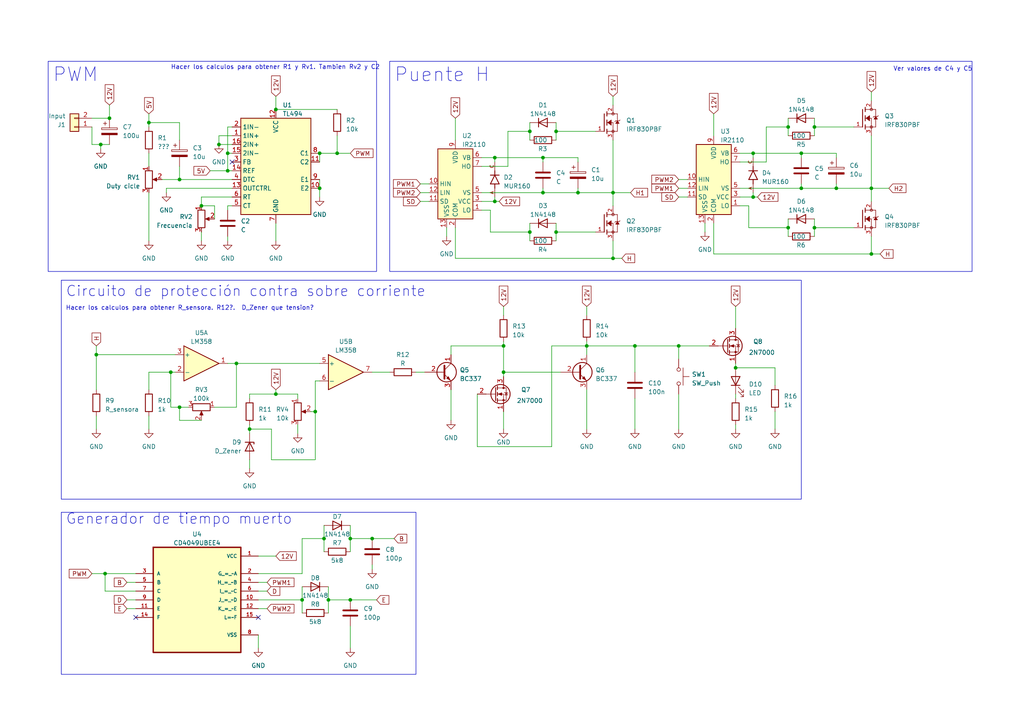
<source format=kicad_sch>
(kicad_sch (version 20230121) (generator eeschema)

  (uuid e717d50c-c4a0-47ee-a2b7-342d016a5528)

  (paper "A4")

  (lib_symbols
    (symbol "Amplifier_Operational:LM358" (pin_names (offset 0.127)) (in_bom yes) (on_board yes)
      (property "Reference" "U" (at 0 5.08 0)
        (effects (font (size 1.27 1.27)) (justify left))
      )
      (property "Value" "LM358" (at 0 -5.08 0)
        (effects (font (size 1.27 1.27)) (justify left))
      )
      (property "Footprint" "" (at 0 0 0)
        (effects (font (size 1.27 1.27)) hide)
      )
      (property "Datasheet" "http://www.ti.com/lit/ds/symlink/lm2904-n.pdf" (at 0 0 0)
        (effects (font (size 1.27 1.27)) hide)
      )
      (property "ki_locked" "" (at 0 0 0)
        (effects (font (size 1.27 1.27)))
      )
      (property "ki_keywords" "dual opamp" (at 0 0 0)
        (effects (font (size 1.27 1.27)) hide)
      )
      (property "ki_description" "Low-Power, Dual Operational Amplifiers, DIP-8/SOIC-8/TO-99-8" (at 0 0 0)
        (effects (font (size 1.27 1.27)) hide)
      )
      (property "ki_fp_filters" "SOIC*3.9x4.9mm*P1.27mm* DIP*W7.62mm* TO*99* OnSemi*Micro8* TSSOP*3x3mm*P0.65mm* TSSOP*4.4x3mm*P0.65mm* MSOP*3x3mm*P0.65mm* SSOP*3.9x4.9mm*P0.635mm* LFCSP*2x2mm*P0.5mm* *SIP* SOIC*5.3x6.2mm*P1.27mm*" (at 0 0 0)
        (effects (font (size 1.27 1.27)) hide)
      )
      (symbol "LM358_1_1"
        (polyline
          (pts
            (xy -5.08 5.08)
            (xy 5.08 0)
            (xy -5.08 -5.08)
            (xy -5.08 5.08)
          )
          (stroke (width 0.254) (type default))
          (fill (type background))
        )
        (pin output line (at 7.62 0 180) (length 2.54)
          (name "~" (effects (font (size 1.27 1.27))))
          (number "1" (effects (font (size 1.27 1.27))))
        )
        (pin input line (at -7.62 -2.54 0) (length 2.54)
          (name "-" (effects (font (size 1.27 1.27))))
          (number "2" (effects (font (size 1.27 1.27))))
        )
        (pin input line (at -7.62 2.54 0) (length 2.54)
          (name "+" (effects (font (size 1.27 1.27))))
          (number "3" (effects (font (size 1.27 1.27))))
        )
      )
      (symbol "LM358_2_1"
        (polyline
          (pts
            (xy -5.08 5.08)
            (xy 5.08 0)
            (xy -5.08 -5.08)
            (xy -5.08 5.08)
          )
          (stroke (width 0.254) (type default))
          (fill (type background))
        )
        (pin input line (at -7.62 2.54 0) (length 2.54)
          (name "+" (effects (font (size 1.27 1.27))))
          (number "5" (effects (font (size 1.27 1.27))))
        )
        (pin input line (at -7.62 -2.54 0) (length 2.54)
          (name "-" (effects (font (size 1.27 1.27))))
          (number "6" (effects (font (size 1.27 1.27))))
        )
        (pin output line (at 7.62 0 180) (length 2.54)
          (name "~" (effects (font (size 1.27 1.27))))
          (number "7" (effects (font (size 1.27 1.27))))
        )
      )
      (symbol "LM358_3_1"
        (pin power_in line (at -2.54 -7.62 90) (length 3.81)
          (name "V-" (effects (font (size 1.27 1.27))))
          (number "4" (effects (font (size 1.27 1.27))))
        )
        (pin power_in line (at -2.54 7.62 270) (length 3.81)
          (name "V+" (effects (font (size 1.27 1.27))))
          (number "8" (effects (font (size 1.27 1.27))))
        )
      )
    )
    (symbol "CD4049:CD4049UBEE4" (pin_names (offset 1.016)) (in_bom yes) (on_board yes)
      (property "Reference" "U" (at -12.7 16.24 0)
        (effects (font (size 1.27 1.27)) (justify left bottom))
      )
      (property "Value" "CD4049UBEE4" (at -12.7 -19.24 0)
        (effects (font (size 1.27 1.27)) (justify left bottom))
      )
      (property "Footprint" "CD4049UBEE4:DIP794W45P254L1969H508Q16" (at 0 0 0)
        (effects (font (size 1.27 1.27)) (justify bottom) hide)
      )
      (property "Datasheet" "" (at 0 0 0)
        (effects (font (size 1.27 1.27)) hide)
      )
      (property "MF" "Texas Instruments" (at 0 0 0)
        (effects (font (size 1.27 1.27)) (justify bottom) hide)
      )
      (property "Description" "\nCMOS Hex Inverting Buffer/Converter 16-PDIP -55 to 125\n" (at 0 0 0)
        (effects (font (size 1.27 1.27)) (justify bottom) hide)
      )
      (property "Package" "PDIP-16 Texas Instruments" (at 0 0 0)
        (effects (font (size 1.27 1.27)) (justify bottom) hide)
      )
      (property "Price" "None" (at 0 0 0)
        (effects (font (size 1.27 1.27)) (justify bottom) hide)
      )
      (property "SnapEDA_Link" "https://www.snapeda.com/parts/CD4049UBEE4/Texas+Instruments/view-part/?ref=snap" (at 0 0 0)
        (effects (font (size 1.27 1.27)) (justify bottom) hide)
      )
      (property "MP" "CD4049UBEE4" (at 0 0 0)
        (effects (font (size 1.27 1.27)) (justify bottom) hide)
      )
      (property "Purchase-URL" "https://www.snapeda.com/api/url_track_click_mouser/?unipart_id=1159844&manufacturer=Texas Instruments&part_name=CD4049UBEE4&search_term=cd4049" (at 0 0 0)
        (effects (font (size 1.27 1.27)) (justify bottom) hide)
      )
      (property "Availability" "In Stock" (at 0 0 0)
        (effects (font (size 1.27 1.27)) (justify bottom) hide)
      )
      (property "Check_prices" "https://www.snapeda.com/parts/CD4049UBEE4/Texas+Instruments/view-part/?ref=eda" (at 0 0 0)
        (effects (font (size 1.27 1.27)) (justify bottom) hide)
      )
      (symbol "CD4049UBEE4_0_0"
        (rectangle (start -12.7 -15.24) (end 12.7 15.24)
          (stroke (width 0.41) (type default))
          (fill (type background))
        )
        (pin power_in line (at 17.78 12.7 180) (length 5.08)
          (name "VCC" (effects (font (size 1.016 1.016))))
          (number "1" (effects (font (size 1.016 1.016))))
        )
        (pin output line (at 17.78 0 180) (length 5.08)
          (name "J_=_~D" (effects (font (size 1.016 1.016))))
          (number "10" (effects (font (size 1.016 1.016))))
        )
        (pin input line (at -17.78 -2.54 0) (length 5.08)
          (name "E" (effects (font (size 1.016 1.016))))
          (number "11" (effects (font (size 1.016 1.016))))
        )
        (pin output line (at 17.78 -2.54 180) (length 5.08)
          (name "K_=_~E" (effects (font (size 1.016 1.016))))
          (number "12" (effects (font (size 1.016 1.016))))
        )
        (pin input line (at -17.78 -5.08 0) (length 5.08)
          (name "F" (effects (font (size 1.016 1.016))))
          (number "14" (effects (font (size 1.016 1.016))))
        )
        (pin output line (at 17.78 -5.08 180) (length 5.08)
          (name "L=~F" (effects (font (size 1.016 1.016))))
          (number "15" (effects (font (size 1.016 1.016))))
        )
        (pin output line (at 17.78 7.62 180) (length 5.08)
          (name "G_=_~A" (effects (font (size 1.016 1.016))))
          (number "2" (effects (font (size 1.016 1.016))))
        )
        (pin input line (at -17.78 7.62 0) (length 5.08)
          (name "A" (effects (font (size 1.016 1.016))))
          (number "3" (effects (font (size 1.016 1.016))))
        )
        (pin output line (at 17.78 5.08 180) (length 5.08)
          (name "H_=_~B" (effects (font (size 1.016 1.016))))
          (number "4" (effects (font (size 1.016 1.016))))
        )
        (pin input line (at -17.78 5.08 0) (length 5.08)
          (name "B" (effects (font (size 1.016 1.016))))
          (number "5" (effects (font (size 1.016 1.016))))
        )
        (pin output line (at 17.78 2.54 180) (length 5.08)
          (name "I_=_~C" (effects (font (size 1.016 1.016))))
          (number "6" (effects (font (size 1.016 1.016))))
        )
        (pin input line (at -17.78 2.54 0) (length 5.08)
          (name "C" (effects (font (size 1.016 1.016))))
          (number "7" (effects (font (size 1.016 1.016))))
        )
        (pin power_in line (at 17.78 -10.16 180) (length 5.08)
          (name "VSS" (effects (font (size 1.016 1.016))))
          (number "8" (effects (font (size 1.016 1.016))))
        )
        (pin input line (at -17.78 0 0) (length 5.08)
          (name "D" (effects (font (size 1.016 1.016))))
          (number "9" (effects (font (size 1.016 1.016))))
        )
      )
    )
    (symbol "Connector_Generic:Conn_01x02" (pin_names (offset 1.016) hide) (in_bom yes) (on_board yes)
      (property "Reference" "J" (at 0 2.54 0)
        (effects (font (size 1.27 1.27)))
      )
      (property "Value" "Conn_01x02" (at 0 -5.08 0)
        (effects (font (size 1.27 1.27)))
      )
      (property "Footprint" "" (at 0 0 0)
        (effects (font (size 1.27 1.27)) hide)
      )
      (property "Datasheet" "~" (at 0 0 0)
        (effects (font (size 1.27 1.27)) hide)
      )
      (property "ki_keywords" "connector" (at 0 0 0)
        (effects (font (size 1.27 1.27)) hide)
      )
      (property "ki_description" "Generic connector, single row, 01x02, script generated (kicad-library-utils/schlib/autogen/connector/)" (at 0 0 0)
        (effects (font (size 1.27 1.27)) hide)
      )
      (property "ki_fp_filters" "Connector*:*_1x??_*" (at 0 0 0)
        (effects (font (size 1.27 1.27)) hide)
      )
      (symbol "Conn_01x02_1_1"
        (rectangle (start -1.27 -2.413) (end 0 -2.667)
          (stroke (width 0.1524) (type default))
          (fill (type none))
        )
        (rectangle (start -1.27 0.127) (end 0 -0.127)
          (stroke (width 0.1524) (type default))
          (fill (type none))
        )
        (rectangle (start -1.27 1.27) (end 1.27 -3.81)
          (stroke (width 0.254) (type default))
          (fill (type background))
        )
        (pin passive line (at -5.08 0 0) (length 3.81)
          (name "Pin_1" (effects (font (size 1.27 1.27))))
          (number "1" (effects (font (size 1.27 1.27))))
        )
        (pin passive line (at -5.08 -2.54 0) (length 3.81)
          (name "Pin_2" (effects (font (size 1.27 1.27))))
          (number "2" (effects (font (size 1.27 1.27))))
        )
      )
    )
    (symbol "Device:C" (pin_numbers hide) (pin_names (offset 0.254)) (in_bom yes) (on_board yes)
      (property "Reference" "C" (at 0.635 2.54 0)
        (effects (font (size 1.27 1.27)) (justify left))
      )
      (property "Value" "C" (at 0.635 -2.54 0)
        (effects (font (size 1.27 1.27)) (justify left))
      )
      (property "Footprint" "" (at 0.9652 -3.81 0)
        (effects (font (size 1.27 1.27)) hide)
      )
      (property "Datasheet" "~" (at 0 0 0)
        (effects (font (size 1.27 1.27)) hide)
      )
      (property "ki_keywords" "cap capacitor" (at 0 0 0)
        (effects (font (size 1.27 1.27)) hide)
      )
      (property "ki_description" "Unpolarized capacitor" (at 0 0 0)
        (effects (font (size 1.27 1.27)) hide)
      )
      (property "ki_fp_filters" "C_*" (at 0 0 0)
        (effects (font (size 1.27 1.27)) hide)
      )
      (symbol "C_0_1"
        (polyline
          (pts
            (xy -2.032 -0.762)
            (xy 2.032 -0.762)
          )
          (stroke (width 0.508) (type default))
          (fill (type none))
        )
        (polyline
          (pts
            (xy -2.032 0.762)
            (xy 2.032 0.762)
          )
          (stroke (width 0.508) (type default))
          (fill (type none))
        )
      )
      (symbol "C_1_1"
        (pin passive line (at 0 3.81 270) (length 2.794)
          (name "~" (effects (font (size 1.27 1.27))))
          (number "1" (effects (font (size 1.27 1.27))))
        )
        (pin passive line (at 0 -3.81 90) (length 2.794)
          (name "~" (effects (font (size 1.27 1.27))))
          (number "2" (effects (font (size 1.27 1.27))))
        )
      )
    )
    (symbol "Device:C_Polarized" (pin_numbers hide) (pin_names (offset 0.254)) (in_bom yes) (on_board yes)
      (property "Reference" "C" (at 0.635 2.54 0)
        (effects (font (size 1.27 1.27)) (justify left))
      )
      (property "Value" "C_Polarized" (at 0.635 -2.54 0)
        (effects (font (size 1.27 1.27)) (justify left))
      )
      (property "Footprint" "" (at 0.9652 -3.81 0)
        (effects (font (size 1.27 1.27)) hide)
      )
      (property "Datasheet" "~" (at 0 0 0)
        (effects (font (size 1.27 1.27)) hide)
      )
      (property "ki_keywords" "cap capacitor" (at 0 0 0)
        (effects (font (size 1.27 1.27)) hide)
      )
      (property "ki_description" "Polarized capacitor" (at 0 0 0)
        (effects (font (size 1.27 1.27)) hide)
      )
      (property "ki_fp_filters" "CP_*" (at 0 0 0)
        (effects (font (size 1.27 1.27)) hide)
      )
      (symbol "C_Polarized_0_1"
        (rectangle (start -2.286 0.508) (end 2.286 1.016)
          (stroke (width 0) (type default))
          (fill (type none))
        )
        (polyline
          (pts
            (xy -1.778 2.286)
            (xy -0.762 2.286)
          )
          (stroke (width 0) (type default))
          (fill (type none))
        )
        (polyline
          (pts
            (xy -1.27 2.794)
            (xy -1.27 1.778)
          )
          (stroke (width 0) (type default))
          (fill (type none))
        )
        (rectangle (start 2.286 -0.508) (end -2.286 -1.016)
          (stroke (width 0) (type default))
          (fill (type outline))
        )
      )
      (symbol "C_Polarized_1_1"
        (pin passive line (at 0 3.81 270) (length 2.794)
          (name "~" (effects (font (size 1.27 1.27))))
          (number "1" (effects (font (size 1.27 1.27))))
        )
        (pin passive line (at 0 -3.81 90) (length 2.794)
          (name "~" (effects (font (size 1.27 1.27))))
          (number "2" (effects (font (size 1.27 1.27))))
        )
      )
    )
    (symbol "Device:D_Zener" (pin_numbers hide) (pin_names (offset 1.016) hide) (in_bom yes) (on_board yes)
      (property "Reference" "D" (at 0 2.54 0)
        (effects (font (size 1.27 1.27)))
      )
      (property "Value" "D_Zener" (at 0 -2.54 0)
        (effects (font (size 1.27 1.27)))
      )
      (property "Footprint" "" (at 0 0 0)
        (effects (font (size 1.27 1.27)) hide)
      )
      (property "Datasheet" "~" (at 0 0 0)
        (effects (font (size 1.27 1.27)) hide)
      )
      (property "ki_keywords" "diode" (at 0 0 0)
        (effects (font (size 1.27 1.27)) hide)
      )
      (property "ki_description" "Zener diode" (at 0 0 0)
        (effects (font (size 1.27 1.27)) hide)
      )
      (property "ki_fp_filters" "TO-???* *_Diode_* *SingleDiode* D_*" (at 0 0 0)
        (effects (font (size 1.27 1.27)) hide)
      )
      (symbol "D_Zener_0_1"
        (polyline
          (pts
            (xy 1.27 0)
            (xy -1.27 0)
          )
          (stroke (width 0) (type default))
          (fill (type none))
        )
        (polyline
          (pts
            (xy -1.27 -1.27)
            (xy -1.27 1.27)
            (xy -0.762 1.27)
          )
          (stroke (width 0.254) (type default))
          (fill (type none))
        )
        (polyline
          (pts
            (xy 1.27 -1.27)
            (xy 1.27 1.27)
            (xy -1.27 0)
            (xy 1.27 -1.27)
          )
          (stroke (width 0.254) (type default))
          (fill (type none))
        )
      )
      (symbol "D_Zener_1_1"
        (pin passive line (at -3.81 0 0) (length 2.54)
          (name "K" (effects (font (size 1.27 1.27))))
          (number "1" (effects (font (size 1.27 1.27))))
        )
        (pin passive line (at 3.81 0 180) (length 2.54)
          (name "A" (effects (font (size 1.27 1.27))))
          (number "2" (effects (font (size 1.27 1.27))))
        )
      )
    )
    (symbol "Device:LED" (pin_numbers hide) (pin_names (offset 1.016) hide) (in_bom yes) (on_board yes)
      (property "Reference" "D" (at 0 2.54 0)
        (effects (font (size 1.27 1.27)))
      )
      (property "Value" "LED" (at 0 -2.54 0)
        (effects (font (size 1.27 1.27)))
      )
      (property "Footprint" "" (at 0 0 0)
        (effects (font (size 1.27 1.27)) hide)
      )
      (property "Datasheet" "~" (at 0 0 0)
        (effects (font (size 1.27 1.27)) hide)
      )
      (property "ki_keywords" "LED diode" (at 0 0 0)
        (effects (font (size 1.27 1.27)) hide)
      )
      (property "ki_description" "Light emitting diode" (at 0 0 0)
        (effects (font (size 1.27 1.27)) hide)
      )
      (property "ki_fp_filters" "LED* LED_SMD:* LED_THT:*" (at 0 0 0)
        (effects (font (size 1.27 1.27)) hide)
      )
      (symbol "LED_0_1"
        (polyline
          (pts
            (xy -1.27 -1.27)
            (xy -1.27 1.27)
          )
          (stroke (width 0.254) (type default))
          (fill (type none))
        )
        (polyline
          (pts
            (xy -1.27 0)
            (xy 1.27 0)
          )
          (stroke (width 0) (type default))
          (fill (type none))
        )
        (polyline
          (pts
            (xy 1.27 -1.27)
            (xy 1.27 1.27)
            (xy -1.27 0)
            (xy 1.27 -1.27)
          )
          (stroke (width 0.254) (type default))
          (fill (type none))
        )
        (polyline
          (pts
            (xy -3.048 -0.762)
            (xy -4.572 -2.286)
            (xy -3.81 -2.286)
            (xy -4.572 -2.286)
            (xy -4.572 -1.524)
          )
          (stroke (width 0) (type default))
          (fill (type none))
        )
        (polyline
          (pts
            (xy -1.778 -0.762)
            (xy -3.302 -2.286)
            (xy -2.54 -2.286)
            (xy -3.302 -2.286)
            (xy -3.302 -1.524)
          )
          (stroke (width 0) (type default))
          (fill (type none))
        )
      )
      (symbol "LED_1_1"
        (pin passive line (at -3.81 0 0) (length 2.54)
          (name "K" (effects (font (size 1.27 1.27))))
          (number "1" (effects (font (size 1.27 1.27))))
        )
        (pin passive line (at 3.81 0 180) (length 2.54)
          (name "A" (effects (font (size 1.27 1.27))))
          (number "2" (effects (font (size 1.27 1.27))))
        )
      )
    )
    (symbol "Device:R" (pin_numbers hide) (pin_names (offset 0)) (in_bom yes) (on_board yes)
      (property "Reference" "R" (at 2.032 0 90)
        (effects (font (size 1.27 1.27)))
      )
      (property "Value" "R" (at 0 0 90)
        (effects (font (size 1.27 1.27)))
      )
      (property "Footprint" "" (at -1.778 0 90)
        (effects (font (size 1.27 1.27)) hide)
      )
      (property "Datasheet" "~" (at 0 0 0)
        (effects (font (size 1.27 1.27)) hide)
      )
      (property "ki_keywords" "R res resistor" (at 0 0 0)
        (effects (font (size 1.27 1.27)) hide)
      )
      (property "ki_description" "Resistor" (at 0 0 0)
        (effects (font (size 1.27 1.27)) hide)
      )
      (property "ki_fp_filters" "R_*" (at 0 0 0)
        (effects (font (size 1.27 1.27)) hide)
      )
      (symbol "R_0_1"
        (rectangle (start -1.016 -2.54) (end 1.016 2.54)
          (stroke (width 0.254) (type default))
          (fill (type none))
        )
      )
      (symbol "R_1_1"
        (pin passive line (at 0 3.81 270) (length 1.27)
          (name "~" (effects (font (size 1.27 1.27))))
          (number "1" (effects (font (size 1.27 1.27))))
        )
        (pin passive line (at 0 -3.81 90) (length 1.27)
          (name "~" (effects (font (size 1.27 1.27))))
          (number "2" (effects (font (size 1.27 1.27))))
        )
      )
    )
    (symbol "Device:R_Potentiometer" (pin_names (offset 1.016) hide) (in_bom yes) (on_board yes)
      (property "Reference" "RV" (at -4.445 0 90)
        (effects (font (size 1.27 1.27)))
      )
      (property "Value" "R_Potentiometer" (at -2.54 0 90)
        (effects (font (size 1.27 1.27)))
      )
      (property "Footprint" "" (at 0 0 0)
        (effects (font (size 1.27 1.27)) hide)
      )
      (property "Datasheet" "~" (at 0 0 0)
        (effects (font (size 1.27 1.27)) hide)
      )
      (property "ki_keywords" "resistor variable" (at 0 0 0)
        (effects (font (size 1.27 1.27)) hide)
      )
      (property "ki_description" "Potentiometer" (at 0 0 0)
        (effects (font (size 1.27 1.27)) hide)
      )
      (property "ki_fp_filters" "Potentiometer*" (at 0 0 0)
        (effects (font (size 1.27 1.27)) hide)
      )
      (symbol "R_Potentiometer_0_1"
        (polyline
          (pts
            (xy 2.54 0)
            (xy 1.524 0)
          )
          (stroke (width 0) (type default))
          (fill (type none))
        )
        (polyline
          (pts
            (xy 1.143 0)
            (xy 2.286 0.508)
            (xy 2.286 -0.508)
            (xy 1.143 0)
          )
          (stroke (width 0) (type default))
          (fill (type outline))
        )
        (rectangle (start 1.016 2.54) (end -1.016 -2.54)
          (stroke (width 0.254) (type default))
          (fill (type none))
        )
      )
      (symbol "R_Potentiometer_1_1"
        (pin passive line (at 0 3.81 270) (length 1.27)
          (name "1" (effects (font (size 1.27 1.27))))
          (number "1" (effects (font (size 1.27 1.27))))
        )
        (pin passive line (at 3.81 0 180) (length 1.27)
          (name "2" (effects (font (size 1.27 1.27))))
          (number "2" (effects (font (size 1.27 1.27))))
        )
        (pin passive line (at 0 -3.81 90) (length 1.27)
          (name "3" (effects (font (size 1.27 1.27))))
          (number "3" (effects (font (size 1.27 1.27))))
        )
      )
    )
    (symbol "Diode:1N4148" (pin_numbers hide) (pin_names hide) (in_bom yes) (on_board yes)
      (property "Reference" "D" (at 0 2.54 0)
        (effects (font (size 1.27 1.27)))
      )
      (property "Value" "1N4148" (at 0 -2.54 0)
        (effects (font (size 1.27 1.27)))
      )
      (property "Footprint" "Diode_THT:D_DO-35_SOD27_P7.62mm_Horizontal" (at 0 0 0)
        (effects (font (size 1.27 1.27)) hide)
      )
      (property "Datasheet" "https://assets.nexperia.com/documents/data-sheet/1N4148_1N4448.pdf" (at 0 0 0)
        (effects (font (size 1.27 1.27)) hide)
      )
      (property "Sim.Device" "D" (at 0 0 0)
        (effects (font (size 1.27 1.27)) hide)
      )
      (property "Sim.Pins" "1=K 2=A" (at 0 0 0)
        (effects (font (size 1.27 1.27)) hide)
      )
      (property "ki_keywords" "diode" (at 0 0 0)
        (effects (font (size 1.27 1.27)) hide)
      )
      (property "ki_description" "100V 0.15A standard switching diode, DO-35" (at 0 0 0)
        (effects (font (size 1.27 1.27)) hide)
      )
      (property "ki_fp_filters" "D*DO?35*" (at 0 0 0)
        (effects (font (size 1.27 1.27)) hide)
      )
      (symbol "1N4148_0_1"
        (polyline
          (pts
            (xy -1.27 1.27)
            (xy -1.27 -1.27)
          )
          (stroke (width 0.254) (type default))
          (fill (type none))
        )
        (polyline
          (pts
            (xy 1.27 0)
            (xy -1.27 0)
          )
          (stroke (width 0) (type default))
          (fill (type none))
        )
        (polyline
          (pts
            (xy 1.27 1.27)
            (xy 1.27 -1.27)
            (xy -1.27 0)
            (xy 1.27 1.27)
          )
          (stroke (width 0.254) (type default))
          (fill (type none))
        )
      )
      (symbol "1N4148_1_1"
        (pin passive line (at -3.81 0 0) (length 2.54)
          (name "K" (effects (font (size 1.27 1.27))))
          (number "1" (effects (font (size 1.27 1.27))))
        )
        (pin passive line (at 3.81 0 180) (length 2.54)
          (name "A" (effects (font (size 1.27 1.27))))
          (number "2" (effects (font (size 1.27 1.27))))
        )
      )
    )
    (symbol "Driver_FET:IR2110" (in_bom yes) (on_board yes)
      (property "Reference" "U" (at 1.27 13.335 0)
        (effects (font (size 1.27 1.27)) (justify left))
      )
      (property "Value" "IR2110" (at 1.27 11.43 0)
        (effects (font (size 1.27 1.27)) (justify left))
      )
      (property "Footprint" "Package_DIP:DIP-14_W7.62mm" (at 0 0 0)
        (effects (font (size 1.27 1.27) italic) hide)
      )
      (property "Datasheet" "https://www.infineon.com/dgdl/ir2110.pdf?fileId=5546d462533600a4015355c80333167e" (at 0 0 0)
        (effects (font (size 1.27 1.27)) hide)
      )
      (property "ki_keywords" "Gate Driver" (at 0 0 0)
        (effects (font (size 1.27 1.27)) hide)
      )
      (property "ki_description" "High and Low Side Driver, 500V, 2.0/2.0A, PDIP-14" (at 0 0 0)
        (effects (font (size 1.27 1.27)) hide)
      )
      (property "ki_fp_filters" "DIP*W7.62mm*" (at 0 0 0)
        (effects (font (size 1.27 1.27)) hide)
      )
      (symbol "IR2110_0_1"
        (rectangle (start -5.08 -10.16) (end 5.08 10.16)
          (stroke (width 0.254) (type default))
          (fill (type background))
        )
      )
      (symbol "IR2110_1_1"
        (pin output line (at 7.62 -7.62 180) (length 2.54)
          (name "LO" (effects (font (size 1.27 1.27))))
          (number "1" (effects (font (size 1.27 1.27))))
        )
        (pin input line (at -7.62 0 0) (length 2.54)
          (name "HIN" (effects (font (size 1.27 1.27))))
          (number "10" (effects (font (size 1.27 1.27))))
        )
        (pin input line (at -7.62 -5.08 0) (length 2.54)
          (name "SD" (effects (font (size 1.27 1.27))))
          (number "11" (effects (font (size 1.27 1.27))))
        )
        (pin input line (at -7.62 -2.54 0) (length 2.54)
          (name "LIN" (effects (font (size 1.27 1.27))))
          (number "12" (effects (font (size 1.27 1.27))))
        )
        (pin power_in line (at -2.54 -12.7 90) (length 2.54)
          (name "VSS" (effects (font (size 1.27 1.27))))
          (number "13" (effects (font (size 1.27 1.27))))
        )
        (pin no_connect line (at -5.08 2.54 0) (length 2.54) hide
          (name "NC" (effects (font (size 1.27 1.27))))
          (number "14" (effects (font (size 1.27 1.27))))
        )
        (pin power_in line (at 0 -12.7 90) (length 2.54)
          (name "COM" (effects (font (size 1.27 1.27))))
          (number "2" (effects (font (size 1.27 1.27))))
        )
        (pin power_in line (at 7.62 -5.08 180) (length 2.54)
          (name "VCC" (effects (font (size 1.27 1.27))))
          (number "3" (effects (font (size 1.27 1.27))))
        )
        (pin no_connect line (at -5.08 7.62 0) (length 2.54) hide
          (name "NC" (effects (font (size 1.27 1.27))))
          (number "4" (effects (font (size 1.27 1.27))))
        )
        (pin passive line (at 7.62 -2.54 180) (length 2.54)
          (name "VS" (effects (font (size 1.27 1.27))))
          (number "5" (effects (font (size 1.27 1.27))))
        )
        (pin passive line (at 7.62 7.62 180) (length 2.54)
          (name "VB" (effects (font (size 1.27 1.27))))
          (number "6" (effects (font (size 1.27 1.27))))
        )
        (pin output line (at 7.62 5.08 180) (length 2.54)
          (name "HO" (effects (font (size 1.27 1.27))))
          (number "7" (effects (font (size 1.27 1.27))))
        )
        (pin no_connect line (at -5.08 5.08 0) (length 2.54) hide
          (name "NC" (effects (font (size 1.27 1.27))))
          (number "8" (effects (font (size 1.27 1.27))))
        )
        (pin power_in line (at 0 12.7 270) (length 2.54)
          (name "VDD" (effects (font (size 1.27 1.27))))
          (number "9" (effects (font (size 1.27 1.27))))
        )
      )
    )
    (symbol "IRF830:IRF830PBF" (pin_names (offset 1.016)) (in_bom yes) (on_board yes)
      (property "Reference" "Q" (at -8.89 2.54 0)
        (effects (font (size 1.27 1.27)) (justify left bottom))
      )
      (property "Value" "IRF830PBF" (at -8.89 -7.62 0)
        (effects (font (size 1.27 1.27)) (justify left bottom))
      )
      (property "Footprint" "TO254P1052X465X1989-3" (at 0 0 0)
        (effects (font (size 1.27 1.27)) (justify bottom) hide)
      )
      (property "Datasheet" "" (at 0 0 0)
        (effects (font (size 1.27 1.27)) hide)
      )
      (property "PARTREV" "C" (at 0 0 0)
        (effects (font (size 1.27 1.27)) (justify bottom) hide)
      )
      (property "MANUFACTURER" "Vishay" (at 0 0 0)
        (effects (font (size 1.27 1.27)) (justify bottom) hide)
      )
      (property "MAXIMUM_PACKAGE_HEIGHT" "19.89 mm" (at 0 0 0)
        (effects (font (size 1.27 1.27)) (justify bottom) hide)
      )
      (property "STANDARD" "IPC 7351B" (at 0 0 0)
        (effects (font (size 1.27 1.27)) (justify bottom) hide)
      )
      (symbol "IRF830PBF_0_0"
        (polyline
          (pts
            (xy 0 2.54)
            (xy 0 -2.54)
          )
          (stroke (width 0.254) (type default))
          (fill (type none))
        )
        (polyline
          (pts
            (xy 0.762 -2.54)
            (xy 0.762 -3.175)
          )
          (stroke (width 0.254) (type default))
          (fill (type none))
        )
        (polyline
          (pts
            (xy 0.762 -1.905)
            (xy 0.762 -2.54)
          )
          (stroke (width 0.254) (type default))
          (fill (type none))
        )
        (polyline
          (pts
            (xy 0.762 0)
            (xy 0.762 -0.762)
          )
          (stroke (width 0.254) (type default))
          (fill (type none))
        )
        (polyline
          (pts
            (xy 0.762 0)
            (xy 2.54 0)
          )
          (stroke (width 0.1524) (type default))
          (fill (type none))
        )
        (polyline
          (pts
            (xy 0.762 0.762)
            (xy 0.762 0)
          )
          (stroke (width 0.254) (type default))
          (fill (type none))
        )
        (polyline
          (pts
            (xy 0.762 2.54)
            (xy 0.762 1.905)
          )
          (stroke (width 0.254) (type default))
          (fill (type none))
        )
        (polyline
          (pts
            (xy 0.762 2.54)
            (xy 3.81 2.54)
          )
          (stroke (width 0.1524) (type default))
          (fill (type none))
        )
        (polyline
          (pts
            (xy 0.762 3.175)
            (xy 0.762 2.54)
          )
          (stroke (width 0.254) (type default))
          (fill (type none))
        )
        (polyline
          (pts
            (xy 2.54 -2.54)
            (xy 0.762 -2.54)
          )
          (stroke (width 0.1524) (type default))
          (fill (type none))
        )
        (polyline
          (pts
            (xy 2.54 -2.54)
            (xy 3.81 -2.54)
          )
          (stroke (width 0.1524) (type default))
          (fill (type none))
        )
        (polyline
          (pts
            (xy 2.54 0)
            (xy 2.54 -2.54)
          )
          (stroke (width 0.1524) (type default))
          (fill (type none))
        )
        (polyline
          (pts
            (xy 3.302 0.508)
            (xy 3.048 0.254)
          )
          (stroke (width 0.1524) (type default))
          (fill (type none))
        )
        (polyline
          (pts
            (xy 3.81 0.508)
            (xy 3.302 0.508)
          )
          (stroke (width 0.1524) (type default))
          (fill (type none))
        )
        (polyline
          (pts
            (xy 3.81 0.508)
            (xy 3.81 -2.54)
          )
          (stroke (width 0.1524) (type default))
          (fill (type none))
        )
        (polyline
          (pts
            (xy 3.81 2.54)
            (xy 3.81 0.508)
          )
          (stroke (width 0.1524) (type default))
          (fill (type none))
        )
        (polyline
          (pts
            (xy 4.318 0.508)
            (xy 3.81 0.508)
          )
          (stroke (width 0.1524) (type default))
          (fill (type none))
        )
        (polyline
          (pts
            (xy 4.572 0.762)
            (xy 4.318 0.508)
          )
          (stroke (width 0.1524) (type default))
          (fill (type none))
        )
        (polyline
          (pts
            (xy 1.016 0)
            (xy 2.032 0.762)
            (xy 2.032 -0.762)
            (xy 1.016 0)
          )
          (stroke (width 0.1524) (type default))
          (fill (type outline))
        )
        (polyline
          (pts
            (xy 3.81 0.508)
            (xy 3.302 -0.254)
            (xy 4.318 -0.254)
            (xy 3.81 0.508)
          )
          (stroke (width 0.1524) (type default))
          (fill (type outline))
        )
        (circle (center 2.54 -2.54) (radius 0.3592)
          (stroke (width 0) (type default))
          (fill (type none))
        )
        (circle (center 2.54 2.54) (radius 0.3592)
          (stroke (width 0) (type default))
          (fill (type none))
        )
        (pin passive line (at -2.54 -2.54 0) (length 2.54)
          (name "~" (effects (font (size 1.016 1.016))))
          (number "1" (effects (font (size 1.016 1.016))))
        )
        (pin passive line (at 2.54 5.08 270) (length 2.54)
          (name "~" (effects (font (size 1.016 1.016))))
          (number "2" (effects (font (size 1.016 1.016))))
        )
        (pin passive line (at 2.54 -5.08 90) (length 2.54)
          (name "~" (effects (font (size 1.016 1.016))))
          (number "3" (effects (font (size 1.016 1.016))))
        )
      )
    )
    (symbol "MUR160:MUR160" (pin_names (offset 1.016)) (in_bom yes) (on_board yes)
      (property "Reference" "D" (at -5.08 2.54 0)
        (effects (font (size 1.27 1.27)) (justify left bottom))
      )
      (property "Value" "MUR160" (at -5.08 -3.81 0)
        (effects (font (size 1.27 1.27)) (justify left bottom))
      )
      (property "Footprint" "MUR160:DIOAD1300W80L670D310" (at 0 0 0)
        (effects (font (size 1.27 1.27)) (justify bottom) hide)
      )
      (property "Datasheet" "" (at 0 0 0)
        (effects (font (size 1.27 1.27)) hide)
      )
      (property "MF" "ON Semiconductor" (at 0 0 0)
        (effects (font (size 1.27 1.27)) (justify bottom) hide)
      )
      (property "MAXIMUM_PACKAGE_HEIGHT" "3.6 mm" (at 0 0 0)
        (effects (font (size 1.27 1.27)) (justify bottom) hide)
      )
      (property "Package" "DO-41-2 ON Semiconductor" (at 0 0 0)
        (effects (font (size 1.27 1.27)) (justify bottom) hide)
      )
      (property "Price" "None" (at 0 0 0)
        (effects (font (size 1.27 1.27)) (justify bottom) hide)
      )
      (property "Check_prices" "https://www.snapeda.com/parts/MUR160/Onsemi/view-part/?ref=eda" (at 0 0 0)
        (effects (font (size 1.27 1.27)) (justify bottom) hide)
      )
      (property "STANDARD" "IPC-7351B" (at 0 0 0)
        (effects (font (size 1.27 1.27)) (justify bottom) hide)
      )
      (property "PARTREV" "F2105" (at 0 0 0)
        (effects (font (size 1.27 1.27)) (justify bottom) hide)
      )
      (property "SnapEDA_Link" "https://www.snapeda.com/parts/MUR160/Onsemi/view-part/?ref=snap" (at 0 0 0)
        (effects (font (size 1.27 1.27)) (justify bottom) hide)
      )
      (property "MP" "MUR160" (at 0 0 0)
        (effects (font (size 1.27 1.27)) (justify bottom) hide)
      )
      (property "Description" "\nDiode Standard 600 V 1A Through Hole Axial\n" (at 0 0 0)
        (effects (font (size 1.27 1.27)) (justify bottom) hide)
      )
      (property "Availability" "In Stock" (at 0 0 0)
        (effects (font (size 1.27 1.27)) (justify bottom) hide)
      )
      (property "MANUFACTURER" "Taiwan Semiconductor" (at 0 0 0)
        (effects (font (size 1.27 1.27)) (justify bottom) hide)
      )
      (symbol "MUR160_0_0"
        (polyline
          (pts
            (xy -2.54 0)
            (xy -1.27 0)
          )
          (stroke (width 0.254) (type default))
          (fill (type none))
        )
        (polyline
          (pts
            (xy -1.27 -1.27)
            (xy 1.27 0)
          )
          (stroke (width 0.254) (type default))
          (fill (type none))
        )
        (polyline
          (pts
            (xy -1.27 0)
            (xy -1.27 -1.27)
          )
          (stroke (width 0.254) (type default))
          (fill (type none))
        )
        (polyline
          (pts
            (xy -1.27 1.27)
            (xy -1.27 0)
          )
          (stroke (width 0.254) (type default))
          (fill (type none))
        )
        (polyline
          (pts
            (xy 1.27 0)
            (xy -1.27 1.27)
          )
          (stroke (width 0.254) (type default))
          (fill (type none))
        )
        (polyline
          (pts
            (xy 1.27 0)
            (xy 1.27 -1.27)
          )
          (stroke (width 0.254) (type default))
          (fill (type none))
        )
        (polyline
          (pts
            (xy 1.27 0)
            (xy 2.54 0)
          )
          (stroke (width 0.254) (type default))
          (fill (type none))
        )
        (polyline
          (pts
            (xy 1.27 1.27)
            (xy 1.27 0)
          )
          (stroke (width 0.254) (type default))
          (fill (type none))
        )
        (pin passive line (at -5.08 0 0) (length 2.54)
          (name "~" (effects (font (size 1.016 1.016))))
          (number "A" (effects (font (size 1.016 1.016))))
        )
        (pin passive line (at 5.08 0 180) (length 2.54)
          (name "~" (effects (font (size 1.016 1.016))))
          (number "C" (effects (font (size 1.016 1.016))))
        )
      )
    )
    (symbol "Regulator_Controller:TL494" (in_bom yes) (on_board yes)
      (property "Reference" "U" (at 3.81 19.05 0)
        (effects (font (size 1.27 1.27)) (justify left))
      )
      (property "Value" "TL494" (at 3.81 16.51 0)
        (effects (font (size 1.27 1.27)) (justify left))
      )
      (property "Footprint" "" (at 0 0 0)
        (effects (font (size 1.27 1.27)) hide)
      )
      (property "Datasheet" "http://www.ti.com/lit/ds/symlink/tl494.pdf" (at 0 0 0)
        (effects (font (size 1.27 1.27)) hide)
      )
      (property "ki_keywords" "SMPS PWM Controller" (at 0 0 0)
        (effects (font (size 1.27 1.27)) hide)
      )
      (property "ki_description" "Pulse-Width-Modulation Control Circuits, PDIP-16/SOIC-16/TSSOP-16" (at 0 0 0)
        (effects (font (size 1.27 1.27)) hide)
      )
      (property "ki_fp_filters" "TSSOP*4.4x5mm*P0.65mm* SOIC*3.9x9.9mm*P1.27mm* SOIC*5.3x10.2mm*P1.27mm* DIP*W7.62mm*" (at 0 0 0)
        (effects (font (size 1.27 1.27)) hide)
      )
      (symbol "TL494_0_1"
        (rectangle (start -10.16 -12.7) (end 10.16 15.24)
          (stroke (width 0.254) (type default))
          (fill (type background))
        )
      )
      (symbol "TL494_1_1"
        (pin input line (at -12.7 10.16 0) (length 2.54)
          (name "1IN+" (effects (font (size 1.27 1.27))))
          (number "1" (effects (font (size 1.27 1.27))))
        )
        (pin passive line (at 12.7 -5.08 180) (length 2.54)
          (name "E2" (effects (font (size 1.27 1.27))))
          (number "10" (effects (font (size 1.27 1.27))))
        )
        (pin passive line (at 12.7 2.54 180) (length 2.54)
          (name "C2" (effects (font (size 1.27 1.27))))
          (number "11" (effects (font (size 1.27 1.27))))
        )
        (pin power_in line (at 0 17.78 270) (length 2.54)
          (name "VCC" (effects (font (size 1.27 1.27))))
          (number "12" (effects (font (size 1.27 1.27))))
        )
        (pin input line (at -12.7 -5.08 0) (length 2.54)
          (name "OUTCTRL" (effects (font (size 1.27 1.27))))
          (number "13" (effects (font (size 1.27 1.27))))
        )
        (pin power_out line (at -12.7 0 0) (length 2.54)
          (name "REF" (effects (font (size 1.27 1.27))))
          (number "14" (effects (font (size 1.27 1.27))))
        )
        (pin input line (at -12.7 5.08 0) (length 2.54)
          (name "2IN-" (effects (font (size 1.27 1.27))))
          (number "15" (effects (font (size 1.27 1.27))))
        )
        (pin input line (at -12.7 7.62 0) (length 2.54)
          (name "2IN+" (effects (font (size 1.27 1.27))))
          (number "16" (effects (font (size 1.27 1.27))))
        )
        (pin input line (at -12.7 12.7 0) (length 2.54)
          (name "1IN-" (effects (font (size 1.27 1.27))))
          (number "2" (effects (font (size 1.27 1.27))))
        )
        (pin output line (at -12.7 2.54 0) (length 2.54)
          (name "FB" (effects (font (size 1.27 1.27))))
          (number "3" (effects (font (size 1.27 1.27))))
        )
        (pin input line (at -12.7 -2.54 0) (length 2.54)
          (name "DTC" (effects (font (size 1.27 1.27))))
          (number "4" (effects (font (size 1.27 1.27))))
        )
        (pin passive line (at -12.7 -10.16 0) (length 2.54)
          (name "CT" (effects (font (size 1.27 1.27))))
          (number "5" (effects (font (size 1.27 1.27))))
        )
        (pin passive line (at -12.7 -7.62 0) (length 2.54)
          (name "RT" (effects (font (size 1.27 1.27))))
          (number "6" (effects (font (size 1.27 1.27))))
        )
        (pin power_in line (at 0 -15.24 90) (length 2.54)
          (name "GND" (effects (font (size 1.27 1.27))))
          (number "7" (effects (font (size 1.27 1.27))))
        )
        (pin passive line (at 12.7 5.08 180) (length 2.54)
          (name "C1" (effects (font (size 1.27 1.27))))
          (number "8" (effects (font (size 1.27 1.27))))
        )
        (pin passive line (at 12.7 -2.54 180) (length 2.54)
          (name "E1" (effects (font (size 1.27 1.27))))
          (number "9" (effects (font (size 1.27 1.27))))
        )
      )
    )
    (symbol "Switch:SW_Push" (pin_numbers hide) (pin_names (offset 1.016) hide) (in_bom yes) (on_board yes)
      (property "Reference" "SW" (at 1.27 2.54 0)
        (effects (font (size 1.27 1.27)) (justify left))
      )
      (property "Value" "SW_Push" (at 0 -1.524 0)
        (effects (font (size 1.27 1.27)))
      )
      (property "Footprint" "" (at 0 5.08 0)
        (effects (font (size 1.27 1.27)) hide)
      )
      (property "Datasheet" "~" (at 0 5.08 0)
        (effects (font (size 1.27 1.27)) hide)
      )
      (property "ki_keywords" "switch normally-open pushbutton push-button" (at 0 0 0)
        (effects (font (size 1.27 1.27)) hide)
      )
      (property "ki_description" "Push button switch, generic, two pins" (at 0 0 0)
        (effects (font (size 1.27 1.27)) hide)
      )
      (symbol "SW_Push_0_1"
        (circle (center -2.032 0) (radius 0.508)
          (stroke (width 0) (type default))
          (fill (type none))
        )
        (polyline
          (pts
            (xy 0 1.27)
            (xy 0 3.048)
          )
          (stroke (width 0) (type default))
          (fill (type none))
        )
        (polyline
          (pts
            (xy 2.54 1.27)
            (xy -2.54 1.27)
          )
          (stroke (width 0) (type default))
          (fill (type none))
        )
        (circle (center 2.032 0) (radius 0.508)
          (stroke (width 0) (type default))
          (fill (type none))
        )
        (pin passive line (at -5.08 0 0) (length 2.54)
          (name "1" (effects (font (size 1.27 1.27))))
          (number "1" (effects (font (size 1.27 1.27))))
        )
        (pin passive line (at 5.08 0 180) (length 2.54)
          (name "2" (effects (font (size 1.27 1.27))))
          (number "2" (effects (font (size 1.27 1.27))))
        )
      )
    )
    (symbol "Transistor_BJT:BC337" (pin_names (offset 0) hide) (in_bom yes) (on_board yes)
      (property "Reference" "Q" (at 5.08 1.905 0)
        (effects (font (size 1.27 1.27)) (justify left))
      )
      (property "Value" "BC337" (at 5.08 0 0)
        (effects (font (size 1.27 1.27)) (justify left))
      )
      (property "Footprint" "Package_TO_SOT_THT:TO-92_Inline" (at 5.08 -1.905 0)
        (effects (font (size 1.27 1.27) italic) (justify left) hide)
      )
      (property "Datasheet" "https://diotec.com/tl_files/diotec/files/pdf/datasheets/bc337.pdf" (at 0 0 0)
        (effects (font (size 1.27 1.27)) (justify left) hide)
      )
      (property "ki_keywords" "NPN Transistor" (at 0 0 0)
        (effects (font (size 1.27 1.27)) hide)
      )
      (property "ki_description" "0.8A Ic, 45V Vce, NPN Transistor, TO-92" (at 0 0 0)
        (effects (font (size 1.27 1.27)) hide)
      )
      (property "ki_fp_filters" "TO?92*" (at 0 0 0)
        (effects (font (size 1.27 1.27)) hide)
      )
      (symbol "BC337_0_1"
        (polyline
          (pts
            (xy 0 0)
            (xy 0.635 0)
          )
          (stroke (width 0) (type default))
          (fill (type none))
        )
        (polyline
          (pts
            (xy 0.635 0.635)
            (xy 2.54 2.54)
          )
          (stroke (width 0) (type default))
          (fill (type none))
        )
        (polyline
          (pts
            (xy 0.635 -0.635)
            (xy 2.54 -2.54)
            (xy 2.54 -2.54)
          )
          (stroke (width 0) (type default))
          (fill (type none))
        )
        (polyline
          (pts
            (xy 0.635 1.905)
            (xy 0.635 -1.905)
            (xy 0.635 -1.905)
          )
          (stroke (width 0.508) (type default))
          (fill (type none))
        )
        (polyline
          (pts
            (xy 1.27 -1.778)
            (xy 1.778 -1.27)
            (xy 2.286 -2.286)
            (xy 1.27 -1.778)
            (xy 1.27 -1.778)
          )
          (stroke (width 0) (type default))
          (fill (type outline))
        )
        (circle (center 1.27 0) (radius 2.8194)
          (stroke (width 0.254) (type default))
          (fill (type none))
        )
      )
      (symbol "BC337_1_1"
        (pin passive line (at 2.54 5.08 270) (length 2.54)
          (name "C" (effects (font (size 1.27 1.27))))
          (number "1" (effects (font (size 1.27 1.27))))
        )
        (pin input line (at -5.08 0 0) (length 5.08)
          (name "B" (effects (font (size 1.27 1.27))))
          (number "2" (effects (font (size 1.27 1.27))))
        )
        (pin passive line (at 2.54 -5.08 90) (length 2.54)
          (name "E" (effects (font (size 1.27 1.27))))
          (number "3" (effects (font (size 1.27 1.27))))
        )
      )
    )
    (symbol "Transistor_FET:2N7000" (pin_names hide) (in_bom yes) (on_board yes)
      (property "Reference" "Q" (at 5.08 1.905 0)
        (effects (font (size 1.27 1.27)) (justify left))
      )
      (property "Value" "2N7000" (at 5.08 0 0)
        (effects (font (size 1.27 1.27)) (justify left))
      )
      (property "Footprint" "Package_TO_SOT_THT:TO-92_Inline" (at 5.08 -1.905 0)
        (effects (font (size 1.27 1.27) italic) (justify left) hide)
      )
      (property "Datasheet" "https://www.vishay.com/docs/70226/70226.pdf" (at 0 0 0)
        (effects (font (size 1.27 1.27)) (justify left) hide)
      )
      (property "ki_keywords" "N-Channel MOSFET Logic-Level" (at 0 0 0)
        (effects (font (size 1.27 1.27)) hide)
      )
      (property "ki_description" "0.2A Id, 200V Vds, N-Channel MOSFET, 2.6V Logic Level, TO-92" (at 0 0 0)
        (effects (font (size 1.27 1.27)) hide)
      )
      (property "ki_fp_filters" "TO?92*" (at 0 0 0)
        (effects (font (size 1.27 1.27)) hide)
      )
      (symbol "2N7000_0_1"
        (polyline
          (pts
            (xy 0.254 0)
            (xy -2.54 0)
          )
          (stroke (width 0) (type default))
          (fill (type none))
        )
        (polyline
          (pts
            (xy 0.254 1.905)
            (xy 0.254 -1.905)
          )
          (stroke (width 0.254) (type default))
          (fill (type none))
        )
        (polyline
          (pts
            (xy 0.762 -1.27)
            (xy 0.762 -2.286)
          )
          (stroke (width 0.254) (type default))
          (fill (type none))
        )
        (polyline
          (pts
            (xy 0.762 0.508)
            (xy 0.762 -0.508)
          )
          (stroke (width 0.254) (type default))
          (fill (type none))
        )
        (polyline
          (pts
            (xy 0.762 2.286)
            (xy 0.762 1.27)
          )
          (stroke (width 0.254) (type default))
          (fill (type none))
        )
        (polyline
          (pts
            (xy 2.54 2.54)
            (xy 2.54 1.778)
          )
          (stroke (width 0) (type default))
          (fill (type none))
        )
        (polyline
          (pts
            (xy 2.54 -2.54)
            (xy 2.54 0)
            (xy 0.762 0)
          )
          (stroke (width 0) (type default))
          (fill (type none))
        )
        (polyline
          (pts
            (xy 0.762 -1.778)
            (xy 3.302 -1.778)
            (xy 3.302 1.778)
            (xy 0.762 1.778)
          )
          (stroke (width 0) (type default))
          (fill (type none))
        )
        (polyline
          (pts
            (xy 1.016 0)
            (xy 2.032 0.381)
            (xy 2.032 -0.381)
            (xy 1.016 0)
          )
          (stroke (width 0) (type default))
          (fill (type outline))
        )
        (polyline
          (pts
            (xy 2.794 0.508)
            (xy 2.921 0.381)
            (xy 3.683 0.381)
            (xy 3.81 0.254)
          )
          (stroke (width 0) (type default))
          (fill (type none))
        )
        (polyline
          (pts
            (xy 3.302 0.381)
            (xy 2.921 -0.254)
            (xy 3.683 -0.254)
            (xy 3.302 0.381)
          )
          (stroke (width 0) (type default))
          (fill (type none))
        )
        (circle (center 1.651 0) (radius 2.794)
          (stroke (width 0.254) (type default))
          (fill (type none))
        )
        (circle (center 2.54 -1.778) (radius 0.254)
          (stroke (width 0) (type default))
          (fill (type outline))
        )
        (circle (center 2.54 1.778) (radius 0.254)
          (stroke (width 0) (type default))
          (fill (type outline))
        )
      )
      (symbol "2N7000_1_1"
        (pin passive line (at 2.54 -5.08 90) (length 2.54)
          (name "S" (effects (font (size 1.27 1.27))))
          (number "1" (effects (font (size 1.27 1.27))))
        )
        (pin input line (at -5.08 0 0) (length 2.54)
          (name "G" (effects (font (size 1.27 1.27))))
          (number "2" (effects (font (size 1.27 1.27))))
        )
        (pin passive line (at 2.54 5.08 270) (length 2.54)
          (name "D" (effects (font (size 1.27 1.27))))
          (number "3" (effects (font (size 1.27 1.27))))
        )
      )
    )
    (symbol "power:GND" (power) (pin_names (offset 0)) (in_bom yes) (on_board yes)
      (property "Reference" "#PWR" (at 0 -6.35 0)
        (effects (font (size 1.27 1.27)) hide)
      )
      (property "Value" "GND" (at 0 -3.81 0)
        (effects (font (size 1.27 1.27)))
      )
      (property "Footprint" "" (at 0 0 0)
        (effects (font (size 1.27 1.27)) hide)
      )
      (property "Datasheet" "" (at 0 0 0)
        (effects (font (size 1.27 1.27)) hide)
      )
      (property "ki_keywords" "global power" (at 0 0 0)
        (effects (font (size 1.27 1.27)) hide)
      )
      (property "ki_description" "Power symbol creates a global label with name \"GND\" , ground" (at 0 0 0)
        (effects (font (size 1.27 1.27)) hide)
      )
      (symbol "GND_0_1"
        (polyline
          (pts
            (xy 0 0)
            (xy 0 -1.27)
            (xy 1.27 -1.27)
            (xy 0 -2.54)
            (xy -1.27 -1.27)
            (xy 0 -1.27)
          )
          (stroke (width 0) (type default))
          (fill (type none))
        )
      )
      (symbol "GND_1_1"
        (pin power_in line (at 0 0 270) (length 0) hide
          (name "GND" (effects (font (size 1.27 1.27))))
          (number "1" (effects (font (size 1.27 1.27))))
        )
      )
    )
  )

  (junction (at 52.07 118.11) (diameter 0) (color 0 0 0 0)
    (uuid 0868d3f4-6117-49e2-b739-b8e8ad21bf8b)
  )
  (junction (at 236.22 66.04) (diameter 0) (color 0 0 0 0)
    (uuid 0c2e8ed7-94f5-4974-9fbe-a3c768da62ee)
  )
  (junction (at 30.48 166.37) (diameter 0) (color 0 0 0 0)
    (uuid 0d5db12e-e411-4106-b8f8-20c12af87d42)
  )
  (junction (at 232.41 54.61) (diameter 0) (color 0 0 0 0)
    (uuid 13d78e0f-7521-4ec5-9911-14331a93201b)
  )
  (junction (at 143.51 45.72) (diameter 0) (color 0 0 0 0)
    (uuid 1f083395-3ae9-4212-96f0-fa37bd67a2ad)
  )
  (junction (at 153.67 38.1) (diameter 0) (color 0 0 0 0)
    (uuid 1fd17374-bde2-4a1a-88e4-57ccb6336419)
  )
  (junction (at 93.98 156.21) (diameter 0) (color 0 0 0 0)
    (uuid 220af125-a787-4dbf-ac11-f49b92111948)
  )
  (junction (at 107.95 156.21) (diameter 0) (color 0 0 0 0)
    (uuid 23ef9882-bac2-4edc-99b3-b35941568298)
  )
  (junction (at 92.71 54.61) (diameter 0) (color 0 0 0 0)
    (uuid 2fda5ee3-b1ed-4161-93ba-c27148854574)
  )
  (junction (at 218.44 57.15) (diameter 0) (color 0 0 0 0)
    (uuid 354ca263-0c4b-4fb7-b31d-23e499fad26f)
  )
  (junction (at 101.6 173.99) (diameter 0) (color 0 0 0 0)
    (uuid 38b7f0dc-1b37-4746-8144-a89b15dbf8b8)
  )
  (junction (at 43.18 35.56) (diameter 0) (color 0 0 0 0)
    (uuid 407a43bc-34e2-47e8-9b97-167debb9eec6)
  )
  (junction (at 218.44 44.45) (diameter 0) (color 0 0 0 0)
    (uuid 45a40220-417a-486f-9233-61c59849f4dc)
  )
  (junction (at 80.01 31.75) (diameter 0) (color 0 0 0 0)
    (uuid 49e0d84f-11fc-4552-bdb1-21e823bae9d1)
  )
  (junction (at 58.42 59.69) (diameter 0) (color 0 0 0 0)
    (uuid 4ca4ed07-3e75-4c90-819a-00677f45af06)
  )
  (junction (at 29.21 41.91) (diameter 0) (color 0 0 0 0)
    (uuid 604787ef-74dc-4b4f-8b02-c29eb6553e9c)
  )
  (junction (at 228.6 66.04) (diameter 0) (color 0 0 0 0)
    (uuid 64381ac7-cc0b-4526-b1aa-7539d9448537)
  )
  (junction (at 72.39 124.46) (diameter 0) (color 0 0 0 0)
    (uuid 68e9485f-c4ba-46bd-b09b-277f27f306f6)
  )
  (junction (at 146.05 107.95) (diameter 0) (color 0 0 0 0)
    (uuid 6d6e6b48-c162-43ac-a289-f44ba86c45da)
  )
  (junction (at 196.85 100.33) (diameter 0) (color 0 0 0 0)
    (uuid 74ba62bc-109b-4706-99c0-660c3d47cdb8)
  )
  (junction (at 101.6 156.21) (diameter 0) (color 0 0 0 0)
    (uuid 76d9846d-a5ee-433f-af62-f74c7a77717f)
  )
  (junction (at 177.8 55.88) (diameter 0) (color 0 0 0 0)
    (uuid 7a3c3f76-d5f5-446d-945b-d24347b89509)
  )
  (junction (at 49.53 107.95) (diameter 0) (color 0 0 0 0)
    (uuid 7c7fca97-58e2-4a73-819b-d46433b5714f)
  )
  (junction (at 146.05 100.33) (diameter 0) (color 0 0 0 0)
    (uuid 8663b1f0-d970-4fce-9ee7-17febc1c5dad)
  )
  (junction (at 252.73 54.61) (diameter 0) (color 0 0 0 0)
    (uuid 8a1b8554-1b2c-42d3-b739-8e7544ff5e52)
  )
  (junction (at 242.57 54.61) (diameter 0) (color 0 0 0 0)
    (uuid 8d1d0739-59b9-4fcf-a364-337129dfbc67)
  )
  (junction (at 31.75 34.29) (diameter 0) (color 0 0 0 0)
    (uuid 921e4208-dc5e-4cdd-9399-8a8ae20b1fff)
  )
  (junction (at 184.15 100.33) (diameter 0) (color 0 0 0 0)
    (uuid 9298b952-0002-419a-b2cf-a03729b8ef5c)
  )
  (junction (at 161.29 38.1) (diameter 0) (color 0 0 0 0)
    (uuid 9453f723-4754-4f72-a003-d7224bbd29e4)
  )
  (junction (at 97.79 44.45) (diameter 0) (color 0 0 0 0)
    (uuid 9923e177-25d8-4db3-8bac-e97c3537d3fc)
  )
  (junction (at 27.94 102.87) (diameter 0) (color 0 0 0 0)
    (uuid 9b6c6afc-6506-400a-b617-f0791f2b4c7d)
  )
  (junction (at 66.04 44.45) (diameter 0) (color 0 0 0 0)
    (uuid 9d8b96b7-d8b8-408f-9626-c657faf378b1)
  )
  (junction (at 52.07 52.07) (diameter 0) (color 0 0 0 0)
    (uuid a1f552c7-819f-48f5-8c64-7be69349107d)
  )
  (junction (at 177.8 74.93) (diameter 0) (color 0 0 0 0)
    (uuid a520c2f9-eb61-4d7c-a718-58a7ddc98380)
  )
  (junction (at 170.18 100.33) (diameter 0) (color 0 0 0 0)
    (uuid ad41b96f-5a60-4601-8f32-8e22d6347ba8)
  )
  (junction (at 228.6 36.83) (diameter 0) (color 0 0 0 0)
    (uuid adddd068-b616-48d8-a462-49c07381ad1a)
  )
  (junction (at 80.01 114.3) (diameter 0) (color 0 0 0 0)
    (uuid ae1714b3-580c-4067-951c-593b6b8b5ff4)
  )
  (junction (at 232.41 44.45) (diameter 0) (color 0 0 0 0)
    (uuid b20ac712-a2a8-42ca-8334-84630bdb095c)
  )
  (junction (at 161.29 67.31) (diameter 0) (color 0 0 0 0)
    (uuid bea6581d-529c-42ab-bd93-afe73cbb1a01)
  )
  (junction (at 157.48 55.88) (diameter 0) (color 0 0 0 0)
    (uuid c16b6e1c-b066-4153-aaf6-a848dac147b1)
  )
  (junction (at 68.58 105.41) (diameter 0) (color 0 0 0 0)
    (uuid cb7c0fb1-a3d1-4715-b42c-79f99d68bc1b)
  )
  (junction (at 87.63 173.99) (diameter 0) (color 0 0 0 0)
    (uuid d3fa6218-3cc6-48d1-9055-853fd7ebb275)
  )
  (junction (at 167.64 55.88) (diameter 0) (color 0 0 0 0)
    (uuid d4650214-4ff3-478c-8d5b-f9fe532ae80e)
  )
  (junction (at 157.48 45.72) (diameter 0) (color 0 0 0 0)
    (uuid d5c8fac1-ac55-438c-81aa-4981bd726f86)
  )
  (junction (at 236.22 36.83) (diameter 0) (color 0 0 0 0)
    (uuid d9c08a63-26f3-4bf0-84e6-d0cb86a3a64b)
  )
  (junction (at 95.25 173.99) (diameter 0) (color 0 0 0 0)
    (uuid da8b2b2c-e5bb-4740-b830-fa44cef2cbe8)
  )
  (junction (at 252.73 73.66) (diameter 0) (color 0 0 0 0)
    (uuid e2d8524f-043f-423f-936e-d8ed4a571838)
  )
  (junction (at 153.67 67.31) (diameter 0) (color 0 0 0 0)
    (uuid e3190390-308c-44a4-b575-4a1b328f13a3)
  )
  (junction (at 92.71 44.45) (diameter 0) (color 0 0 0 0)
    (uuid e6c976cc-71d0-4030-841a-351525ec5127)
  )
  (junction (at 213.36 106.68) (diameter 0) (color 0 0 0 0)
    (uuid e8ea5725-7f61-4534-8a48-cc6ebcd43f81)
  )
  (junction (at 63.5 41.91) (diameter 0) (color 0 0 0 0)
    (uuid ea9c483f-400a-48cd-b8d5-8de5e9253fa2)
  )
  (junction (at 143.51 58.42) (diameter 0) (color 0 0 0 0)
    (uuid ee35ae32-6694-4414-b0b5-814aaee00958)
  )
  (junction (at 91.44 119.38) (diameter 0) (color 0 0 0 0)
    (uuid f97ed1d5-2730-4922-9dd4-5592cd1159df)
  )
  (junction (at 66.04 49.53) (diameter 0) (color 0 0 0 0)
    (uuid f9de7cd8-bb10-4e9d-a759-a20064b8df84)
  )

  (no_connect (at 39.37 179.07) (uuid 1ec47b63-5edf-47f1-8118-ae176982c228))
  (no_connect (at 74.93 179.07) (uuid 3e921ed1-a415-41b3-8815-e8bc6be17361))
  (no_connect (at 67.31 46.99) (uuid c1a6448c-84f2-4009-b5c0-94246607f3cd))

  (wire (pts (xy 92.71 44.45) (xy 92.71 46.99))
    (stroke (width 0) (type default))
    (uuid 00e1dc32-3e24-4bbb-b9eb-d2a6b7fb2bc6)
  )
  (wire (pts (xy 228.6 36.83) (xy 228.6 39.37))
    (stroke (width 0) (type default))
    (uuid 02a4f6b4-fe14-4932-a095-9f0238324230)
  )
  (wire (pts (xy 143.51 45.72) (xy 157.48 45.72))
    (stroke (width 0) (type default))
    (uuid 05a296bd-ea2a-4687-b57f-7c553daf3bed)
  )
  (wire (pts (xy 36.83 168.91) (xy 39.37 168.91))
    (stroke (width 0) (type default))
    (uuid 05c64f6d-c8ec-4068-8b55-204ceef5b56b)
  )
  (wire (pts (xy 167.64 55.88) (xy 167.64 54.61))
    (stroke (width 0) (type default))
    (uuid 05f91a05-bcb3-47d0-893b-7829789c6ebc)
  )
  (wire (pts (xy 74.93 184.15) (xy 74.93 187.96))
    (stroke (width 0) (type default))
    (uuid 06da2bd2-0122-471d-a71f-e50ab2ade87d)
  )
  (wire (pts (xy 252.73 68.58) (xy 252.73 73.66))
    (stroke (width 0) (type default))
    (uuid 06e56924-7c27-41d8-91c7-d78169356b2d)
  )
  (wire (pts (xy 129.54 66.04) (xy 129.54 68.58))
    (stroke (width 0) (type default))
    (uuid 07d7caa2-afbc-4183-a6ef-56ddaef343cc)
  )
  (wire (pts (xy 146.05 107.95) (xy 162.56 107.95))
    (stroke (width 0) (type default))
    (uuid 08d83e30-d57f-455c-a1a4-13c96b6632dd)
  )
  (wire (pts (xy 236.22 36.83) (xy 247.65 36.83))
    (stroke (width 0) (type default))
    (uuid 09cfbd37-b2c4-4fe0-85e3-8d597eff5251)
  )
  (wire (pts (xy 242.57 44.45) (xy 232.41 44.45))
    (stroke (width 0) (type default))
    (uuid 0a9c448b-05cd-4b6c-b35a-36807744c6b6)
  )
  (wire (pts (xy 170.18 113.03) (xy 170.18 124.46))
    (stroke (width 0) (type default))
    (uuid 0dcb4bed-5f25-41e2-af3c-235c8c4993bf)
  )
  (wire (pts (xy 72.39 124.46) (xy 78.74 124.46))
    (stroke (width 0) (type default))
    (uuid 0e2e85bd-c821-422a-8898-884fd52c6d16)
  )
  (wire (pts (xy 160.02 129.54) (xy 160.02 100.33))
    (stroke (width 0) (type default))
    (uuid 10186d94-d832-4c95-bd1d-1ec423f1dfb5)
  )
  (wire (pts (xy 143.51 58.42) (xy 144.78 58.42))
    (stroke (width 0) (type default))
    (uuid 1121e4fc-783c-473f-bc63-ad5cfd282468)
  )
  (wire (pts (xy 184.15 115.57) (xy 184.15 124.46))
    (stroke (width 0) (type default))
    (uuid 1185220f-8228-415d-b947-c96933aa4ec0)
  )
  (wire (pts (xy 43.18 107.95) (xy 43.18 113.03))
    (stroke (width 0) (type default))
    (uuid 11e985e2-3c7a-4756-b47b-4acbe1d5aaa8)
  )
  (wire (pts (xy 161.29 38.1) (xy 172.72 38.1))
    (stroke (width 0) (type default))
    (uuid 13a04ebe-3ea2-4552-9ae6-3896a9d63b1e)
  )
  (wire (pts (xy 62.23 59.69) (xy 58.42 59.69))
    (stroke (width 0) (type default))
    (uuid 145ee626-66c9-4ebe-8ef8-4c7e43f8e250)
  )
  (wire (pts (xy 177.8 55.88) (xy 177.8 59.69))
    (stroke (width 0) (type default))
    (uuid 169a61df-9a8b-4763-a6d1-2dbf6019aa60)
  )
  (wire (pts (xy 157.48 45.72) (xy 157.48 46.99))
    (stroke (width 0) (type default))
    (uuid 17fb3621-44fc-4370-ba54-8ec0834858ed)
  )
  (wire (pts (xy 67.31 59.69) (xy 66.04 59.69))
    (stroke (width 0) (type default))
    (uuid 18e05aec-28bf-4010-9bdc-b944d2a7d2fe)
  )
  (wire (pts (xy 74.93 176.53) (xy 77.47 176.53))
    (stroke (width 0) (type default))
    (uuid 1a583f90-818a-4ccf-8168-0dd4200d072d)
  )
  (wire (pts (xy 252.73 73.66) (xy 255.27 73.66))
    (stroke (width 0) (type default))
    (uuid 1a61ea99-b8cb-45ce-b207-2b2a55ab64e1)
  )
  (wire (pts (xy 58.42 67.31) (xy 58.42 69.85))
    (stroke (width 0) (type default))
    (uuid 1aa231e0-21a4-48f0-bada-e198fcc875f7)
  )
  (wire (pts (xy 167.64 45.72) (xy 157.48 45.72))
    (stroke (width 0) (type default))
    (uuid 1d766da7-b35e-48d6-8acb-2f05b8463074)
  )
  (wire (pts (xy 80.01 64.77) (xy 80.01 69.85))
    (stroke (width 0) (type default))
    (uuid 1e273fee-f181-4081-9cf4-e76172e3b3d6)
  )
  (wire (pts (xy 49.53 107.95) (xy 49.53 118.11))
    (stroke (width 0) (type default))
    (uuid 1fba7f0c-d124-49b2-92e4-a5a635cb97ad)
  )
  (wire (pts (xy 177.8 69.85) (xy 177.8 74.93))
    (stroke (width 0) (type default))
    (uuid 223ceb13-1f46-4375-99fa-6f124e3c3165)
  )
  (wire (pts (xy 177.8 55.88) (xy 177.8 40.64))
    (stroke (width 0) (type default))
    (uuid 2463c589-508d-4396-b76f-e5aa4d903d4e)
  )
  (wire (pts (xy 91.44 110.49) (xy 92.71 110.49))
    (stroke (width 0) (type default))
    (uuid 24f9eb34-0eff-40ca-9e3f-6619e1de3445)
  )
  (wire (pts (xy 207.01 73.66) (xy 252.73 73.66))
    (stroke (width 0) (type default))
    (uuid 25149505-f76a-4bf4-ba68-95205bb7384f)
  )
  (wire (pts (xy 29.21 41.91) (xy 29.21 43.18))
    (stroke (width 0) (type default))
    (uuid 2596efbd-b155-4c20-afa9-049371d0d5be)
  )
  (wire (pts (xy 66.04 49.53) (xy 66.04 44.45))
    (stroke (width 0) (type default))
    (uuid 25bc43b2-f40b-47e9-94af-68423d3adc7a)
  )
  (wire (pts (xy 26.67 41.91) (xy 29.21 41.91))
    (stroke (width 0) (type default))
    (uuid 2738d565-e8e8-4651-867d-bb4605048927)
  )
  (wire (pts (xy 60.96 49.53) (xy 66.04 49.53))
    (stroke (width 0) (type default))
    (uuid 2984fd0b-96a0-4119-9b35-2fbf5083fc65)
  )
  (wire (pts (xy 66.04 44.45) (xy 67.31 44.45))
    (stroke (width 0) (type default))
    (uuid 2a3e4182-6d2f-4a19-8d5f-1dbcd04a888e)
  )
  (wire (pts (xy 147.32 38.1) (xy 147.32 48.26))
    (stroke (width 0) (type default))
    (uuid 2a8362ed-9a3d-4f54-bedd-5044489c0621)
  )
  (wire (pts (xy 232.41 53.34) (xy 232.41 54.61))
    (stroke (width 0) (type default))
    (uuid 2a996676-2d57-4a63-8d7d-856e7f73c24e)
  )
  (wire (pts (xy 43.18 44.45) (xy 43.18 48.26))
    (stroke (width 0) (type default))
    (uuid 2c203ba5-94f8-4c29-97d3-d46a21028a6b)
  )
  (wire (pts (xy 63.5 41.91) (xy 67.31 41.91))
    (stroke (width 0) (type default))
    (uuid 2dae7002-94df-4fb2-84e4-eb294b4597bd)
  )
  (wire (pts (xy 72.39 123.19) (xy 72.39 124.46))
    (stroke (width 0) (type default))
    (uuid 2e1eff26-7335-4199-8978-31120711127d)
  )
  (wire (pts (xy 107.95 163.83) (xy 107.95 165.1))
    (stroke (width 0) (type default))
    (uuid 2f2b171d-ce86-4ca4-9c64-d2217c6b084a)
  )
  (wire (pts (xy 72.39 124.46) (xy 72.39 125.73))
    (stroke (width 0) (type default))
    (uuid 2fabf4a0-a36a-4692-a32a-5fdd40512333)
  )
  (wire (pts (xy 74.93 173.99) (xy 87.63 173.99))
    (stroke (width 0) (type default))
    (uuid 2fb224eb-6c2f-429b-9672-c8edff3061aa)
  )
  (wire (pts (xy 86.36 123.19) (xy 86.36 125.73))
    (stroke (width 0) (type default))
    (uuid 318cb07b-7ebd-49cf-9ed4-daafd3a53a59)
  )
  (wire (pts (xy 228.6 66.04) (xy 228.6 68.58))
    (stroke (width 0) (type default))
    (uuid 31ca8e0d-e0a5-4b45-a961-f94eac871c47)
  )
  (wire (pts (xy 90.17 119.38) (xy 91.44 119.38))
    (stroke (width 0) (type default))
    (uuid 3222467e-db59-4551-824d-ffb1b4c002d5)
  )
  (wire (pts (xy 52.07 121.92) (xy 52.07 118.11))
    (stroke (width 0) (type default))
    (uuid 38a055e3-0310-4458-a920-c4c17dd071aa)
  )
  (wire (pts (xy 161.29 64.77) (xy 161.29 67.31))
    (stroke (width 0) (type default))
    (uuid 3b14da2b-c88b-4946-b4fe-6df2e5f3c62e)
  )
  (wire (pts (xy 91.44 119.38) (xy 91.44 110.49))
    (stroke (width 0) (type default))
    (uuid 3b79c952-2c3e-47c3-bc49-f4861b16fbff)
  )
  (wire (pts (xy 101.6 173.99) (xy 109.22 173.99))
    (stroke (width 0) (type default))
    (uuid 3c3d474a-4741-4a37-bad8-716f7983b37f)
  )
  (wire (pts (xy 27.94 102.87) (xy 27.94 113.03))
    (stroke (width 0) (type default))
    (uuid 3d317a60-8387-4c01-8eac-6c4daeb393d0)
  )
  (wire (pts (xy 143.51 45.72) (xy 143.51 46.99))
    (stroke (width 0) (type default))
    (uuid 3d7cb5ca-8de6-4c4d-a710-75f98939a4de)
  )
  (wire (pts (xy 218.44 44.45) (xy 232.41 44.45))
    (stroke (width 0) (type default))
    (uuid 3dfbf022-e046-419a-aaa8-bd6106f96404)
  )
  (wire (pts (xy 74.93 168.91) (xy 77.47 168.91))
    (stroke (width 0) (type default))
    (uuid 3e066696-8736-487f-8ace-5e85fdf63a8a)
  )
  (wire (pts (xy 217.17 59.69) (xy 217.17 66.04))
    (stroke (width 0) (type default))
    (uuid 41395ac1-f426-4982-b2f1-2c1fd1d28d5e)
  )
  (wire (pts (xy 87.63 173.99) (xy 87.63 177.8))
    (stroke (width 0) (type default))
    (uuid 41e36b8a-ad49-45dd-b4be-8ba220c68f35)
  )
  (wire (pts (xy 52.07 35.56) (xy 43.18 35.56))
    (stroke (width 0) (type default))
    (uuid 44932cb0-7b51-48f9-b1b3-1cac23dde351)
  )
  (wire (pts (xy 146.05 119.38) (xy 146.05 124.46))
    (stroke (width 0) (type default))
    (uuid 46097183-d521-4d63-a44e-6a7be661d60d)
  )
  (wire (pts (xy 213.36 114.3) (xy 213.36 115.57))
    (stroke (width 0) (type default))
    (uuid 48a7beae-1716-47bd-8193-beb7303710d4)
  )
  (wire (pts (xy 228.6 36.83) (xy 222.25 36.83))
    (stroke (width 0) (type default))
    (uuid 492de143-2f1d-45bc-9aa7-d3e543ef0025)
  )
  (wire (pts (xy 146.05 100.33) (xy 146.05 107.95))
    (stroke (width 0) (type default))
    (uuid 4a274660-36e6-4616-9d43-5afebc0eca3b)
  )
  (wire (pts (xy 92.71 52.07) (xy 92.71 54.61))
    (stroke (width 0) (type default))
    (uuid 4e5d3fad-854a-4113-8fa6-a82f817d9254)
  )
  (wire (pts (xy 46.99 52.07) (xy 52.07 52.07))
    (stroke (width 0) (type default))
    (uuid 51e3c4be-ffdc-419f-9af9-dd7ff6b1d4d2)
  )
  (wire (pts (xy 132.08 74.93) (xy 177.8 74.93))
    (stroke (width 0) (type default))
    (uuid 52e57aa4-339a-4861-a874-109fc3bcc82b)
  )
  (wire (pts (xy 242.57 54.61) (xy 252.73 54.61))
    (stroke (width 0) (type default))
    (uuid 53835328-975c-41ed-9bcc-e396132d02c1)
  )
  (wire (pts (xy 67.31 57.15) (xy 58.42 57.15))
    (stroke (width 0) (type default))
    (uuid 53e49b6f-c4ce-428c-9891-7fc9baa3ac5a)
  )
  (wire (pts (xy 68.58 105.41) (xy 66.04 105.41))
    (stroke (width 0) (type default))
    (uuid 55783ab3-b2dd-423a-910c-b091e605f0a7)
  )
  (wire (pts (xy 153.67 64.77) (xy 153.67 67.31))
    (stroke (width 0) (type default))
    (uuid 55a93af3-a2ab-4ee1-91bf-28ebec4492b8)
  )
  (wire (pts (xy 228.6 34.29) (xy 228.6 36.83))
    (stroke (width 0) (type default))
    (uuid 57b064a3-6595-433f-9e98-8aee7c1caad4)
  )
  (wire (pts (xy 52.07 118.11) (xy 54.61 118.11))
    (stroke (width 0) (type default))
    (uuid 5865e9d2-3570-4f11-90c7-4fa1e35a1a88)
  )
  (wire (pts (xy 31.75 30.48) (xy 31.75 34.29))
    (stroke (width 0) (type default))
    (uuid 59d5b7b9-0155-4818-87db-55202a629e9b)
  )
  (wire (pts (xy 30.48 166.37) (xy 30.48 171.45))
    (stroke (width 0) (type default))
    (uuid 59e641e4-eefe-4c62-ae11-5f08ec559a99)
  )
  (wire (pts (xy 121.92 53.34) (xy 124.46 53.34))
    (stroke (width 0) (type default))
    (uuid 5a414da2-c0f3-43b2-9750-755f2eec820f)
  )
  (wire (pts (xy 236.22 63.5) (xy 236.22 66.04))
    (stroke (width 0) (type default))
    (uuid 5c73c664-4ed4-4a4c-854a-a496cfb3600d)
  )
  (wire (pts (xy 67.31 49.53) (xy 66.04 49.53))
    (stroke (width 0) (type default))
    (uuid 5d867f51-8c5d-4bee-a18c-ebf3d6b7d84e)
  )
  (wire (pts (xy 130.81 113.03) (xy 130.81 121.92))
    (stroke (width 0) (type default))
    (uuid 5e4b1728-7552-4a32-af12-69adb5da031b)
  )
  (wire (pts (xy 58.42 57.15) (xy 58.42 59.69))
    (stroke (width 0) (type default))
    (uuid 5eaf75e2-a1c0-4edb-a9ab-a51688d8d19e)
  )
  (wire (pts (xy 74.93 171.45) (xy 77.47 171.45))
    (stroke (width 0) (type default))
    (uuid 5f02a41c-1e0c-472f-9411-5c8f4f04b371)
  )
  (wire (pts (xy 87.63 156.21) (xy 87.63 166.37))
    (stroke (width 0) (type default))
    (uuid 5f1b3852-ba7d-4c5e-9148-160efad74b54)
  )
  (wire (pts (xy 121.92 58.42) (xy 124.46 58.42))
    (stroke (width 0) (type default))
    (uuid 605641c5-2c56-40b8-bc4c-853cdafca4c0)
  )
  (wire (pts (xy 63.5 39.37) (xy 63.5 41.91))
    (stroke (width 0) (type default))
    (uuid 61da00d2-2b4f-4683-ac9c-e0d9e2a8ed55)
  )
  (wire (pts (xy 177.8 55.88) (xy 182.88 55.88))
    (stroke (width 0) (type default))
    (uuid 62e7b01e-a80e-427a-aeb5-c5c444f03281)
  )
  (wire (pts (xy 36.83 173.99) (xy 39.37 173.99))
    (stroke (width 0) (type default))
    (uuid 6456ed24-3ed5-4a65-8f29-580960906d79)
  )
  (wire (pts (xy 30.48 166.37) (xy 39.37 166.37))
    (stroke (width 0) (type default))
    (uuid 646a3aea-ca3b-47a7-a528-ec9a9cfbf47e)
  )
  (wire (pts (xy 68.58 118.11) (xy 68.58 105.41))
    (stroke (width 0) (type default))
    (uuid 66e2bfa2-358b-455c-a022-99000933680a)
  )
  (wire (pts (xy 86.36 114.3) (xy 86.36 115.57))
    (stroke (width 0) (type default))
    (uuid 67c3ec01-e0fc-40dc-9fb5-511630dafbd3)
  )
  (wire (pts (xy 43.18 33.02) (xy 43.18 35.56))
    (stroke (width 0) (type default))
    (uuid 67d8146c-52c8-4330-8e69-b0c625eb0e64)
  )
  (wire (pts (xy 252.73 54.61) (xy 257.81 54.61))
    (stroke (width 0) (type default))
    (uuid 699a5e56-e82f-4411-8dfb-f379909e85aa)
  )
  (wire (pts (xy 27.94 120.65) (xy 27.94 124.46))
    (stroke (width 0) (type default))
    (uuid 69b123f2-e95b-40fb-ba1a-10444e56a247)
  )
  (wire (pts (xy 224.79 119.38) (xy 224.79 124.46))
    (stroke (width 0) (type default))
    (uuid 69e32fc5-9acd-47d2-9b90-386c3439609a)
  )
  (wire (pts (xy 252.73 54.61) (xy 252.73 58.42))
    (stroke (width 0) (type default))
    (uuid 6b8cb3cf-a146-4b62-be46-8c291d285386)
  )
  (wire (pts (xy 218.44 57.15) (xy 219.71 57.15))
    (stroke (width 0) (type default))
    (uuid 6c489abc-f137-4841-ada5-6e9a2acab275)
  )
  (wire (pts (xy 177.8 74.93) (xy 180.34 74.93))
    (stroke (width 0) (type default))
    (uuid 6ce628d0-7983-40e8-99bb-2746a825f53a)
  )
  (wire (pts (xy 207.01 33.02) (xy 207.01 39.37))
    (stroke (width 0) (type default))
    (uuid 6e7a26cb-effb-4646-9ed2-348d807af535)
  )
  (wire (pts (xy 242.57 54.61) (xy 242.57 53.34))
    (stroke (width 0) (type default))
    (uuid 701a8693-3584-4be0-8fd2-c346d6fb348f)
  )
  (wire (pts (xy 157.48 55.88) (xy 167.64 55.88))
    (stroke (width 0) (type default))
    (uuid 70be5b4c-078a-40f9-94a4-3a41be547769)
  )
  (wire (pts (xy 196.85 114.3) (xy 196.85 124.46))
    (stroke (width 0) (type default))
    (uuid 70f02d06-8152-44a7-939c-c5ce8a50390e)
  )
  (wire (pts (xy 213.36 88.9) (xy 213.36 95.25))
    (stroke (width 0) (type default))
    (uuid 72104ef3-d970-43ec-a3db-f174f9c3a8e9)
  )
  (wire (pts (xy 58.42 121.92) (xy 52.07 121.92))
    (stroke (width 0) (type default))
    (uuid 73c76cee-fb4f-46ad-8151-3b04d79b2f14)
  )
  (wire (pts (xy 72.39 133.35) (xy 72.39 135.89))
    (stroke (width 0) (type default))
    (uuid 73f364af-3674-4676-97f1-e9c9cd85e4ef)
  )
  (wire (pts (xy 146.05 88.9) (xy 146.05 91.44))
    (stroke (width 0) (type default))
    (uuid 749cf0eb-30e9-4a5b-b6d0-e9285782ff1f)
  )
  (wire (pts (xy 196.85 100.33) (xy 205.74 100.33))
    (stroke (width 0) (type default))
    (uuid 75e762d7-de5c-4b3f-bc55-24d4baa363a5)
  )
  (wire (pts (xy 52.07 40.64) (xy 52.07 35.56))
    (stroke (width 0) (type default))
    (uuid 76091187-b18f-418a-9b7f-69a8f33b9e75)
  )
  (wire (pts (xy 130.81 100.33) (xy 146.05 100.33))
    (stroke (width 0) (type default))
    (uuid 775553d8-4086-4fd3-b88c-f4900e4c272e)
  )
  (wire (pts (xy 160.02 100.33) (xy 170.18 100.33))
    (stroke (width 0) (type default))
    (uuid 790a4043-8901-4a8a-9551-3ff356ea0b08)
  )
  (wire (pts (xy 132.08 34.29) (xy 132.08 40.64))
    (stroke (width 0) (type default))
    (uuid 7c5f0010-c60c-448a-88f6-b1cf34c0003c)
  )
  (wire (pts (xy 218.44 55.88) (xy 218.44 57.15))
    (stroke (width 0) (type default))
    (uuid 7c97bfdd-1e76-4245-983f-411287ff1455)
  )
  (wire (pts (xy 184.15 100.33) (xy 184.15 107.95))
    (stroke (width 0) (type default))
    (uuid 81cbd413-2168-4e50-9417-0e6224e8c154)
  )
  (wire (pts (xy 107.95 107.95) (xy 113.03 107.95))
    (stroke (width 0) (type default))
    (uuid 8248e432-9114-4df3-8837-3b14385d77e0)
  )
  (wire (pts (xy 87.63 156.21) (xy 93.98 156.21))
    (stroke (width 0) (type default))
    (uuid 83dbf482-1358-4bf1-bd18-c04789a8a422)
  )
  (wire (pts (xy 214.63 46.99) (xy 222.25 46.99))
    (stroke (width 0) (type default))
    (uuid 8446155b-6f09-4798-b52e-51b315dfe02b)
  )
  (wire (pts (xy 138.43 129.54) (xy 160.02 129.54))
    (stroke (width 0) (type default))
    (uuid 863d68dd-7cfc-47f0-98b2-72a5393695da)
  )
  (wire (pts (xy 95.25 173.99) (xy 95.25 170.18))
    (stroke (width 0) (type default))
    (uuid 873ce935-bd42-4c8d-bc89-62a5befd16ee)
  )
  (wire (pts (xy 49.53 107.95) (xy 50.8 107.95))
    (stroke (width 0) (type default))
    (uuid 89a2c8a5-7375-42cd-b23b-d16a935e3cef)
  )
  (wire (pts (xy 170.18 88.9) (xy 170.18 91.44))
    (stroke (width 0) (type default))
    (uuid 8b899983-d7d6-426c-a615-4a805e7f39f9)
  )
  (wire (pts (xy 67.31 54.61) (xy 48.26 54.61))
    (stroke (width 0) (type default))
    (uuid 8bd7b31c-d3d5-46d5-8785-4afaedac1b41)
  )
  (wire (pts (xy 196.85 100.33) (xy 196.85 104.14))
    (stroke (width 0) (type default))
    (uuid 8d678650-4c0d-40af-8abe-f5519bab8d9c)
  )
  (wire (pts (xy 204.47 64.77) (xy 204.47 67.31))
    (stroke (width 0) (type default))
    (uuid 8e6093b7-afd8-4edd-9c77-3ed616009913)
  )
  (wire (pts (xy 236.22 36.83) (xy 236.22 39.37))
    (stroke (width 0) (type default))
    (uuid 930da670-5a8a-4a33-9751-df2117937381)
  )
  (wire (pts (xy 161.29 67.31) (xy 172.72 67.31))
    (stroke (width 0) (type default))
    (uuid 94acdbcd-a19e-4567-a82e-227d947fed20)
  )
  (wire (pts (xy 27.94 100.33) (xy 27.94 102.87))
    (stroke (width 0) (type default))
    (uuid 94f20aa6-aa53-4746-ad26-5568405ff5f2)
  )
  (wire (pts (xy 78.74 133.35) (xy 91.44 133.35))
    (stroke (width 0) (type default))
    (uuid 9592946d-1bcd-477e-9344-e45eb4b427f8)
  )
  (wire (pts (xy 29.21 41.91) (xy 31.75 41.91))
    (stroke (width 0) (type default))
    (uuid 977f3ef3-f83c-403c-b002-52992dc82c33)
  )
  (wire (pts (xy 101.6 156.21) (xy 101.6 152.4))
    (stroke (width 0) (type default))
    (uuid 99d41de7-a2db-4a19-8cf1-beffecfd7bdb)
  )
  (wire (pts (xy 222.25 36.83) (xy 222.25 46.99))
    (stroke (width 0) (type default))
    (uuid 9c82cdba-c2cd-4bd5-98f6-6bd90c0ee3f7)
  )
  (wire (pts (xy 196.85 52.07) (xy 199.39 52.07))
    (stroke (width 0) (type default))
    (uuid 9d033030-b0ed-4fc2-b6f9-559659918e3d)
  )
  (wire (pts (xy 153.67 38.1) (xy 147.32 38.1))
    (stroke (width 0) (type default))
    (uuid a033ee82-b610-4cec-a324-b2981f21515a)
  )
  (wire (pts (xy 213.36 123.19) (xy 213.36 124.46))
    (stroke (width 0) (type default))
    (uuid a0be3e8b-c0c4-4b44-949a-4012cc5df3c2)
  )
  (wire (pts (xy 49.53 118.11) (xy 52.07 118.11))
    (stroke (width 0) (type default))
    (uuid a0cafc10-ad6a-4bb1-92da-4ca478a49973)
  )
  (wire (pts (xy 161.29 67.31) (xy 161.29 69.85))
    (stroke (width 0) (type default))
    (uuid a310e6a3-94df-484a-861c-57ec88a3dc37)
  )
  (wire (pts (xy 139.7 58.42) (xy 143.51 58.42))
    (stroke (width 0) (type default))
    (uuid a3abc0d1-b4e8-4c1f-969c-5b16306a6c89)
  )
  (wire (pts (xy 78.74 124.46) (xy 78.74 133.35))
    (stroke (width 0) (type default))
    (uuid a4c782f5-3564-4a10-8c23-5c79ee9008b5)
  )
  (wire (pts (xy 161.29 38.1) (xy 161.29 40.64))
    (stroke (width 0) (type default))
    (uuid a832c27d-b5aa-41c7-8355-edc45c60eb73)
  )
  (wire (pts (xy 139.7 48.26) (xy 147.32 48.26))
    (stroke (width 0) (type default))
    (uuid a87f139d-4a72-4a04-8015-ca70bf0ee756)
  )
  (wire (pts (xy 26.67 36.83) (xy 26.67 41.91))
    (stroke (width 0) (type default))
    (uuid ac66999a-68cd-4415-9611-d7ce010e7b1a)
  )
  (wire (pts (xy 146.05 100.33) (xy 146.05 99.06))
    (stroke (width 0) (type default))
    (uuid ac9462c4-43ee-41db-827c-60ea662f1ae5)
  )
  (wire (pts (xy 87.63 170.18) (xy 87.63 173.99))
    (stroke (width 0) (type default))
    (uuid addac354-c39c-4a19-9cb4-51bc7dc18742)
  )
  (wire (pts (xy 214.63 44.45) (xy 218.44 44.45))
    (stroke (width 0) (type default))
    (uuid ae31049b-9725-4c10-82aa-5ed34c29f218)
  )
  (wire (pts (xy 146.05 107.95) (xy 146.05 109.22))
    (stroke (width 0) (type default))
    (uuid ae92b41e-1eff-49c1-8223-ed7a4782fec4)
  )
  (wire (pts (xy 170.18 100.33) (xy 184.15 100.33))
    (stroke (width 0) (type default))
    (uuid b04076d3-a5f1-45e3-b1e5-eac550c09fc6)
  )
  (wire (pts (xy 153.67 38.1) (xy 153.67 40.64))
    (stroke (width 0) (type default))
    (uuid b345ac32-9239-41a7-bc04-60220b5006aa)
  )
  (wire (pts (xy 214.63 54.61) (xy 232.41 54.61))
    (stroke (width 0) (type default))
    (uuid b48b6b66-3e2a-497d-b4dc-8c8a8cf0ce53)
  )
  (wire (pts (xy 67.31 36.83) (xy 66.04 36.83))
    (stroke (width 0) (type default))
    (uuid b4be30fd-5cbc-4f11-8ee8-b7bdb3b2af4c)
  )
  (wire (pts (xy 170.18 100.33) (xy 170.18 102.87))
    (stroke (width 0) (type default))
    (uuid b5ad9f84-0e56-4a08-b5cc-bdfb47ff090a)
  )
  (wire (pts (xy 252.73 26.67) (xy 252.73 29.21))
    (stroke (width 0) (type default))
    (uuid b5d9f158-3426-4532-860a-1980ade23d87)
  )
  (wire (pts (xy 157.48 54.61) (xy 157.48 55.88))
    (stroke (width 0) (type default))
    (uuid b617b766-7abe-44f1-8b5c-bbb774be5af2)
  )
  (wire (pts (xy 26.67 34.29) (xy 31.75 34.29))
    (stroke (width 0) (type default))
    (uuid b6a7359b-f575-4408-975c-2c9c3b16347b)
  )
  (wire (pts (xy 232.41 54.61) (xy 242.57 54.61))
    (stroke (width 0) (type default))
    (uuid b7c7baf7-4d57-468d-8bae-9c67c9112461)
  )
  (wire (pts (xy 80.01 114.3) (xy 86.36 114.3))
    (stroke (width 0) (type default))
    (uuid b866c314-c7d1-4dbe-9c09-5dfaf99aa34e)
  )
  (wire (pts (xy 196.85 54.61) (xy 199.39 54.61))
    (stroke (width 0) (type default))
    (uuid b89ddcd7-948d-4dc3-966b-5071cf2ba11f)
  )
  (wire (pts (xy 62.23 63.5) (xy 62.23 59.69))
    (stroke (width 0) (type default))
    (uuid b8e5d576-55e6-4f3a-9939-27182e3c0ddd)
  )
  (wire (pts (xy 97.79 44.45) (xy 101.6 44.45))
    (stroke (width 0) (type default))
    (uuid bb17dc3b-8531-4316-a8cc-9fb9d9c813ea)
  )
  (wire (pts (xy 66.04 36.83) (xy 66.04 44.45))
    (stroke (width 0) (type default))
    (uuid bb52cceb-7830-4411-80d6-53054000b1e3)
  )
  (wire (pts (xy 80.01 113.03) (xy 80.01 114.3))
    (stroke (width 0) (type default))
    (uuid bc4e7f76-a4a7-4494-b698-7be7ace74e89)
  )
  (wire (pts (xy 36.83 176.53) (xy 39.37 176.53))
    (stroke (width 0) (type default))
    (uuid bc7beb16-f25e-4a23-96b0-f94e64309b95)
  )
  (wire (pts (xy 120.65 107.95) (xy 123.19 107.95))
    (stroke (width 0) (type default))
    (uuid bcf156e8-ac0b-462d-9d3b-4c36997ee101)
  )
  (wire (pts (xy 48.26 54.61) (xy 48.26 55.88))
    (stroke (width 0) (type default))
    (uuid bfaf2a4d-10d4-4bf6-bf74-0fb47241d7b6)
  )
  (wire (pts (xy 72.39 114.3) (xy 80.01 114.3))
    (stroke (width 0) (type default))
    (uuid bff39dbf-f3fe-4df5-9edb-0d9c2bcf3500)
  )
  (wire (pts (xy 177.8 27.94) (xy 177.8 30.48))
    (stroke (width 0) (type default))
    (uuid c03e4339-98fc-4f36-a27d-b7ad9461db4c)
  )
  (wire (pts (xy 26.67 166.37) (xy 30.48 166.37))
    (stroke (width 0) (type default))
    (uuid c274ea3a-ca2d-4633-9b04-025edf26ddea)
  )
  (wire (pts (xy 139.7 45.72) (xy 143.51 45.72))
    (stroke (width 0) (type default))
    (uuid c4b1ee73-1d94-41f6-843d-e58ef898d281)
  )
  (wire (pts (xy 236.22 66.04) (xy 247.65 66.04))
    (stroke (width 0) (type default))
    (uuid c4fd26eb-18ca-4bb9-86aa-f0c2cb65c604)
  )
  (wire (pts (xy 167.64 46.99) (xy 167.64 45.72))
    (stroke (width 0) (type default))
    (uuid c50bb729-1166-45ee-917e-b2c38616e7c7)
  )
  (wire (pts (xy 207.01 64.77) (xy 207.01 73.66))
    (stroke (width 0) (type default))
    (uuid c661f9f2-0c8b-4134-baa5-309d3a56240d)
  )
  (wire (pts (xy 252.73 54.61) (xy 252.73 39.37))
    (stroke (width 0) (type default))
    (uuid c7c3a0a8-8e6e-4954-b8c6-0526baa93129)
  )
  (wire (pts (xy 214.63 57.15) (xy 218.44 57.15))
    (stroke (width 0) (type default))
    (uuid c7ee4481-b188-46e6-8f00-1f97b1d180dd)
  )
  (wire (pts (xy 167.64 55.88) (xy 177.8 55.88))
    (stroke (width 0) (type default))
    (uuid c8c24a0d-a710-413c-a11f-c06ba11b4ee8)
  )
  (wire (pts (xy 67.31 39.37) (xy 63.5 39.37))
    (stroke (width 0) (type default))
    (uuid c8c9f491-1673-4ad8-8f8a-1f56ae2fbe6c)
  )
  (wire (pts (xy 101.6 181.61) (xy 101.6 187.96))
    (stroke (width 0) (type default))
    (uuid c9e86caf-dbe5-4a52-b829-f426bdcdb768)
  )
  (wire (pts (xy 232.41 44.45) (xy 232.41 45.72))
    (stroke (width 0) (type default))
    (uuid cb3adeae-dcdb-49a1-8833-9d1717981447)
  )
  (wire (pts (xy 92.71 54.61) (xy 92.71 57.15))
    (stroke (width 0) (type default))
    (uuid cb4d5983-f808-4209-8a65-1d870fe3b894)
  )
  (wire (pts (xy 139.7 55.88) (xy 157.48 55.88))
    (stroke (width 0) (type default))
    (uuid ccbc5a50-034d-48c2-9707-58136c7407d6)
  )
  (wire (pts (xy 74.93 161.29) (xy 80.01 161.29))
    (stroke (width 0) (type default))
    (uuid ccc8061d-cc61-4d82-accf-dcc690bf4815)
  )
  (wire (pts (xy 80.01 27.94) (xy 80.01 31.75))
    (stroke (width 0) (type default))
    (uuid cf270960-4d08-4014-8a60-2dce063ee3fa)
  )
  (wire (pts (xy 130.81 102.87) (xy 130.81 100.33))
    (stroke (width 0) (type default))
    (uuid cf419b18-5a93-4e5a-b6b1-aa050bd215ce)
  )
  (wire (pts (xy 91.44 133.35) (xy 91.44 119.38))
    (stroke (width 0) (type default))
    (uuid cf8bf5b5-c4a9-44bc-82e1-81373e96d524)
  )
  (wire (pts (xy 213.36 106.68) (xy 224.79 106.68))
    (stroke (width 0) (type default))
    (uuid d1fdf087-5d68-4393-9f38-668402cece70)
  )
  (wire (pts (xy 142.24 60.96) (xy 142.24 67.31))
    (stroke (width 0) (type default))
    (uuid d2596421-1950-4e25-8822-faf5798dbbc6)
  )
  (wire (pts (xy 43.18 120.65) (xy 43.18 124.46))
    (stroke (width 0) (type default))
    (uuid d345d495-2761-4c0d-bd31-b70971f22fd7)
  )
  (wire (pts (xy 228.6 63.5) (xy 228.6 66.04))
    (stroke (width 0) (type default))
    (uuid d3b155c4-8044-4621-80bd-8e7e771a1cdf)
  )
  (wire (pts (xy 43.18 35.56) (xy 43.18 36.83))
    (stroke (width 0) (type default))
    (uuid d4f0cc4b-0cec-45c4-9874-774c50b7a72a)
  )
  (wire (pts (xy 62.23 118.11) (xy 68.58 118.11))
    (stroke (width 0) (type default))
    (uuid d5902453-2acf-4002-bfe6-6e668dc5655d)
  )
  (wire (pts (xy 43.18 55.88) (xy 43.18 69.85))
    (stroke (width 0) (type default))
    (uuid d5e5c960-36a6-40da-b599-e181d8e566be)
  )
  (wire (pts (xy 97.79 44.45) (xy 92.71 44.45))
    (stroke (width 0) (type default))
    (uuid d6208de9-f6a8-4d36-88de-43dce804e9f9)
  )
  (wire (pts (xy 132.08 66.04) (xy 132.08 74.93))
    (stroke (width 0) (type default))
    (uuid d65e6fb4-c836-45d0-b55d-9aaf84838be1)
  )
  (wire (pts (xy 184.15 100.33) (xy 196.85 100.33))
    (stroke (width 0) (type default))
    (uuid d9622b68-cd0c-4b90-83b7-c2134eb9b41c)
  )
  (wire (pts (xy 95.25 173.99) (xy 101.6 173.99))
    (stroke (width 0) (type default))
    (uuid da73bdfa-b972-478c-b477-852ca9d8c081)
  )
  (wire (pts (xy 52.07 52.07) (xy 67.31 52.07))
    (stroke (width 0) (type default))
    (uuid da8c10a5-e8b5-4d26-b8cf-65c817bce2e5)
  )
  (wire (pts (xy 196.85 57.15) (xy 199.39 57.15))
    (stroke (width 0) (type default))
    (uuid dad2e739-ff77-40ae-8c9c-3f5b8deed54a)
  )
  (wire (pts (xy 218.44 44.45) (xy 218.44 45.72))
    (stroke (width 0) (type default))
    (uuid db0da559-15de-4a90-a82d-0248a51f41e1)
  )
  (wire (pts (xy 107.95 156.21) (xy 114.3 156.21))
    (stroke (width 0) (type default))
    (uuid db381364-493d-421e-a336-21f10823113a)
  )
  (wire (pts (xy 214.63 59.69) (xy 217.17 59.69))
    (stroke (width 0) (type default))
    (uuid dbf2d0ce-62aa-4e4c-afe2-ff8bcfce7133)
  )
  (wire (pts (xy 101.6 156.21) (xy 107.95 156.21))
    (stroke (width 0) (type default))
    (uuid dc5daa24-eec7-4e30-8075-69fcb1807608)
  )
  (wire (pts (xy 72.39 115.57) (xy 72.39 114.3))
    (stroke (width 0) (type default))
    (uuid dcbecfc9-fcb5-4fb2-abf9-e0e44d7c5a17)
  )
  (wire (pts (xy 95.25 177.8) (xy 95.25 173.99))
    (stroke (width 0) (type default))
    (uuid ddf52293-6ac7-41b3-a0d0-5c11df327100)
  )
  (wire (pts (xy 27.94 102.87) (xy 50.8 102.87))
    (stroke (width 0) (type default))
    (uuid de864310-66e9-4b9c-bc13-753507a42194)
  )
  (wire (pts (xy 224.79 106.68) (xy 224.79 111.76))
    (stroke (width 0) (type default))
    (uuid e1da0b9b-d99b-4494-a9bd-3550c8b360bd)
  )
  (wire (pts (xy 236.22 34.29) (xy 236.22 36.83))
    (stroke (width 0) (type default))
    (uuid e21c9801-1028-4839-93a8-068dfe7352a2)
  )
  (wire (pts (xy 97.79 39.37) (xy 97.79 44.45))
    (stroke (width 0) (type default))
    (uuid e2f97d7a-daee-43db-83fe-2eba35bd4579)
  )
  (wire (pts (xy 153.67 67.31) (xy 153.67 69.85))
    (stroke (width 0) (type default))
    (uuid e3375e4c-57e0-4fde-81a0-8d4a1454e400)
  )
  (wire (pts (xy 101.6 160.02) (xy 101.6 156.21))
    (stroke (width 0) (type default))
    (uuid e348567f-3946-4fb5-a5be-8be161042225)
  )
  (wire (pts (xy 30.48 171.45) (xy 39.37 171.45))
    (stroke (width 0) (type default))
    (uuid e7b56a12-d997-4a6a-8e81-9f5130b71e56)
  )
  (wire (pts (xy 139.7 60.96) (xy 142.24 60.96))
    (stroke (width 0) (type default))
    (uuid e8c54aeb-c892-4ac0-ac39-5f3703011eaa)
  )
  (wire (pts (xy 80.01 31.75) (xy 97.79 31.75))
    (stroke (width 0) (type default))
    (uuid ea91f46d-eff4-430d-9588-f4000815b36a)
  )
  (wire (pts (xy 68.58 105.41) (xy 92.71 105.41))
    (stroke (width 0) (type default))
    (uuid eab4e3f2-5330-4e02-b8b2-fdc9d1f83bc3)
  )
  (wire (pts (xy 138.43 114.3) (xy 138.43 129.54))
    (stroke (width 0) (type default))
    (uuid eb6e17f7-7940-4ab7-84a1-5b3ad111bf4c)
  )
  (wire (pts (xy 87.63 166.37) (xy 74.93 166.37))
    (stroke (width 0) (type default))
    (uuid ec1d76b1-32b8-4cd0-869b-ae6d49bf2a93)
  )
  (wire (pts (xy 66.04 59.69) (xy 66.04 60.96))
    (stroke (width 0) (type default))
    (uuid ef30453c-7b1e-4a7b-a060-3d25c1ca46d5)
  )
  (wire (pts (xy 93.98 156.21) (xy 93.98 152.4))
    (stroke (width 0) (type default))
    (uuid f12aeaef-a4a0-4dfb-ab31-dd3d85ef2c7f)
  )
  (wire (pts (xy 236.22 66.04) (xy 236.22 68.58))
    (stroke (width 0) (type default))
    (uuid f37d6b59-1e2a-4f4c-b0ce-8a214970dc63)
  )
  (wire (pts (xy 153.67 35.56) (xy 153.67 38.1))
    (stroke (width 0) (type default))
    (uuid f3fc2e1f-2ed5-4c31-8ff8-acf781d4fc34)
  )
  (wire (pts (xy 52.07 48.26) (xy 52.07 52.07))
    (stroke (width 0) (type default))
    (uuid f3fc380f-dffc-46ae-a08f-e45362c9cb36)
  )
  (wire (pts (xy 93.98 160.02) (xy 93.98 156.21))
    (stroke (width 0) (type default))
    (uuid f52b7c54-5c9e-4b05-8512-c4b8bdef0f39)
  )
  (wire (pts (xy 242.57 45.72) (xy 242.57 44.45))
    (stroke (width 0) (type default))
    (uuid f76d4fd0-45e1-4078-a910-351be9eb56f0)
  )
  (wire (pts (xy 142.24 67.31) (xy 153.67 67.31))
    (stroke (width 0) (type default))
    (uuid f787a3d7-bc53-4799-b760-6828fc6f1190)
  )
  (wire (pts (xy 213.36 105.41) (xy 213.36 106.68))
    (stroke (width 0) (type default))
    (uuid f92824d7-ba1d-4413-8517-cbafd29055e9)
  )
  (wire (pts (xy 66.04 68.58) (xy 66.04 69.85))
    (stroke (width 0) (type default))
    (uuid fd19f4e9-5ba3-4e5d-b8d8-31c247cf5e03)
  )
  (wire (pts (xy 170.18 100.33) (xy 170.18 99.06))
    (stroke (width 0) (type default))
    (uuid fd1b7c1d-1e44-48f2-959b-a3ba183d3de0)
  )
  (wire (pts (xy 143.51 57.15) (xy 143.51 58.42))
    (stroke (width 0) (type default))
    (uuid fd5e629a-4284-457b-b941-15cc29f6a4d6)
  )
  (wire (pts (xy 161.29 35.56) (xy 161.29 38.1))
    (stroke (width 0) (type default))
    (uuid fdc4d3c7-7e72-495c-9ce8-ec83138b229c)
  )
  (wire (pts (xy 43.18 107.95) (xy 49.53 107.95))
    (stroke (width 0) (type default))
    (uuid fdf63fd6-fc6c-4443-a90a-a84da5b4b774)
  )
  (wire (pts (xy 217.17 66.04) (xy 228.6 66.04))
    (stroke (width 0) (type default))
    (uuid fe23afee-33c3-4854-93ba-bd43cfedef3e)
  )
  (wire (pts (xy 121.92 55.88) (xy 124.46 55.88))
    (stroke (width 0) (type default))
    (uuid fef00b98-aa96-4741-ae42-c531aa3e928d)
  )

  (rectangle (start 13.97 17.78) (end 109.22 78.74)
    (stroke (width 0) (type default))
    (fill (type none))
    (uuid 62a9c7d7-af15-494b-ac28-40be974f1c2f)
  )
  (rectangle (start 17.78 148.59) (end 120.65 195.58)
    (stroke (width 0) (type default))
    (fill (type none))
    (uuid a8322650-cdb5-4f2c-80c2-383281021fe4)
  )
  (rectangle (start 17.78 81.28) (end 232.41 144.78)
    (stroke (width 0) (type default))
    (fill (type none))
    (uuid a849aabe-a6ba-4280-9bca-c785a57831af)
  )
  (rectangle (start 113.03 17.78) (end 281.94 78.74)
    (stroke (width 0) (type default))
    (fill (type none))
    (uuid d151f416-04a7-4828-848f-5dbdbdbe3bba)
  )

  (text "Hacer los calculos para obtener R_sensora. R12?.  D_Zener que tension? "
    (at 19.05 90.17 0)
    (effects (font (size 1.27 1.27)) (justify left bottom))
    (uuid 3a412d39-b470-4709-b211-ce3f2c94f9e5)
  )
  (text "Hacer los calculos para obtener R1 y Rv1. Tambien Rv2 y C2"
    (at 49.53 20.32 0)
    (effects (font (size 1.27 1.27)) (justify left bottom))
    (uuid 3f7e70a6-5f54-4da8-9c5c-2a8b4218eed9)
  )
  (text "Circuito de protección contra sobre corriente" (at 19.05 86.36 0)
    (effects (font (size 3 3)) (justify left bottom))
    (uuid 448c3478-0ce3-4778-92f5-2d9bd3ef32ce)
  )
  (text "Puente H" (at 114.3 24.13 0)
    (effects (font (size 4 4)) (justify left bottom))
    (uuid 50941334-22f1-45bd-a943-7a7a63c1c559)
  )
  (text "Generador de tiempo muerto" (at 19.05 152.4 0)
    (effects (font (size 3 3)) (justify left bottom))
    (uuid 5407a70e-4c83-4548-95f5-0a0679563715)
  )
  (text "PWM\n" (at 15.24 24.13 0)
    (effects (font (size 4 4)) (justify left bottom))
    (uuid 855adb9a-446a-4407-8a94-79c0abf76e6e)
  )
  (text "AGREGAR FOOTPRINTS Y CHECKEAR BIEN QUE SEAN LOS CORRECTOS"
    (at -67.31 -8.89 0)
    (effects (font (size 10 10)) (justify left bottom))
    (uuid 9aac9b0d-6544-44ab-8aab-d3e62fb04a3d)
  )
  (text "Ver valores de C4 y C5\n\n" (at 259.08 22.86 0)
    (effects (font (size 1.27 1.27)) (justify left bottom))
    (uuid f5975971-8267-45e0-81ac-66ae8089c447)
  )

  (global_label "PWM" (shape input) (at 101.6 44.45 0) (fields_autoplaced)
    (effects (font (size 1.27 1.27)) (justify left))
    (uuid 0631275b-51ed-4bd8-8a8c-e04305b6af7b)
    (property "Intersheetrefs" "${INTERSHEET_REFS}" (at 108.6786 44.45 0)
      (effects (font (size 1.27 1.27)) (justify left) hide)
    )
  )
  (global_label "12V" (shape input) (at 219.71 57.15 0) (fields_autoplaced)
    (effects (font (size 1.27 1.27)) (justify left))
    (uuid 23cda8bf-e592-49db-835d-e701ad9d9d58)
    (property "Intersheetrefs" "${INTERSHEET_REFS}" (at 226.1234 57.15 0)
      (effects (font (size 1.27 1.27)) (justify left) hide)
    )
  )
  (global_label "SD" (shape input) (at 196.85 57.15 180) (fields_autoplaced)
    (effects (font (size 1.27 1.27)) (justify right))
    (uuid 2d3349a8-6568-4c04-b2d0-77c99d790696)
    (property "Intersheetrefs" "${INTERSHEET_REFS}" (at 191.4647 57.15 0)
      (effects (font (size 1.27 1.27)) (justify right) hide)
    )
  )
  (global_label "PWM2" (shape input) (at 77.47 176.53 0) (fields_autoplaced)
    (effects (font (size 1.27 1.27)) (justify left))
    (uuid 3376d8b3-e70f-4d10-ba37-0315b69a1969)
    (property "Intersheetrefs" "${INTERSHEET_REFS}" (at 85.7581 176.53 0)
      (effects (font (size 1.27 1.27)) (justify left) hide)
    )
  )
  (global_label "PWM2" (shape input) (at 196.85 52.07 180) (fields_autoplaced)
    (effects (font (size 1.27 1.27)) (justify right))
    (uuid 52ad87cb-09b2-4511-a2df-fc77239c8de3)
    (property "Intersheetrefs" "${INTERSHEET_REFS}" (at 188.5619 52.07 0)
      (effects (font (size 1.27 1.27)) (justify right) hide)
    )
  )
  (global_label "12V" (shape input) (at 213.36 88.9 90) (fields_autoplaced)
    (effects (font (size 1.27 1.27)) (justify left))
    (uuid 5eaf029a-ac07-499e-b7ed-377a7b4edf5e)
    (property "Intersheetrefs" "${INTERSHEET_REFS}" (at 213.36 82.4866 90)
      (effects (font (size 1.27 1.27)) (justify left) hide)
    )
  )
  (global_label "12V" (shape input) (at 177.8 27.94 90) (fields_autoplaced)
    (effects (font (size 1.27 1.27)) (justify left))
    (uuid 62f1bd36-1e5e-4292-9610-db8fc52ad7f5)
    (property "Intersheetrefs" "${INTERSHEET_REFS}" (at 177.8 21.5266 90)
      (effects (font (size 1.27 1.27)) (justify left) hide)
    )
  )
  (global_label "12V" (shape input) (at 31.75 30.48 90) (fields_autoplaced)
    (effects (font (size 1.27 1.27)) (justify left))
    (uuid 66580859-0ed7-4134-a7f2-8d8cc86d99bb)
    (property "Intersheetrefs" "${INTERSHEET_REFS}" (at 31.75 24.0666 90)
      (effects (font (size 1.27 1.27)) (justify left) hide)
    )
  )
  (global_label "12V" (shape input) (at 252.73 26.67 90) (fields_autoplaced)
    (effects (font (size 1.27 1.27)) (justify left))
    (uuid 70c72738-0206-4ddb-b460-44f4dff5a91a)
    (property "Intersheetrefs" "${INTERSHEET_REFS}" (at 252.73 20.2566 90)
      (effects (font (size 1.27 1.27)) (justify left) hide)
    )
  )
  (global_label "12V" (shape input) (at 80.01 27.94 90) (fields_autoplaced)
    (effects (font (size 1.27 1.27)) (justify left))
    (uuid 72c0a8c4-c8bd-41f5-afdf-f36a795f7b3d)
    (property "Intersheetrefs" "${INTERSHEET_REFS}" (at 80.01 21.5266 90)
      (effects (font (size 1.27 1.27)) (justify left) hide)
    )
  )
  (global_label "12V" (shape input) (at 132.08 34.29 90) (fields_autoplaced)
    (effects (font (size 1.27 1.27)) (justify left))
    (uuid 75b876da-96bb-4e10-bd96-e635d5503517)
    (property "Intersheetrefs" "${INTERSHEET_REFS}" (at 132.08 27.8766 90)
      (effects (font (size 1.27 1.27)) (justify left) hide)
    )
  )
  (global_label "SD" (shape input) (at 121.92 58.42 180) (fields_autoplaced)
    (effects (font (size 1.27 1.27)) (justify right))
    (uuid 779b6743-b326-466f-afa0-8ba61fe7b507)
    (property "Intersheetrefs" "${INTERSHEET_REFS}" (at 116.5347 58.42 0)
      (effects (font (size 1.27 1.27)) (justify right) hide)
    )
  )
  (global_label "H" (shape input) (at 255.27 73.66 0) (fields_autoplaced)
    (effects (font (size 1.27 1.27)) (justify left))
    (uuid 787f9f31-d45b-40b4-b02c-5df76b23c45c)
    (property "Intersheetrefs" "${INTERSHEET_REFS}" (at 259.5063 73.66 0)
      (effects (font (size 1.27 1.27)) (justify left) hide)
    )
  )
  (global_label "E" (shape input) (at 36.83 176.53 180) (fields_autoplaced)
    (effects (font (size 1.27 1.27)) (justify right))
    (uuid 79b901bc-b28a-45e6-a81d-10c362616620)
    (property "Intersheetrefs" "${INTERSHEET_REFS}" (at 32.7752 176.53 0)
      (effects (font (size 1.27 1.27)) (justify right) hide)
    )
  )
  (global_label "D" (shape input) (at 36.83 173.99 180) (fields_autoplaced)
    (effects (font (size 1.27 1.27)) (justify right))
    (uuid 7aa8cf43-ba44-425c-91a8-59abea3ad2bb)
    (property "Intersheetrefs" "${INTERSHEET_REFS}" (at 32.6542 173.99 0)
      (effects (font (size 1.27 1.27)) (justify right) hide)
    )
  )
  (global_label "5V" (shape input) (at 60.96 49.53 180) (fields_autoplaced)
    (effects (font (size 1.27 1.27)) (justify right))
    (uuid 7ae75a6b-f780-436e-b556-32c1786a3af5)
    (property "Intersheetrefs" "${INTERSHEET_REFS}" (at 55.7561 49.53 0)
      (effects (font (size 1.27 1.27)) (justify right) hide)
    )
  )
  (global_label "H" (shape input) (at 27.94 100.33 90) (fields_autoplaced)
    (effects (font (size 1.27 1.27)) (justify left))
    (uuid 8207ef51-eef2-476b-ad84-18e8b9bbb118)
    (property "Intersheetrefs" "${INTERSHEET_REFS}" (at 27.94 96.0937 90)
      (effects (font (size 1.27 1.27)) (justify left) hide)
    )
  )
  (global_label "B" (shape input) (at 36.83 168.91 180) (fields_autoplaced)
    (effects (font (size 1.27 1.27)) (justify right))
    (uuid 84e20b2c-6bf4-41f4-aeb8-df26acef9350)
    (property "Intersheetrefs" "${INTERSHEET_REFS}" (at 32.6542 168.91 0)
      (effects (font (size 1.27 1.27)) (justify right) hide)
    )
  )
  (global_label "12V" (shape input) (at 80.01 161.29 0) (fields_autoplaced)
    (effects (font (size 1.27 1.27)) (justify left))
    (uuid 857a5962-5b11-458e-8db6-6ed0ffd8dc4e)
    (property "Intersheetrefs" "${INTERSHEET_REFS}" (at 86.4234 161.29 0)
      (effects (font (size 1.27 1.27)) (justify left) hide)
    )
  )
  (global_label "D" (shape input) (at 77.47 171.45 0) (fields_autoplaced)
    (effects (font (size 1.27 1.27)) (justify left))
    (uuid 90eb3e34-d059-409c-9601-54727e2a2cbd)
    (property "Intersheetrefs" "${INTERSHEET_REFS}" (at 81.6458 171.45 0)
      (effects (font (size 1.27 1.27)) (justify left) hide)
    )
  )
  (global_label "12V" (shape input) (at 80.01 113.03 90) (fields_autoplaced)
    (effects (font (size 1.27 1.27)) (justify left))
    (uuid 982acff0-e4a5-4bbf-af78-efa78796dc32)
    (property "Intersheetrefs" "${INTERSHEET_REFS}" (at 80.01 106.6166 90)
      (effects (font (size 1.27 1.27)) (justify left) hide)
    )
  )
  (global_label "B" (shape input) (at 114.3 156.21 0) (fields_autoplaced)
    (effects (font (size 1.27 1.27)) (justify left))
    (uuid 99404f73-c829-43e5-a468-be0bd2edca77)
    (property "Intersheetrefs" "${INTERSHEET_REFS}" (at 118.4758 156.21 0)
      (effects (font (size 1.27 1.27)) (justify left) hide)
    )
  )
  (global_label "12V" (shape input) (at 144.78 58.42 0) (fields_autoplaced)
    (effects (font (size 1.27 1.27)) (justify left))
    (uuid 9cdd1e03-c66f-4ea4-87be-f0ba7bca35ff)
    (property "Intersheetrefs" "${INTERSHEET_REFS}" (at 151.1934 58.42 0)
      (effects (font (size 1.27 1.27)) (justify left) hide)
    )
  )
  (global_label "H" (shape input) (at 180.34 74.93 0) (fields_autoplaced)
    (effects (font (size 1.27 1.27)) (justify left))
    (uuid a275cfa8-33f1-45e7-9d7c-b6a0d703d6d3)
    (property "Intersheetrefs" "${INTERSHEET_REFS}" (at 184.5763 74.93 0)
      (effects (font (size 1.27 1.27)) (justify left) hide)
    )
  )
  (global_label "PWM1" (shape input) (at 77.47 168.91 0) (fields_autoplaced)
    (effects (font (size 1.27 1.27)) (justify left))
    (uuid a42a4850-5ed0-4f12-bbec-da705620e465)
    (property "Intersheetrefs" "${INTERSHEET_REFS}" (at 85.7581 168.91 0)
      (effects (font (size 1.27 1.27)) (justify left) hide)
    )
  )
  (global_label "PWM1" (shape input) (at 196.85 54.61 180) (fields_autoplaced)
    (effects (font (size 1.27 1.27)) (justify right))
    (uuid a65e4a79-d0d7-4fdd-9600-a4c5b2555acc)
    (property "Intersheetrefs" "${INTERSHEET_REFS}" (at 188.5619 54.61 0)
      (effects (font (size 1.27 1.27)) (justify right) hide)
    )
  )
  (global_label "PWM1" (shape input) (at 121.92 53.34 180) (fields_autoplaced)
    (effects (font (size 1.27 1.27)) (justify right))
    (uuid a6d81e70-08f8-4757-a2ed-705d6cd59fdb)
    (property "Intersheetrefs" "${INTERSHEET_REFS}" (at 113.6319 53.34 0)
      (effects (font (size 1.27 1.27)) (justify right) hide)
    )
  )
  (global_label "12V" (shape input) (at 146.05 88.9 90) (fields_autoplaced)
    (effects (font (size 1.27 1.27)) (justify left))
    (uuid a86d72e7-d32d-4086-8b89-fd874696e74c)
    (property "Intersheetrefs" "${INTERSHEET_REFS}" (at 146.05 82.4866 90)
      (effects (font (size 1.27 1.27)) (justify left) hide)
    )
  )
  (global_label "PWM" (shape input) (at 26.67 166.37 180) (fields_autoplaced)
    (effects (font (size 1.27 1.27)) (justify right))
    (uuid bf9af7e7-1797-4d83-ac0d-a7de6b248573)
    (property "Intersheetrefs" "${INTERSHEET_REFS}" (at 19.5914 166.37 0)
      (effects (font (size 1.27 1.27)) (justify right) hide)
    )
  )
  (global_label "H2" (shape input) (at 257.81 54.61 0) (fields_autoplaced)
    (effects (font (size 1.27 1.27)) (justify left))
    (uuid c510e97c-782a-4ca0-b4c8-52f31770224b)
    (property "Intersheetrefs" "${INTERSHEET_REFS}" (at 263.2558 54.61 0)
      (effects (font (size 1.27 1.27)) (justify left) hide)
    )
  )
  (global_label "12V" (shape input) (at 207.01 33.02 90) (fields_autoplaced)
    (effects (font (size 1.27 1.27)) (justify left))
    (uuid c572539d-d550-4d4d-8e51-e87939da121d)
    (property "Intersheetrefs" "${INTERSHEET_REFS}" (at 207.01 26.6066 90)
      (effects (font (size 1.27 1.27)) (justify left) hide)
    )
  )
  (global_label "5V" (shape input) (at 43.18 33.02 90) (fields_autoplaced)
    (effects (font (size 1.27 1.27)) (justify left))
    (uuid cd9a10a9-cf3a-4209-9d82-4f613669649d)
    (property "Intersheetrefs" "${INTERSHEET_REFS}" (at 43.18 27.8161 90)
      (effects (font (size 1.27 1.27)) (justify left) hide)
    )
  )
  (global_label "E" (shape input) (at 109.22 173.99 0) (fields_autoplaced)
    (effects (font (size 1.27 1.27)) (justify left))
    (uuid d1cd82c8-110b-4482-a7cf-7110c6b72a30)
    (property "Intersheetrefs" "${INTERSHEET_REFS}" (at 113.2748 173.99 0)
      (effects (font (size 1.27 1.27)) (justify left) hide)
    )
  )
  (global_label "12V" (shape input) (at 170.18 88.9 90) (fields_autoplaced)
    (effects (font (size 1.27 1.27)) (justify left))
    (uuid d452a09d-2b44-4b63-bab5-7f774c3715df)
    (property "Intersheetrefs" "${INTERSHEET_REFS}" (at 170.18 82.4866 90)
      (effects (font (size 1.27 1.27)) (justify left) hide)
    )
  )
  (global_label "H1" (shape input) (at 182.88 55.88 0) (fields_autoplaced)
    (effects (font (size 1.27 1.27)) (justify left))
    (uuid ea5f40f4-5c36-45f8-9dd0-859c9353cdf2)
    (property "Intersheetrefs" "${INTERSHEET_REFS}" (at 188.3258 55.88 0)
      (effects (font (size 1.27 1.27)) (justify left) hide)
    )
  )
  (global_label "PWM2" (shape input) (at 121.92 55.88 180) (fields_autoplaced)
    (effects (font (size 1.27 1.27)) (justify right))
    (uuid f39d4c0a-5059-4b43-9662-c42d3e437ae6)
    (property "Intersheetrefs" "${INTERSHEET_REFS}" (at 113.6319 55.88 0)
      (effects (font (size 1.27 1.27)) (justify right) hide)
    )
  )

  (symbol (lib_id "Transistor_FET:2N7000") (at 210.82 100.33 0) (unit 1)
    (in_bom yes) (on_board yes) (dnp no)
    (uuid 0a49e2e0-e522-4075-ad0a-532f3dc4dd6e)
    (property "Reference" "Q8" (at 218.44 99.06 0)
      (effects (font (size 1.27 1.27)) (justify left))
    )
    (property "Value" "2N7000" (at 217.17 102.235 0)
      (effects (font (size 1.27 1.27)) (justify left))
    )
    (property "Footprint" "Package_TO_SOT_THT:TO-92_Inline" (at 215.9 102.235 0)
      (effects (font (size 1.27 1.27) italic) (justify left) hide)
    )
    (property "Datasheet" "https://www.vishay.com/docs/70226/70226.pdf" (at 210.82 100.33 0)
      (effects (font (size 1.27 1.27)) (justify left) hide)
    )
    (pin "1" (uuid fc6fc718-8a60-491e-b13e-4cce98b912b5))
    (pin "2" (uuid f8e7b713-11dc-4320-a270-4ef6365a13f9))
    (pin "3" (uuid 068df500-fd3c-4cc3-a95c-439124b434a9))
    (instances
      (project "TP7 Potencia"
        (path "/e717d50c-c4a0-47ee-a2b7-342d016a5528"
          (reference "Q8") (unit 1)
        )
      )
    )
  )

  (symbol (lib_id "power:GND") (at 130.81 121.92 0) (mirror y) (unit 1)
    (in_bom yes) (on_board yes) (dnp no)
    (uuid 0f269dc7-35bc-4d01-a299-b9409add79fd)
    (property "Reference" "#PWR018" (at 130.81 128.27 0)
      (effects (font (size 1.27 1.27)) hide)
    )
    (property "Value" "GND" (at 130.81 127 0)
      (effects (font (size 1.27 1.27)))
    )
    (property "Footprint" "" (at 130.81 121.92 0)
      (effects (font (size 1.27 1.27)) hide)
    )
    (property "Datasheet" "" (at 130.81 121.92 0)
      (effects (font (size 1.27 1.27)) hide)
    )
    (pin "1" (uuid 8754eb7b-46fe-4bd5-ab9e-00b69c90efad))
    (instances
      (project "TP7 Potencia"
        (path "/e717d50c-c4a0-47ee-a2b7-342d016a5528"
          (reference "#PWR018") (unit 1)
        )
      )
    )
  )

  (symbol (lib_id "Device:R") (at 146.05 95.25 180) (unit 1)
    (in_bom yes) (on_board yes) (dnp no) (fields_autoplaced)
    (uuid 175f59d1-1857-4ccc-94d0-fdb08f097ab7)
    (property "Reference" "R13" (at 148.59 94.615 0)
      (effects (font (size 1.27 1.27)) (justify right))
    )
    (property "Value" "10k" (at 148.59 97.155 0)
      (effects (font (size 1.27 1.27)) (justify right))
    )
    (property "Footprint" "" (at 147.828 95.25 90)
      (effects (font (size 1.27 1.27)) hide)
    )
    (property "Datasheet" "~" (at 146.05 95.25 0)
      (effects (font (size 1.27 1.27)) hide)
    )
    (pin "1" (uuid f0793a17-7072-4273-9499-b81347feba31))
    (pin "2" (uuid b38f5803-c147-4b11-b88d-d73c6f3780e9))
    (instances
      (project "TP7 Potencia"
        (path "/e717d50c-c4a0-47ee-a2b7-342d016a5528"
          (reference "R13") (unit 1)
        )
      )
    )
  )

  (symbol (lib_id "IRF830:IRF830PBF") (at 175.26 35.56 0) (unit 1)
    (in_bom yes) (on_board yes) (dnp no) (fields_autoplaced)
    (uuid 17cc82b5-9bab-47fa-bfbe-8e79b58a5833)
    (property "Reference" "Q1" (at 181.61 34.925 0)
      (effects (font (size 1.27 1.27)) (justify left))
    )
    (property "Value" "IRF830PBF" (at 181.61 37.465 0)
      (effects (font (size 1.27 1.27)) (justify left))
    )
    (property "Footprint" "TO254P1052X465X1989-3" (at 175.26 35.56 0)
      (effects (font (size 1.27 1.27)) (justify bottom) hide)
    )
    (property "Datasheet" "" (at 175.26 35.56 0)
      (effects (font (size 1.27 1.27)) hide)
    )
    (property "PARTREV" "C" (at 175.26 35.56 0)
      (effects (font (size 1.27 1.27)) (justify bottom) hide)
    )
    (property "MANUFACTURER" "Vishay" (at 175.26 35.56 0)
      (effects (font (size 1.27 1.27)) (justify bottom) hide)
    )
    (property "MAXIMUM_PACKAGE_HEIGHT" "19.89 mm" (at 175.26 35.56 0)
      (effects (font (size 1.27 1.27)) (justify bottom) hide)
    )
    (property "STANDARD" "IPC 7351B" (at 175.26 35.56 0)
      (effects (font (size 1.27 1.27)) (justify bottom) hide)
    )
    (pin "1" (uuid 13f2f74a-7bd9-4722-935e-620b44e79ec2))
    (pin "2" (uuid d39f6bdf-08dc-438c-a4be-7d216e972e7e))
    (pin "3" (uuid 0cfff210-44fe-4039-b929-440562e21fd0))
    (instances
      (project "TP7 Potencia"
        (path "/e717d50c-c4a0-47ee-a2b7-342d016a5528"
          (reference "Q1") (unit 1)
        )
      )
    )
  )

  (symbol (lib_id "Device:C") (at 107.95 160.02 0) (unit 1)
    (in_bom yes) (on_board yes) (dnp no) (fields_autoplaced)
    (uuid 1af4999f-d75e-43d1-9a8c-28e4388c125c)
    (property "Reference" "C8" (at 111.76 159.385 0)
      (effects (font (size 1.27 1.27)) (justify left))
    )
    (property "Value" "100p" (at 111.76 161.925 0)
      (effects (font (size 1.27 1.27)) (justify left))
    )
    (property "Footprint" "" (at 108.9152 163.83 0)
      (effects (font (size 1.27 1.27)) hide)
    )
    (property "Datasheet" "~" (at 107.95 160.02 0)
      (effects (font (size 1.27 1.27)) hide)
    )
    (pin "1" (uuid e43d536e-8687-4566-b8b3-f10100fda136))
    (pin "2" (uuid 377e4874-1a04-4e02-ad33-387b589a217f))
    (instances
      (project "TP7 Potencia"
        (path "/e717d50c-c4a0-47ee-a2b7-342d016a5528"
          (reference "C8") (unit 1)
        )
      )
    )
  )

  (symbol (lib_id "Driver_FET:IR2110") (at 207.01 52.07 0) (unit 1)
    (in_bom yes) (on_board yes) (dnp no) (fields_autoplaced)
    (uuid 1d430a13-4300-45ef-b5c8-0ce6e62797a6)
    (property "Reference" "U3" (at 208.9659 38.1 0)
      (effects (font (size 1.27 1.27)) (justify left))
    )
    (property "Value" "IR2110" (at 208.9659 40.64 0)
      (effects (font (size 1.27 1.27)) (justify left))
    )
    (property "Footprint" "Package_DIP:DIP-14_W7.62mm" (at 207.01 52.07 0)
      (effects (font (size 1.27 1.27) italic) hide)
    )
    (property "Datasheet" "https://www.infineon.com/dgdl/ir2110.pdf?fileId=5546d462533600a4015355c80333167e" (at 207.01 52.07 0)
      (effects (font (size 1.27 1.27)) hide)
    )
    (pin "1" (uuid 027beb4a-4d43-4b6d-b84c-40d53f647f87))
    (pin "10" (uuid 5c5fd914-be43-4379-850d-b3beea343c20))
    (pin "11" (uuid 8ce1c3d8-5ea7-44d8-9205-b45e1d2a8af8))
    (pin "12" (uuid cc243532-42b8-4d72-8dfe-fd72778b8be2))
    (pin "13" (uuid e2c3c493-5106-45cd-a2d6-79afa21d7a02))
    (pin "14" (uuid e33eba55-a43e-43c9-ab02-b0d425909df8))
    (pin "2" (uuid f158bf2c-8ed6-435c-87bf-84fa034c3013))
    (pin "3" (uuid 985327bd-121e-41cb-8db7-42889051489b))
    (pin "4" (uuid be82aeed-9bda-440c-a17b-095ac7cabbc5))
    (pin "5" (uuid 39de8b88-be41-4180-8dd9-dfbfa1e9c833))
    (pin "6" (uuid 2ddd9b29-7306-4be1-a3a0-7672654e66f0))
    (pin "7" (uuid 543948c9-3eea-4f0c-8869-31d676ad96a7))
    (pin "8" (uuid bba7f906-b08f-4612-95f6-c93c8dcf5654))
    (pin "9" (uuid 262400f2-cd0d-4523-80c7-de18c9ede95d))
    (instances
      (project "TP7 Potencia"
        (path "/e717d50c-c4a0-47ee-a2b7-342d016a5528"
          (reference "U3") (unit 1)
        )
      )
    )
  )

  (symbol (lib_id "Device:C_Polarized") (at 31.75 38.1 0) (unit 1)
    (in_bom yes) (on_board yes) (dnp no)
    (uuid 1fdc8911-39e4-4baf-8449-a11cc4f2d68b)
    (property "Reference" "C7" (at 35.56 36.83 0)
      (effects (font (size 1.27 1.27)) (justify left))
    )
    (property "Value" "100u" (at 35.56 39.37 0)
      (effects (font (size 1.27 1.27)) (justify left))
    )
    (property "Footprint" "" (at 32.7152 41.91 0)
      (effects (font (size 1.27 1.27)) hide)
    )
    (property "Datasheet" "~" (at 31.75 38.1 0)
      (effects (font (size 1.27 1.27)) hide)
    )
    (pin "1" (uuid aa988b79-35cd-433b-bcf4-fe437c2e2cf5))
    (pin "2" (uuid e6cdca4d-b260-4786-8f53-582666eca452))
    (instances
      (project "TP7 Potencia"
        (path "/e717d50c-c4a0-47ee-a2b7-342d016a5528"
          (reference "C7") (unit 1)
        )
      )
    )
  )

  (symbol (lib_id "Regulator_Controller:TL494") (at 80.01 49.53 0) (unit 1)
    (in_bom yes) (on_board yes) (dnp no) (fields_autoplaced)
    (uuid 20b60033-9d5d-4a2f-9f64-e6be1a32f809)
    (property "Reference" "U1" (at 81.9659 30.48 0)
      (effects (font (size 1.27 1.27)) (justify left))
    )
    (property "Value" "TL494" (at 81.9659 33.02 0)
      (effects (font (size 1.27 1.27)) (justify left))
    )
    (property "Footprint" "" (at 80.01 49.53 0)
      (effects (font (size 1.27 1.27)) hide)
    )
    (property "Datasheet" "http://www.ti.com/lit/ds/symlink/tl494.pdf" (at 80.01 49.53 0)
      (effects (font (size 1.27 1.27)) hide)
    )
    (pin "1" (uuid ab34e0b0-d80d-4664-8ec6-fae8e14a26e5))
    (pin "10" (uuid 820d6b81-8380-4443-ad7f-c67c69464380))
    (pin "11" (uuid a08a4a3c-b2aa-40cd-9068-6cdb07f31a19))
    (pin "12" (uuid 53a37884-f067-4f36-9dea-4fc83e33aa93))
    (pin "13" (uuid d47060b0-7b92-4a0e-9ecd-0e0b1d44193e))
    (pin "14" (uuid 453ebe8e-070d-4eb9-bfa5-9e7deef04d13))
    (pin "15" (uuid fa70c21f-3b64-43be-a3ac-3d82305c275d))
    (pin "16" (uuid d12b83e3-931c-451b-ae60-86cddd634d91))
    (pin "2" (uuid 4e32dc7a-f7c6-418c-9536-db0992aa848d))
    (pin "3" (uuid 31437799-fc71-4c83-99b8-8e8f8dab4449))
    (pin "4" (uuid feb34ab7-9524-4077-8ecd-ebdfba877469))
    (pin "5" (uuid d029b483-a92d-46a1-869e-68803774681b))
    (pin "6" (uuid f56da481-c842-414a-956b-586987357a2c))
    (pin "7" (uuid 2893c936-67d7-47ac-8cc5-fed7b283be52))
    (pin "8" (uuid 6269b1e3-e395-451c-bcc2-52cc1f5f6c55))
    (pin "9" (uuid e4013b90-0366-4c05-8df8-5f43b1c0b478))
    (instances
      (project "TP7 Potencia"
        (path "/e717d50c-c4a0-47ee-a2b7-342d016a5528"
          (reference "U1") (unit 1)
        )
      )
    )
  )

  (symbol (lib_id "IRF830:IRF830PBF") (at 175.26 64.77 0) (unit 1)
    (in_bom yes) (on_board yes) (dnp no) (fields_autoplaced)
    (uuid 25620a4f-ae41-4310-b5d4-f38ba0a38914)
    (property "Reference" "Q2" (at 181.61 64.135 0)
      (effects (font (size 1.27 1.27)) (justify left))
    )
    (property "Value" "IRF830PBF" (at 181.61 66.675 0)
      (effects (font (size 1.27 1.27)) (justify left))
    )
    (property "Footprint" "TO254P1052X465X1989-3" (at 175.26 64.77 0)
      (effects (font (size 1.27 1.27)) (justify bottom) hide)
    )
    (property "Datasheet" "" (at 175.26 64.77 0)
      (effects (font (size 1.27 1.27)) hide)
    )
    (property "PARTREV" "C" (at 175.26 64.77 0)
      (effects (font (size 1.27 1.27)) (justify bottom) hide)
    )
    (property "MANUFACTURER" "Vishay" (at 175.26 64.77 0)
      (effects (font (size 1.27 1.27)) (justify bottom) hide)
    )
    (property "MAXIMUM_PACKAGE_HEIGHT" "19.89 mm" (at 175.26 64.77 0)
      (effects (font (size 1.27 1.27)) (justify bottom) hide)
    )
    (property "STANDARD" "IPC 7351B" (at 175.26 64.77 0)
      (effects (font (size 1.27 1.27)) (justify bottom) hide)
    )
    (pin "1" (uuid 751fe173-2414-4a52-9f0e-89cac0f62aaf))
    (pin "2" (uuid e5c3f469-ab3b-4f51-b97c-787c364492f4))
    (pin "3" (uuid 1a120d73-3270-4410-97e6-f56227842125))
    (instances
      (project "TP7 Potencia"
        (path "/e717d50c-c4a0-47ee-a2b7-342d016a5528"
          (reference "Q2") (unit 1)
        )
      )
    )
  )

  (symbol (lib_id "power:GND") (at 86.36 125.73 0) (mirror y) (unit 1)
    (in_bom yes) (on_board yes) (dnp no)
    (uuid 26cf6225-ffee-49b9-9105-a4ad21d8eab0)
    (property "Reference" "#PWR017" (at 86.36 132.08 0)
      (effects (font (size 1.27 1.27)) hide)
    )
    (property "Value" "GND" (at 86.36 130.81 0)
      (effects (font (size 1.27 1.27)))
    )
    (property "Footprint" "" (at 86.36 125.73 0)
      (effects (font (size 1.27 1.27)) hide)
    )
    (property "Datasheet" "" (at 86.36 125.73 0)
      (effects (font (size 1.27 1.27)) hide)
    )
    (pin "1" (uuid 8404e5dc-4ef5-4f39-a568-f3f13f8a5639))
    (instances
      (project "TP7 Potencia"
        (path "/e717d50c-c4a0-47ee-a2b7-342d016a5528"
          (reference "#PWR017") (unit 1)
        )
      )
    )
  )

  (symbol (lib_id "Device:R") (at 97.79 35.56 0) (unit 1)
    (in_bom yes) (on_board yes) (dnp no)
    (uuid 292c17f3-be28-4f35-9eb7-84e1fbb0b60f)
    (property "Reference" "R2" (at 100.33 34.925 0)
      (effects (font (size 1.27 1.27)) (justify left))
    )
    (property "Value" "10k" (at 100.33 37.465 0)
      (effects (font (size 1.27 1.27)) (justify left))
    )
    (property "Footprint" "" (at 96.012 35.56 90)
      (effects (font (size 1.27 1.27)) hide)
    )
    (property "Datasheet" "~" (at 97.79 35.56 0)
      (effects (font (size 1.27 1.27)) hide)
    )
    (pin "1" (uuid 4d2155c0-1513-4ab9-b54c-dc7091c5747c))
    (pin "2" (uuid f24685ad-9ee1-4aa9-a482-dae4d04df8c3))
    (instances
      (project "TP7 Potencia"
        (path "/e717d50c-c4a0-47ee-a2b7-342d016a5528"
          (reference "R2") (unit 1)
        )
      )
    )
  )

  (symbol (lib_id "power:GND") (at 129.54 68.58 0) (unit 1)
    (in_bom yes) (on_board yes) (dnp no) (fields_autoplaced)
    (uuid 2a845978-07ea-4f97-8506-9d4b4989a4e7)
    (property "Reference" "#PWR08" (at 129.54 74.93 0)
      (effects (font (size 1.27 1.27)) hide)
    )
    (property "Value" "GND" (at 129.54 73.66 0)
      (effects (font (size 1.27 1.27)))
    )
    (property "Footprint" "" (at 129.54 68.58 0)
      (effects (font (size 1.27 1.27)) hide)
    )
    (property "Datasheet" "" (at 129.54 68.58 0)
      (effects (font (size 1.27 1.27)) hide)
    )
    (pin "1" (uuid 280aa337-6f63-46d7-8a60-daf40852f692))
    (instances
      (project "TP7 Potencia"
        (path "/e717d50c-c4a0-47ee-a2b7-342d016a5528"
          (reference "#PWR08") (unit 1)
        )
      )
    )
  )

  (symbol (lib_id "power:GND") (at 58.42 69.85 0) (unit 1)
    (in_bom yes) (on_board yes) (dnp no) (fields_autoplaced)
    (uuid 2aa015b5-ebac-420c-af27-6fa123d28c90)
    (property "Reference" "#PWR04" (at 58.42 76.2 0)
      (effects (font (size 1.27 1.27)) hide)
    )
    (property "Value" "GND" (at 58.42 74.93 0)
      (effects (font (size 1.27 1.27)))
    )
    (property "Footprint" "" (at 58.42 69.85 0)
      (effects (font (size 1.27 1.27)) hide)
    )
    (property "Datasheet" "" (at 58.42 69.85 0)
      (effects (font (size 1.27 1.27)) hide)
    )
    (pin "1" (uuid 0798e02b-5a1e-4eb0-a86e-82f5f9d7f03f))
    (instances
      (project "TP7 Potencia"
        (path "/e717d50c-c4a0-47ee-a2b7-342d016a5528"
          (reference "#PWR04") (unit 1)
        )
      )
    )
  )

  (symbol (lib_id "power:GND") (at 146.05 124.46 0) (mirror y) (unit 1)
    (in_bom yes) (on_board yes) (dnp no)
    (uuid 2ca0099d-dbf0-4756-aaf5-a2dd8f4c12d7)
    (property "Reference" "#PWR019" (at 146.05 130.81 0)
      (effects (font (size 1.27 1.27)) hide)
    )
    (property "Value" "GND" (at 146.05 128.27 0)
      (effects (font (size 1.27 1.27)))
    )
    (property "Footprint" "" (at 146.05 124.46 0)
      (effects (font (size 1.27 1.27)) hide)
    )
    (property "Datasheet" "" (at 146.05 124.46 0)
      (effects (font (size 1.27 1.27)) hide)
    )
    (pin "1" (uuid c40aabab-da3a-47d1-b6dc-5041dc6b280d))
    (instances
      (project "TP7 Potencia"
        (path "/e717d50c-c4a0-47ee-a2b7-342d016a5528"
          (reference "#PWR019") (unit 1)
        )
      )
    )
  )

  (symbol (lib_id "power:GND") (at 29.21 43.18 0) (unit 1)
    (in_bom yes) (on_board yes) (dnp no) (fields_autoplaced)
    (uuid 31236620-03c5-44f6-b5c3-abd417fcb04b)
    (property "Reference" "#PWR010" (at 29.21 49.53 0)
      (effects (font (size 1.27 1.27)) hide)
    )
    (property "Value" "GND" (at 29.21 48.26 0)
      (effects (font (size 1.27 1.27)))
    )
    (property "Footprint" "" (at 29.21 43.18 0)
      (effects (font (size 1.27 1.27)) hide)
    )
    (property "Datasheet" "" (at 29.21 43.18 0)
      (effects (font (size 1.27 1.27)) hide)
    )
    (pin "1" (uuid b127880a-0519-4a82-a00c-144ca7d566b2))
    (instances
      (project "TP7 Potencia"
        (path "/e717d50c-c4a0-47ee-a2b7-342d016a5528"
          (reference "#PWR010") (unit 1)
        )
      )
    )
  )

  (symbol (lib_id "Device:C_Polarized") (at 242.57 49.53 0) (unit 1)
    (in_bom yes) (on_board yes) (dnp no)
    (uuid 357a7524-7da8-4446-8d7e-0ca6a0ec9e1a)
    (property "Reference" "C6" (at 246.38 48.006 0)
      (effects (font (size 1.27 1.27)) (justify left))
    )
    (property "Value" "10u" (at 246.38 50.546 0)
      (effects (font (size 1.27 1.27)) (justify left))
    )
    (property "Footprint" "" (at 243.5352 53.34 0)
      (effects (font (size 1.27 1.27)) hide)
    )
    (property "Datasheet" "~" (at 242.57 49.53 0)
      (effects (font (size 1.27 1.27)) hide)
    )
    (pin "1" (uuid e32a8d76-54a1-4633-bd20-e7bd87521030))
    (pin "2" (uuid 6d8b896c-0987-412e-8f0f-a3ecec27a729))
    (instances
      (project "TP7 Potencia"
        (path "/e717d50c-c4a0-47ee-a2b7-342d016a5528"
          (reference "C6") (unit 1)
        )
      )
    )
  )

  (symbol (lib_id "Amplifier_Operational:LM358") (at 100.33 107.95 0) (unit 2)
    (in_bom yes) (on_board yes) (dnp no) (fields_autoplaced)
    (uuid 35e88411-f1d1-45a6-a441-aa3075c7811c)
    (property "Reference" "U5" (at 100.33 99.06 0)
      (effects (font (size 1.27 1.27)))
    )
    (property "Value" "LM358" (at 100.33 101.6 0)
      (effects (font (size 1.27 1.27)))
    )
    (property "Footprint" "" (at 100.33 107.95 0)
      (effects (font (size 1.27 1.27)) hide)
    )
    (property "Datasheet" "http://www.ti.com/lit/ds/symlink/lm2904-n.pdf" (at 100.33 107.95 0)
      (effects (font (size 1.27 1.27)) hide)
    )
    (pin "1" (uuid f627dde3-fcc0-4be7-8c60-6fdda193350b))
    (pin "2" (uuid 1be5a2f1-ec5e-431f-800c-f843ae688468))
    (pin "3" (uuid 17d404b0-fa82-4c3a-a301-26f497ee4735))
    (pin "5" (uuid 6dc7c836-43ae-49d2-a29b-2215f472130d))
    (pin "6" (uuid 8084fbcf-9004-41a9-a2b1-0be7fd380cee))
    (pin "7" (uuid 6ecbfa98-604b-42b4-8f57-b6478e83243b))
    (pin "4" (uuid 804390bc-45f1-430a-b5d0-018964ba8306))
    (pin "8" (uuid ea2030ca-bdb3-448e-8399-0689cb015336))
    (instances
      (project "TP7 Potencia"
        (path "/e717d50c-c4a0-47ee-a2b7-342d016a5528"
          (reference "U5") (unit 2)
        )
      )
    )
  )

  (symbol (lib_id "Device:D_Zener") (at 72.39 129.54 270) (unit 1)
    (in_bom yes) (on_board yes) (dnp no)
    (uuid 3b9ff9f7-beb9-43ce-9ca3-3c92010a7c18)
    (property "Reference" "D9" (at 67.31 128.27 90)
      (effects (font (size 1.27 1.27)) (justify left))
    )
    (property "Value" "D_Zener" (at 62.23 130.81 90)
      (effects (font (size 1.27 1.27)) (justify left))
    )
    (property "Footprint" "" (at 72.39 129.54 0)
      (effects (font (size 1.27 1.27)) hide)
    )
    (property "Datasheet" "~" (at 72.39 129.54 0)
      (effects (font (size 1.27 1.27)) hide)
    )
    (pin "1" (uuid d3a29616-d4f2-4cf9-a2e8-c4384207d991))
    (pin "2" (uuid 1a0ad792-38ab-485e-af8d-ecc603ee8b19))
    (instances
      (project "TP7 Potencia"
        (path "/e717d50c-c4a0-47ee-a2b7-342d016a5528"
          (reference "D9") (unit 1)
        )
      )
    )
  )

  (symbol (lib_id "power:GND") (at 66.04 69.85 0) (unit 1)
    (in_bom yes) (on_board yes) (dnp no) (fields_autoplaced)
    (uuid 3c14ef81-cade-41cb-a3eb-183c09e628ce)
    (property "Reference" "#PWR03" (at 66.04 76.2 0)
      (effects (font (size 1.27 1.27)) hide)
    )
    (property "Value" "GND" (at 66.04 74.93 0)
      (effects (font (size 1.27 1.27)))
    )
    (property "Footprint" "" (at 66.04 69.85 0)
      (effects (font (size 1.27 1.27)) hide)
    )
    (property "Datasheet" "" (at 66.04 69.85 0)
      (effects (font (size 1.27 1.27)) hide)
    )
    (pin "1" (uuid 8bf78fbc-3419-4031-b6d5-78b7b4b0c87b))
    (instances
      (project "TP7 Potencia"
        (path "/e717d50c-c4a0-47ee-a2b7-342d016a5528"
          (reference "#PWR03") (unit 1)
        )
      )
    )
  )

  (symbol (lib_id "Diode:1N4148") (at 157.48 35.56 0) (unit 1)
    (in_bom yes) (on_board yes) (dnp no) (fields_autoplaced)
    (uuid 3db171f0-61f5-4db8-a425-928c52cdf0f2)
    (property "Reference" "D1" (at 157.48 30.48 0)
      (effects (font (size 1.27 1.27)))
    )
    (property "Value" "1N4148" (at 157.48 33.02 0)
      (effects (font (size 1.27 1.27)))
    )
    (property "Footprint" "Diode_THT:D_DO-35_SOD27_P7.62mm_Horizontal" (at 157.48 35.56 0)
      (effects (font (size 1.27 1.27)) hide)
    )
    (property "Datasheet" "https://assets.nexperia.com/documents/data-sheet/1N4148_1N4448.pdf" (at 157.48 35.56 0)
      (effects (font (size 1.27 1.27)) hide)
    )
    (property "Sim.Device" "D" (at 157.48 35.56 0)
      (effects (font (size 1.27 1.27)) hide)
    )
    (property "Sim.Pins" "1=K 2=A" (at 157.48 35.56 0)
      (effects (font (size 1.27 1.27)) hide)
    )
    (pin "1" (uuid 08bef584-031b-417a-bbcc-c648e181ae29))
    (pin "2" (uuid aba090c6-d12c-4a78-9408-7b87fdedbb30))
    (instances
      (project "TP7 Potencia"
        (path "/e717d50c-c4a0-47ee-a2b7-342d016a5528"
          (reference "D1") (unit 1)
        )
      )
    )
  )

  (symbol (lib_id "power:GND") (at 224.79 124.46 0) (mirror y) (unit 1)
    (in_bom yes) (on_board yes) (dnp no)
    (uuid 4059b93a-ded3-4278-8c54-8ba8c29cbfa5)
    (property "Reference" "#PWR024" (at 224.79 130.81 0)
      (effects (font (size 1.27 1.27)) hide)
    )
    (property "Value" "GND" (at 224.79 129.54 0)
      (effects (font (size 1.27 1.27)))
    )
    (property "Footprint" "" (at 224.79 124.46 0)
      (effects (font (size 1.27 1.27)) hide)
    )
    (property "Datasheet" "" (at 224.79 124.46 0)
      (effects (font (size 1.27 1.27)) hide)
    )
    (pin "1" (uuid b1c4e3eb-0100-44b2-a409-e9b022c16eaf))
    (instances
      (project "TP7 Potencia"
        (path "/e717d50c-c4a0-47ee-a2b7-342d016a5528"
          (reference "#PWR024") (unit 1)
        )
      )
    )
  )

  (symbol (lib_id "Transistor_BJT:BC337") (at 167.64 107.95 0) (unit 1)
    (in_bom yes) (on_board yes) (dnp no) (fields_autoplaced)
    (uuid 43f2deaf-c0a0-48d9-99e3-1a40ca754543)
    (property "Reference" "Q6" (at 172.72 107.315 0)
      (effects (font (size 1.27 1.27)) (justify left))
    )
    (property "Value" "BC337" (at 172.72 109.855 0)
      (effects (font (size 1.27 1.27)) (justify left))
    )
    (property "Footprint" "Package_TO_SOT_THT:TO-92_Inline" (at 172.72 109.855 0)
      (effects (font (size 1.27 1.27) italic) (justify left) hide)
    )
    (property "Datasheet" "https://diotec.com/tl_files/diotec/files/pdf/datasheets/bc337.pdf" (at 167.64 107.95 0)
      (effects (font (size 1.27 1.27)) (justify left) hide)
    )
    (pin "1" (uuid 2b9d0468-d4b6-4587-842c-50dad734ba9a))
    (pin "2" (uuid e782c17b-1296-478c-85a6-d422006d324f))
    (pin "3" (uuid 86d7a8c9-db98-4eca-b203-84588e5ae567))
    (instances
      (project "TP7 Potencia"
        (path "/e717d50c-c4a0-47ee-a2b7-342d016a5528"
          (reference "Q6") (unit 1)
        )
      )
    )
  )

  (symbol (lib_id "Device:R") (at 27.94 116.84 0) (unit 1)
    (in_bom yes) (on_board yes) (dnp no) (fields_autoplaced)
    (uuid 485be9cd-a97b-4442-a4a7-a51b2161ac5c)
    (property "Reference" "R9" (at 30.48 116.205 0)
      (effects (font (size 1.27 1.27)) (justify left))
    )
    (property "Value" "R_sensora" (at 30.48 118.745 0)
      (effects (font (size 1.27 1.27)) (justify left))
    )
    (property "Footprint" "" (at 26.162 116.84 90)
      (effects (font (size 1.27 1.27)) hide)
    )
    (property "Datasheet" "~" (at 27.94 116.84 0)
      (effects (font (size 1.27 1.27)) hide)
    )
    (pin "1" (uuid daca00f5-ab58-4436-8d45-bf5aff8b3eb2))
    (pin "2" (uuid b130bf31-5e10-45c9-9131-4e3992a57760))
    (instances
      (project "TP7 Potencia"
        (path "/e717d50c-c4a0-47ee-a2b7-342d016a5528"
          (reference "R9") (unit 1)
        )
      )
    )
  )

  (symbol (lib_id "Driver_FET:IR2110") (at 132.08 53.34 0) (unit 1)
    (in_bom yes) (on_board yes) (dnp no) (fields_autoplaced)
    (uuid 4d806eb5-05f9-403f-9772-8817060772fe)
    (property "Reference" "U2" (at 134.0359 39.37 0)
      (effects (font (size 1.27 1.27)) (justify left))
    )
    (property "Value" "IR2110" (at 134.0359 41.91 0)
      (effects (font (size 1.27 1.27)) (justify left))
    )
    (property "Footprint" "Package_DIP:DIP-14_W7.62mm" (at 132.08 53.34 0)
      (effects (font (size 1.27 1.27) italic) hide)
    )
    (property "Datasheet" "https://www.infineon.com/dgdl/ir2110.pdf?fileId=5546d462533600a4015355c80333167e" (at 132.08 53.34 0)
      (effects (font (size 1.27 1.27)) hide)
    )
    (pin "1" (uuid 7fc1788b-ef53-4a59-b1a7-5832ee7c5ca3))
    (pin "10" (uuid 58c6c4ea-ee99-4261-8bf4-4fbad56a6119))
    (pin "11" (uuid 51420f81-6a25-4ed0-9dfc-ceef85085e36))
    (pin "12" (uuid 00ac6ac2-9d1d-4dbd-a372-36c3dc6841d0))
    (pin "13" (uuid 8dd84671-1eca-498a-979f-3899dc045550))
    (pin "14" (uuid 10126d34-3806-41b3-b729-e2a9ddfb0063))
    (pin "2" (uuid 9bc5f3a5-eef9-4801-92ea-dae201211f0f))
    (pin "3" (uuid f2092352-e7fa-4a7a-9e6b-a7c11f4a6c1c))
    (pin "4" (uuid e4da1521-c0b8-4179-b311-c2cbc62b0cf9))
    (pin "5" (uuid 03a9a8e4-c79c-4b80-997b-06f23553dfa0))
    (pin "6" (uuid 4369207a-4c94-4434-a015-d58585764a93))
    (pin "7" (uuid 41a21f6d-5809-4bea-a1a1-c57f6a489ffd))
    (pin "8" (uuid 342375a5-3d81-4e2e-a690-89c8fed52afd))
    (pin "9" (uuid 2616386a-398e-4d30-9fec-d076d02abe22))
    (instances
      (project "TP7 Potencia"
        (path "/e717d50c-c4a0-47ee-a2b7-342d016a5528"
          (reference "U2") (unit 1)
        )
      )
    )
  )

  (symbol (lib_id "Device:R") (at 213.36 119.38 180) (unit 1)
    (in_bom yes) (on_board yes) (dnp no) (fields_autoplaced)
    (uuid 51e00a81-91e8-41f8-bdb2-b2e55a8112da)
    (property "Reference" "R15" (at 215.9 118.745 0)
      (effects (font (size 1.27 1.27)) (justify right))
    )
    (property "Value" "1k" (at 215.9 121.285 0)
      (effects (font (size 1.27 1.27)) (justify right))
    )
    (property "Footprint" "" (at 215.138 119.38 90)
      (effects (font (size 1.27 1.27)) hide)
    )
    (property "Datasheet" "~" (at 213.36 119.38 0)
      (effects (font (size 1.27 1.27)) hide)
    )
    (pin "1" (uuid 46c32afc-32f6-4565-8462-1120ad48c93e))
    (pin "2" (uuid dd735d16-68cc-4c54-a939-5beafdf05861))
    (instances
      (project "TP7 Potencia"
        (path "/e717d50c-c4a0-47ee-a2b7-342d016a5528"
          (reference "R15") (unit 1)
        )
      )
    )
  )

  (symbol (lib_id "Transistor_FET:2N7000") (at 143.51 114.3 0) (unit 1)
    (in_bom yes) (on_board yes) (dnp no)
    (uuid 65fc5074-4d28-4149-a14b-418893b57e6c)
    (property "Reference" "Q7" (at 151.13 113.03 0)
      (effects (font (size 1.27 1.27)) (justify left))
    )
    (property "Value" "2N7000" (at 149.86 116.205 0)
      (effects (font (size 1.27 1.27)) (justify left))
    )
    (property "Footprint" "Package_TO_SOT_THT:TO-92_Inline" (at 148.59 116.205 0)
      (effects (font (size 1.27 1.27) italic) (justify left) hide)
    )
    (property "Datasheet" "https://www.vishay.com/docs/70226/70226.pdf" (at 143.51 114.3 0)
      (effects (font (size 1.27 1.27)) (justify left) hide)
    )
    (pin "1" (uuid e697e628-c669-46a3-ae05-23ae47a2f505))
    (pin "2" (uuid 79d39ace-28bb-41e6-97c7-daa3cb869895))
    (pin "3" (uuid 792ac276-de20-4f69-92fb-3e746a600003))
    (instances
      (project "TP7 Potencia"
        (path "/e717d50c-c4a0-47ee-a2b7-342d016a5528"
          (reference "Q7") (unit 1)
        )
      )
    )
  )

  (symbol (lib_id "Device:R") (at 157.48 69.85 90) (mirror x) (unit 1)
    (in_bom yes) (on_board yes) (dnp no)
    (uuid 68a2e536-d8ad-49dc-9320-a249d73310ab)
    (property "Reference" "R4" (at 158.75 72.39 90)
      (effects (font (size 1.27 1.27)) (justify left))
    )
    (property "Value" "100" (at 158.75 69.85 90)
      (effects (font (size 1.27 1.27)) (justify left))
    )
    (property "Footprint" "" (at 157.48 68.072 90)
      (effects (font (size 1.27 1.27)) hide)
    )
    (property "Datasheet" "~" (at 157.48 69.85 0)
      (effects (font (size 1.27 1.27)) hide)
    )
    (pin "1" (uuid 184a1214-38cd-44e7-9744-5b34e021e8c9))
    (pin "2" (uuid d1e192ca-d563-4479-8b70-87046aa0c874))
    (instances
      (project "TP7 Potencia"
        (path "/e717d50c-c4a0-47ee-a2b7-342d016a5528"
          (reference "R4") (unit 1)
        )
      )
    )
  )

  (symbol (lib_id "IRF830:IRF830PBF") (at 250.19 34.29 0) (unit 1)
    (in_bom yes) (on_board yes) (dnp no) (fields_autoplaced)
    (uuid 6b1dcdba-963e-4e3c-990c-3272ff0a607f)
    (property "Reference" "Q3" (at 256.54 33.655 0)
      (effects (font (size 1.27 1.27)) (justify left))
    )
    (property "Value" "IRF830PBF" (at 256.54 36.195 0)
      (effects (font (size 1.27 1.27)) (justify left))
    )
    (property "Footprint" "TO254P1052X465X1989-3" (at 250.19 34.29 0)
      (effects (font (size 1.27 1.27)) (justify bottom) hide)
    )
    (property "Datasheet" "" (at 250.19 34.29 0)
      (effects (font (size 1.27 1.27)) hide)
    )
    (property "PARTREV" "C" (at 250.19 34.29 0)
      (effects (font (size 1.27 1.27)) (justify bottom) hide)
    )
    (property "MANUFACTURER" "Vishay" (at 250.19 34.29 0)
      (effects (font (size 1.27 1.27)) (justify bottom) hide)
    )
    (property "MAXIMUM_PACKAGE_HEIGHT" "19.89 mm" (at 250.19 34.29 0)
      (effects (font (size 1.27 1.27)) (justify bottom) hide)
    )
    (property "STANDARD" "IPC 7351B" (at 250.19 34.29 0)
      (effects (font (size 1.27 1.27)) (justify bottom) hide)
    )
    (pin "1" (uuid dc719387-3de8-4e8b-8b04-595c7a93db5d))
    (pin "2" (uuid 757b2abb-11b3-4151-9c42-d5e8789fdc4c))
    (pin "3" (uuid 6f325155-c90b-4839-9794-ee08705392f0))
    (instances
      (project "TP7 Potencia"
        (path "/e717d50c-c4a0-47ee-a2b7-342d016a5528"
          (reference "Q3") (unit 1)
        )
      )
    )
  )

  (symbol (lib_id "Amplifier_Operational:LM358") (at 58.42 105.41 0) (unit 1)
    (in_bom yes) (on_board yes) (dnp no) (fields_autoplaced)
    (uuid 715433a7-d392-48c7-a9a1-d976c2158b74)
    (property "Reference" "U5" (at 58.42 96.52 0)
      (effects (font (size 1.27 1.27)))
    )
    (property "Value" "LM358" (at 58.42 99.06 0)
      (effects (font (size 1.27 1.27)))
    )
    (property "Footprint" "" (at 58.42 105.41 0)
      (effects (font (size 1.27 1.27)) hide)
    )
    (property "Datasheet" "http://www.ti.com/lit/ds/symlink/lm2904-n.pdf" (at 58.42 105.41 0)
      (effects (font (size 1.27 1.27)) hide)
    )
    (pin "1" (uuid ccc00833-fda5-4fa5-92e7-93a482fa7b41))
    (pin "2" (uuid 955b7288-1619-48ad-982e-a114b891b0c2))
    (pin "3" (uuid 8e4fd4f8-c667-4a78-856d-ca61a56c5278))
    (pin "5" (uuid d9abfeda-458c-4b09-8f7e-acc95e6af87f))
    (pin "6" (uuid ad8a0c0a-d036-4971-b413-5061ea795b4d))
    (pin "7" (uuid d5610476-ccc5-4d8b-be14-fd1a8b3cb491))
    (pin "4" (uuid 69a56e33-5657-4f79-a53a-8e2ac756b879))
    (pin "8" (uuid 20ff31cf-b63a-4689-baf8-6a94eb811ae8))
    (instances
      (project "TP7 Potencia"
        (path "/e717d50c-c4a0-47ee-a2b7-342d016a5528"
          (reference "U5") (unit 1)
        )
      )
    )
  )

  (symbol (lib_id "Device:R") (at 157.48 40.64 90) (mirror x) (unit 1)
    (in_bom yes) (on_board yes) (dnp no)
    (uuid 71b70d6c-2ce2-4130-aea1-f59eeebe8d7d)
    (property "Reference" "R3" (at 158.75 43.18 90)
      (effects (font (size 1.27 1.27)) (justify left))
    )
    (property "Value" "100" (at 158.75 40.64 90)
      (effects (font (size 1.27 1.27)) (justify left))
    )
    (property "Footprint" "" (at 157.48 38.862 90)
      (effects (font (size 1.27 1.27)) hide)
    )
    (property "Datasheet" "~" (at 157.48 40.64 0)
      (effects (font (size 1.27 1.27)) hide)
    )
    (pin "1" (uuid 0a256908-0995-49b5-b400-77f01466f90a))
    (pin "2" (uuid b07770ea-b594-48d7-90d2-bdb927716964))
    (instances
      (project "TP7 Potencia"
        (path "/e717d50c-c4a0-47ee-a2b7-342d016a5528"
          (reference "R3") (unit 1)
        )
      )
    )
  )

  (symbol (lib_id "power:GND") (at 92.71 57.15 0) (unit 1)
    (in_bom yes) (on_board yes) (dnp no) (fields_autoplaced)
    (uuid 726f895d-5d44-4b6a-b93b-c5eb387b9ed5)
    (property "Reference" "#PWR01" (at 92.71 63.5 0)
      (effects (font (size 1.27 1.27)) hide)
    )
    (property "Value" "GND" (at 92.71 62.23 0)
      (effects (font (size 1.27 1.27)))
    )
    (property "Footprint" "" (at 92.71 57.15 0)
      (effects (font (size 1.27 1.27)) hide)
    )
    (property "Datasheet" "" (at 92.71 57.15 0)
      (effects (font (size 1.27 1.27)) hide)
    )
    (pin "1" (uuid f1315f40-8766-4328-aea2-1c248b86b777))
    (instances
      (project "TP7 Potencia"
        (path "/e717d50c-c4a0-47ee-a2b7-342d016a5528"
          (reference "#PWR01") (unit 1)
        )
      )
    )
  )

  (symbol (lib_id "Switch:SW_Push") (at 196.85 109.22 270) (unit 1)
    (in_bom yes) (on_board yes) (dnp no) (fields_autoplaced)
    (uuid 738b29b4-7447-413e-8c72-2d4936b81bcc)
    (property "Reference" "SW1" (at 200.66 108.585 90)
      (effects (font (size 1.27 1.27)) (justify left))
    )
    (property "Value" "SW_Push" (at 200.66 111.125 90)
      (effects (font (size 1.27 1.27)) (justify left))
    )
    (property "Footprint" "" (at 201.93 109.22 0)
      (effects (font (size 1.27 1.27)) hide)
    )
    (property "Datasheet" "~" (at 201.93 109.22 0)
      (effects (font (size 1.27 1.27)) hide)
    )
    (pin "1" (uuid 0ae2e27b-58da-4559-a240-fecbf2e17f32))
    (pin "2" (uuid 6aac76c9-9de1-408c-a09b-2af6b68f70c6))
    (instances
      (project "TP7 Potencia"
        (path "/e717d50c-c4a0-47ee-a2b7-342d016a5528"
          (reference "SW1") (unit 1)
        )
      )
    )
  )

  (symbol (lib_id "Device:R_Potentiometer") (at 86.36 119.38 0) (unit 1)
    (in_bom yes) (on_board yes) (dnp no) (fields_autoplaced)
    (uuid 744421b8-bd62-44fd-aa53-f3dcbc23a982)
    (property "Reference" "RV4" (at 83.82 118.745 0)
      (effects (font (size 1.27 1.27)) (justify right))
    )
    (property "Value" "10k" (at 83.82 121.285 0)
      (effects (font (size 1.27 1.27)) (justify right))
    )
    (property "Footprint" "" (at 86.36 119.38 0)
      (effects (font (size 1.27 1.27)) hide)
    )
    (property "Datasheet" "~" (at 86.36 119.38 0)
      (effects (font (size 1.27 1.27)) hide)
    )
    (pin "1" (uuid bc76b8e3-fcae-4530-ab2c-d1ca19121107))
    (pin "2" (uuid 850feec5-b7e4-4e5c-8df1-bcc9cd8e1974))
    (pin "3" (uuid 4dbfd704-43fe-4afd-9160-a55dc9e55d26))
    (instances
      (project "TP7 Potencia"
        (path "/e717d50c-c4a0-47ee-a2b7-342d016a5528"
          (reference "RV4") (unit 1)
        )
      )
    )
  )

  (symbol (lib_id "CD4049:CD4049UBEE4") (at 57.15 173.99 0) (unit 1)
    (in_bom yes) (on_board yes) (dnp no) (fields_autoplaced)
    (uuid 7a14a354-dc26-44c7-afb3-57adaf06d01d)
    (property "Reference" "U4" (at 57.15 154.94 0)
      (effects (font (size 1.27 1.27)))
    )
    (property "Value" "CD4049UBEE4" (at 57.15 157.48 0)
      (effects (font (size 1.27 1.27)))
    )
    (property "Footprint" "CD4049UBEE4:DIP794W45P254L1969H508Q16" (at 57.15 173.99 0)
      (effects (font (size 1.27 1.27)) (justify bottom) hide)
    )
    (property "Datasheet" "" (at 57.15 173.99 0)
      (effects (font (size 1.27 1.27)) hide)
    )
    (property "MF" "Texas Instruments" (at 57.15 173.99 0)
      (effects (font (size 1.27 1.27)) (justify bottom) hide)
    )
    (property "Description" "\nCMOS Hex Inverting Buffer/Converter 16-PDIP -55 to 125\n" (at 57.15 173.99 0)
      (effects (font (size 1.27 1.27)) (justify bottom) hide)
    )
    (property "Package" "PDIP-16 Texas Instruments" (at 57.15 173.99 0)
      (effects (font (size 1.27 1.27)) (justify bottom) hide)
    )
    (property "Price" "None" (at 57.15 173.99 0)
      (effects (font (size 1.27 1.27)) (justify bottom) hide)
    )
    (property "SnapEDA_Link" "https://www.snapeda.com/parts/CD4049UBEE4/Texas+Instruments/view-part/?ref=snap" (at 57.15 173.99 0)
      (effects (font (size 1.27 1.27)) (justify bottom) hide)
    )
    (property "MP" "CD4049UBEE4" (at 57.15 173.99 0)
      (effects (font (size 1.27 1.27)) (justify bottom) hide)
    )
    (property "Purchase-URL" "https://www.snapeda.com/api/url_track_click_mouser/?unipart_id=1159844&manufacturer=Texas Instruments&part_name=CD4049UBEE4&search_term=cd4049" (at 57.15 173.99 0)
      (effects (font (size 1.27 1.27)) (justify bottom) hide)
    )
    (property "Availability" "In Stock" (at 57.15 173.99 0)
      (effects (font (size 1.27 1.27)) (justify bottom) hide)
    )
    (property "Check_prices" "https://www.snapeda.com/parts/CD4049UBEE4/Texas+Instruments/view-part/?ref=eda" (at 57.15 173.99 0)
      (effects (font (size 1.27 1.27)) (justify bottom) hide)
    )
    (pin "1" (uuid b8b1d5cb-be42-4b59-9a9a-829b28ccb6ee))
    (pin "10" (uuid d26dda66-017d-457e-b95d-f2a5ee246f23))
    (pin "11" (uuid bf44f160-bfa2-4dc6-ade5-cb205608c286))
    (pin "12" (uuid 02964b8e-493d-4cfe-bfe2-f57dfde79ed3))
    (pin "14" (uuid 15b78b9c-b269-40b2-bb14-51dbfbe25a61))
    (pin "15" (uuid 38031302-5924-4f1c-9e55-79d43c69f025))
    (pin "2" (uuid fab1fbd9-759a-4ecb-8f22-1ee5b213a593))
    (pin "3" (uuid 4e3e6880-c83b-4f91-a86e-17b9a4b13898))
    (pin "4" (uuid 2241495f-ddfb-4c1d-ad8f-06f0d1c585a6))
    (pin "5" (uuid 331df3c3-d70c-45d2-aa7c-e2334d98dfbd))
    (pin "6" (uuid 7594fe7c-4cbe-4b36-87d0-3417767603c9))
    (pin "7" (uuid 6f4d897b-2853-4e20-8c1b-4495f143093c))
    (pin "8" (uuid d29a3031-bc75-4c96-9de9-b07ca8a5af3b))
    (pin "9" (uuid 2f978747-3317-41e8-9118-28fb78544421))
    (instances
      (project "TP7 Potencia"
        (path "/e717d50c-c4a0-47ee-a2b7-342d016a5528"
          (reference "U4") (unit 1)
        )
      )
    )
  )

  (symbol (lib_id "Device:C_Polarized") (at 167.64 50.8 0) (unit 1)
    (in_bom yes) (on_board yes) (dnp no)
    (uuid 7af62e74-c5da-440f-96b0-5f984c2c6978)
    (property "Reference" "C1" (at 171.45 49.276 0)
      (effects (font (size 1.27 1.27)) (justify left))
    )
    (property "Value" "10u" (at 171.45 51.816 0)
      (effects (font (size 1.27 1.27)) (justify left))
    )
    (property "Footprint" "" (at 168.6052 54.61 0)
      (effects (font (size 1.27 1.27)) hide)
    )
    (property "Datasheet" "~" (at 167.64 50.8 0)
      (effects (font (size 1.27 1.27)) hide)
    )
    (pin "1" (uuid 54f11565-444c-4944-8c4f-dac892fdc474))
    (pin "2" (uuid ec23367a-9170-4a2d-ac74-e2964248a463))
    (instances
      (project "TP7 Potencia"
        (path "/e717d50c-c4a0-47ee-a2b7-342d016a5528"
          (reference "C1") (unit 1)
        )
      )
    )
  )

  (symbol (lib_id "Diode:1N4148") (at 232.41 34.29 0) (unit 1)
    (in_bom yes) (on_board yes) (dnp no) (fields_autoplaced)
    (uuid 7bc87152-7ae3-4d42-b1fe-31af073b8caa)
    (property "Reference" "D5" (at 232.41 29.21 0)
      (effects (font (size 1.27 1.27)))
    )
    (property "Value" "1N4148" (at 232.41 31.75 0)
      (effects (font (size 1.27 1.27)))
    )
    (property "Footprint" "Diode_THT:D_DO-35_SOD27_P7.62mm_Horizontal" (at 232.41 34.29 0)
      (effects (font (size 1.27 1.27)) hide)
    )
    (property "Datasheet" "https://assets.nexperia.com/documents/data-sheet/1N4148_1N4448.pdf" (at 232.41 34.29 0)
      (effects (font (size 1.27 1.27)) hide)
    )
    (property "Sim.Device" "D" (at 232.41 34.29 0)
      (effects (font (size 1.27 1.27)) hide)
    )
    (property "Sim.Pins" "1=K 2=A" (at 232.41 34.29 0)
      (effects (font (size 1.27 1.27)) hide)
    )
    (pin "1" (uuid f052a496-52a8-41d4-b589-9e0d03e80bcb))
    (pin "2" (uuid 9a589d00-53a7-40cb-a26f-7cd52225cf77))
    (instances
      (project "TP7 Potencia"
        (path "/e717d50c-c4a0-47ee-a2b7-342d016a5528"
          (reference "D5") (unit 1)
        )
      )
    )
  )

  (symbol (lib_id "power:GND") (at 107.95 165.1 0) (unit 1)
    (in_bom yes) (on_board yes) (dnp no) (fields_autoplaced)
    (uuid 7be34c79-9dd2-401c-8b4b-4e93dba264b3)
    (property "Reference" "#PWR012" (at 107.95 171.45 0)
      (effects (font (size 1.27 1.27)) hide)
    )
    (property "Value" "GND" (at 107.95 170.18 0)
      (effects (font (size 1.27 1.27)))
    )
    (property "Footprint" "" (at 107.95 165.1 0)
      (effects (font (size 1.27 1.27)) hide)
    )
    (property "Datasheet" "" (at 107.95 165.1 0)
      (effects (font (size 1.27 1.27)) hide)
    )
    (pin "1" (uuid 216db4df-ba81-4cc5-a015-5ccc2326d4e8))
    (instances
      (project "TP7 Potencia"
        (path "/e717d50c-c4a0-47ee-a2b7-342d016a5528"
          (reference "#PWR012") (unit 1)
        )
      )
    )
  )

  (symbol (lib_id "Device:C") (at 101.6 177.8 0) (unit 1)
    (in_bom yes) (on_board yes) (dnp no)
    (uuid 7c22cda0-42d0-45eb-a951-6c488724ad4f)
    (property "Reference" "C9" (at 105.41 176.53 0)
      (effects (font (size 1.27 1.27)) (justify left))
    )
    (property "Value" "100p" (at 105.41 179.07 0)
      (effects (font (size 1.27 1.27)) (justify left))
    )
    (property "Footprint" "" (at 102.5652 181.61 0)
      (effects (font (size 1.27 1.27)) hide)
    )
    (property "Datasheet" "~" (at 101.6 177.8 0)
      (effects (font (size 1.27 1.27)) hide)
    )
    (pin "1" (uuid 4bd68744-f166-4c1a-9957-b88fc5d1391c))
    (pin "2" (uuid dcec7581-c40f-470b-969e-7ec8e07aadd4))
    (instances
      (project "TP7 Potencia"
        (path "/e717d50c-c4a0-47ee-a2b7-342d016a5528"
          (reference "C9") (unit 1)
        )
      )
    )
  )

  (symbol (lib_id "power:GND") (at 213.36 124.46 0) (mirror y) (unit 1)
    (in_bom yes) (on_board yes) (dnp no)
    (uuid 7ea557bd-b316-4aac-b7ed-2d746fbcaefc)
    (property "Reference" "#PWR023" (at 213.36 130.81 0)
      (effects (font (size 1.27 1.27)) hide)
    )
    (property "Value" "GND" (at 213.36 129.54 0)
      (effects (font (size 1.27 1.27)))
    )
    (property "Footprint" "" (at 213.36 124.46 0)
      (effects (font (size 1.27 1.27)) hide)
    )
    (property "Datasheet" "" (at 213.36 124.46 0)
      (effects (font (size 1.27 1.27)) hide)
    )
    (pin "1" (uuid ec293785-7210-4070-b9d4-81675f6329f5))
    (instances
      (project "TP7 Potencia"
        (path "/e717d50c-c4a0-47ee-a2b7-342d016a5528"
          (reference "#PWR023") (unit 1)
        )
      )
    )
  )

  (symbol (lib_id "Device:R") (at 116.84 107.95 90) (unit 1)
    (in_bom yes) (on_board yes) (dnp no) (fields_autoplaced)
    (uuid 84382bd3-35ec-4487-839c-c487f9c2d219)
    (property "Reference" "R12" (at 116.84 102.87 90)
      (effects (font (size 1.27 1.27)))
    )
    (property "Value" "R" (at 116.84 105.41 90)
      (effects (font (size 1.27 1.27)))
    )
    (property "Footprint" "" (at 116.84 109.728 90)
      (effects (font (size 1.27 1.27)) hide)
    )
    (property "Datasheet" "~" (at 116.84 107.95 0)
      (effects (font (size 1.27 1.27)) hide)
    )
    (pin "1" (uuid 7aff5d60-7607-4b28-9164-91d6335778e0))
    (pin "2" (uuid 7d3aa67a-a131-4994-b2f9-1acab769c14d))
    (instances
      (project "TP7 Potencia"
        (path "/e717d50c-c4a0-47ee-a2b7-342d016a5528"
          (reference "R12") (unit 1)
        )
      )
    )
  )

  (symbol (lib_id "Connector_Generic:Conn_01x02") (at 21.59 36.83 180) (unit 1)
    (in_bom yes) (on_board yes) (dnp no) (fields_autoplaced)
    (uuid 880ec09d-d62f-4697-a9bb-3041e51df1f1)
    (property "Reference" "J1" (at 19.05 36.195 0)
      (effects (font (size 1.27 1.27)) (justify left))
    )
    (property "Value" "Input" (at 19.05 33.655 0)
      (effects (font (size 1.27 1.27)) (justify left))
    )
    (property "Footprint" "" (at 21.59 36.83 0)
      (effects (font (size 1.27 1.27)) hide)
    )
    (property "Datasheet" "~" (at 21.59 36.83 0)
      (effects (font (size 1.27 1.27)) hide)
    )
    (pin "1" (uuid 1d70ffac-860e-48a6-9021-6b2f880f5495))
    (pin "2" (uuid f8768fd2-24b2-4165-a7ab-c1a62ce0d20b))
    (instances
      (project "TP7 Potencia"
        (path "/e717d50c-c4a0-47ee-a2b7-342d016a5528"
          (reference "J1") (unit 1)
        )
      )
    )
  )

  (symbol (lib_id "Device:R") (at 97.79 160.02 90) (unit 1)
    (in_bom yes) (on_board yes) (dnp no)
    (uuid 8fbca139-ea2e-469d-8bee-3bbcf9b3bf4a)
    (property "Reference" "R7" (at 97.79 157.48 90)
      (effects (font (size 1.27 1.27)))
    )
    (property "Value" "5k8" (at 97.79 162.56 90)
      (effects (font (size 1.27 1.27)))
    )
    (property "Footprint" "" (at 97.79 161.798 90)
      (effects (font (size 1.27 1.27)) hide)
    )
    (property "Datasheet" "~" (at 97.79 160.02 0)
      (effects (font (size 1.27 1.27)) hide)
    )
    (pin "1" (uuid 6b281f28-8ffa-4345-8781-69798a31b4f6))
    (pin "2" (uuid 58927fc0-5867-4b2d-b1dd-bfaffdf48538))
    (instances
      (project "TP7 Potencia"
        (path "/e717d50c-c4a0-47ee-a2b7-342d016a5528"
          (reference "R7") (unit 1)
        )
      )
    )
  )

  (symbol (lib_id "Device:C_Polarized") (at 52.07 44.45 0) (unit 1)
    (in_bom yes) (on_board yes) (dnp no) (fields_autoplaced)
    (uuid 947cc0f4-5e50-4ed6-a0d7-67a5b950ac8a)
    (property "Reference" "C3" (at 55.88 42.926 0)
      (effects (font (size 1.27 1.27)) (justify left))
    )
    (property "Value" "10u" (at 55.88 45.466 0)
      (effects (font (size 1.27 1.27)) (justify left))
    )
    (property "Footprint" "" (at 53.0352 48.26 0)
      (effects (font (size 1.27 1.27)) hide)
    )
    (property "Datasheet" "~" (at 52.07 44.45 0)
      (effects (font (size 1.27 1.27)) hide)
    )
    (pin "1" (uuid fcfb38b1-25a0-4610-90c9-23ca6bb0aa74))
    (pin "2" (uuid 96eb248b-64bd-4085-b97a-d461f7259fb4))
    (instances
      (project "TP7 Potencia"
        (path "/e717d50c-c4a0-47ee-a2b7-342d016a5528"
          (reference "C3") (unit 1)
        )
      )
    )
  )

  (symbol (lib_id "Device:R") (at 91.44 177.8 90) (unit 1)
    (in_bom yes) (on_board yes) (dnp no)
    (uuid 94c7d19b-1838-4a48-bd41-510bd5db92ed)
    (property "Reference" "R8" (at 91.44 175.26 90)
      (effects (font (size 1.27 1.27)))
    )
    (property "Value" "5k8" (at 91.44 180.34 90)
      (effects (font (size 1.27 1.27)))
    )
    (property "Footprint" "" (at 91.44 179.578 90)
      (effects (font (size 1.27 1.27)) hide)
    )
    (property "Datasheet" "~" (at 91.44 177.8 0)
      (effects (font (size 1.27 1.27)) hide)
    )
    (pin "1" (uuid b56938e1-b920-4af0-9167-db53a610ec21))
    (pin "2" (uuid 5b9f56ac-4f2f-4cee-9112-30764d8a629d))
    (instances
      (project "TP7 Potencia"
        (path "/e717d50c-c4a0-47ee-a2b7-342d016a5528"
          (reference "R8") (unit 1)
        )
      )
    )
  )

  (symbol (lib_id "Device:C") (at 232.41 49.53 0) (unit 1)
    (in_bom yes) (on_board yes) (dnp no) (fields_autoplaced)
    (uuid 980f9106-f265-4a26-a795-8314879190a4)
    (property "Reference" "C5" (at 236.22 48.895 0)
      (effects (font (size 1.27 1.27)) (justify left))
    )
    (property "Value" "C" (at 236.22 51.435 0)
      (effects (font (size 1.27 1.27)) (justify left))
    )
    (property "Footprint" "" (at 233.3752 53.34 0)
      (effects (font (size 1.27 1.27)) hide)
    )
    (property "Datasheet" "~" (at 232.41 49.53 0)
      (effects (font (size 1.27 1.27)) hide)
    )
    (pin "1" (uuid 19c3e6be-b69c-4634-88bd-bdc8777e48ae))
    (pin "2" (uuid 7a482929-ec9f-4063-bc45-ad2c3dfee63e))
    (instances
      (project "TP7 Potencia"
        (path "/e717d50c-c4a0-47ee-a2b7-342d016a5528"
          (reference "C5") (unit 1)
        )
      )
    )
  )

  (symbol (lib_id "power:GND") (at 80.01 69.85 0) (unit 1)
    (in_bom yes) (on_board yes) (dnp no) (fields_autoplaced)
    (uuid 9a10d87c-fd3b-46a1-bc6b-3f148c563fd0)
    (property "Reference" "#PWR02" (at 80.01 76.2 0)
      (effects (font (size 1.27 1.27)) hide)
    )
    (property "Value" "GND" (at 80.01 74.93 0)
      (effects (font (size 1.27 1.27)))
    )
    (property "Footprint" "" (at 80.01 69.85 0)
      (effects (font (size 1.27 1.27)) hide)
    )
    (property "Datasheet" "" (at 80.01 69.85 0)
      (effects (font (size 1.27 1.27)) hide)
    )
    (pin "1" (uuid 07f98377-309f-48cf-a6bb-dc847afe3797))
    (instances
      (project "TP7 Potencia"
        (path "/e717d50c-c4a0-47ee-a2b7-342d016a5528"
          (reference "#PWR02") (unit 1)
        )
      )
    )
  )

  (symbol (lib_id "power:GND") (at 43.18 124.46 0) (unit 1)
    (in_bom yes) (on_board yes) (dnp no) (fields_autoplaced)
    (uuid 9e9d85fc-593f-48e2-91c1-a671148c8f9e)
    (property "Reference" "#PWR015" (at 43.18 130.81 0)
      (effects (font (size 1.27 1.27)) hide)
    )
    (property "Value" "GND" (at 43.18 129.54 0)
      (effects (font (size 1.27 1.27)))
    )
    (property "Footprint" "" (at 43.18 124.46 0)
      (effects (font (size 1.27 1.27)) hide)
    )
    (property "Datasheet" "" (at 43.18 124.46 0)
      (effects (font (size 1.27 1.27)) hide)
    )
    (pin "1" (uuid 61395f21-8dac-4fd3-87e3-d948170134cc))
    (instances
      (project "TP7 Potencia"
        (path "/e717d50c-c4a0-47ee-a2b7-342d016a5528"
          (reference "#PWR015") (unit 1)
        )
      )
    )
  )

  (symbol (lib_id "Diode:1N4148") (at 157.48 64.77 0) (unit 1)
    (in_bom yes) (on_board yes) (dnp no) (fields_autoplaced)
    (uuid a39d7eec-1ace-4bca-a948-9b59d1916850)
    (property "Reference" "D3" (at 157.48 59.69 0)
      (effects (font (size 1.27 1.27)))
    )
    (property "Value" "1N4148" (at 157.48 62.23 0)
      (effects (font (size 1.27 1.27)))
    )
    (property "Footprint" "Diode_THT:D_DO-35_SOD27_P7.62mm_Horizontal" (at 157.48 64.77 0)
      (effects (font (size 1.27 1.27)) hide)
    )
    (property "Datasheet" "https://assets.nexperia.com/documents/data-sheet/1N4148_1N4448.pdf" (at 157.48 64.77 0)
      (effects (font (size 1.27 1.27)) hide)
    )
    (property "Sim.Device" "D" (at 157.48 64.77 0)
      (effects (font (size 1.27 1.27)) hide)
    )
    (property "Sim.Pins" "1=K 2=A" (at 157.48 64.77 0)
      (effects (font (size 1.27 1.27)) hide)
    )
    (pin "1" (uuid eb1e4b83-7aef-4ce5-9198-c60460efb1d3))
    (pin "2" (uuid 3781dfa2-4692-49c9-8221-7315a730a6aa))
    (instances
      (project "TP7 Potencia"
        (path "/e717d50c-c4a0-47ee-a2b7-342d016a5528"
          (reference "D3") (unit 1)
        )
      )
    )
  )

  (symbol (lib_id "power:GND") (at 48.26 55.88 0) (unit 1)
    (in_bom yes) (on_board yes) (dnp no) (fields_autoplaced)
    (uuid a59fa8ad-acf3-494a-bc86-f1ba42b28fa3)
    (property "Reference" "#PWR07" (at 48.26 62.23 0)
      (effects (font (size 1.27 1.27)) hide)
    )
    (property "Value" "GND" (at 48.26 60.96 0)
      (effects (font (size 1.27 1.27)))
    )
    (property "Footprint" "" (at 48.26 55.88 0)
      (effects (font (size 1.27 1.27)) hide)
    )
    (property "Datasheet" "" (at 48.26 55.88 0)
      (effects (font (size 1.27 1.27)) hide)
    )
    (pin "1" (uuid dcf4b501-d8b8-4bb2-b5a5-d0d22ed40072))
    (instances
      (project "TP7 Potencia"
        (path "/e717d50c-c4a0-47ee-a2b7-342d016a5528"
          (reference "#PWR07") (unit 1)
        )
      )
    )
  )

  (symbol (lib_id "Device:R_Potentiometer") (at 58.42 63.5 0) (unit 1)
    (in_bom yes) (on_board yes) (dnp no) (fields_autoplaced)
    (uuid a6bc7e26-6c04-4f21-ac78-d49330f263fa)
    (property "Reference" "RV2" (at 55.88 62.865 0)
      (effects (font (size 1.27 1.27)) (justify right))
    )
    (property "Value" "Frecuencia" (at 55.88 65.405 0)
      (effects (font (size 1.27 1.27)) (justify right))
    )
    (property "Footprint" "" (at 58.42 63.5 0)
      (effects (font (size 1.27 1.27)) hide)
    )
    (property "Datasheet" "~" (at 58.42 63.5 0)
      (effects (font (size 1.27 1.27)) hide)
    )
    (pin "1" (uuid 21d578f8-478b-44fc-a555-5baafe1850db))
    (pin "2" (uuid ea62d71d-e34b-4d6f-b64d-8dc0c3a0c608))
    (pin "3" (uuid ba1fb5c9-3903-4264-9d14-c5baffe6fbff))
    (instances
      (project "TP7 Potencia"
        (path "/e717d50c-c4a0-47ee-a2b7-342d016a5528"
          (reference "RV2") (unit 1)
        )
      )
    )
  )

  (symbol (lib_id "MUR160:MUR160") (at 218.44 50.8 90) (unit 1)
    (in_bom yes) (on_board yes) (dnp no) (fields_autoplaced)
    (uuid ab1ea56f-8ccb-4135-864a-122bcebfbb53)
    (property "Reference" "D4" (at 220.98 50.165 90)
      (effects (font (size 1.27 1.27)) (justify right))
    )
    (property "Value" "MUR160" (at 220.98 52.705 90)
      (effects (font (size 1.27 1.27)) (justify right))
    )
    (property "Footprint" "MUR160:DIOAD1300W80L670D310" (at 218.44 50.8 0)
      (effects (font (size 1.27 1.27)) (justify bottom) hide)
    )
    (property "Datasheet" "" (at 218.44 50.8 0)
      (effects (font (size 1.27 1.27)) hide)
    )
    (property "MF" "ON Semiconductor" (at 218.44 50.8 0)
      (effects (font (size 1.27 1.27)) (justify bottom) hide)
    )
    (property "MAXIMUM_PACKAGE_HEIGHT" "3.6 mm" (at 218.44 50.8 0)
      (effects (font (size 1.27 1.27)) (justify bottom) hide)
    )
    (property "Package" "DO-41-2 ON Semiconductor" (at 218.44 50.8 0)
      (effects (font (size 1.27 1.27)) (justify bottom) hide)
    )
    (property "Price" "None" (at 218.44 50.8 0)
      (effects (font (size 1.27 1.27)) (justify bottom) hide)
    )
    (property "Check_prices" "https://www.snapeda.com/parts/MUR160/Onsemi/view-part/?ref=eda" (at 218.44 50.8 0)
      (effects (font (size 1.27 1.27)) (justify bottom) hide)
    )
    (property "STANDARD" "IPC-7351B" (at 218.44 50.8 0)
      (effects (font (size 1.27 1.27)) (justify bottom) hide)
    )
    (property "PARTREV" "F2105" (at 218.44 50.8 0)
      (effects (font (size 1.27 1.27)) (justify bottom) hide)
    )
    (property "SnapEDA_Link" "https://www.snapeda.com/parts/MUR160/Onsemi/view-part/?ref=snap" (at 218.44 50.8 0)
      (effects (font (size 1.27 1.27)) (justify bottom) hide)
    )
    (property "MP" "MUR160" (at 218.44 50.8 0)
      (effects (font (size 1.27 1.27)) (justify bottom) hide)
    )
    (property "Description" "\nDiode Standard 600 V 1A Through Hole Axial\n" (at 218.44 50.8 0)
      (effects (font (size 1.27 1.27)) (justify bottom) hide)
    )
    (property "Availability" "In Stock" (at 218.44 50.8 0)
      (effects (font (size 1.27 1.27)) (justify bottom) hide)
    )
    (property "MANUFACTURER" "Taiwan Semiconductor" (at 218.44 50.8 0)
      (effects (font (size 1.27 1.27)) (justify bottom) hide)
    )
    (pin "A" (uuid 04f6afa1-f0d7-4ef1-8899-394e1ae573d2))
    (pin "C" (uuid 9ec81c20-cf3c-493a-a890-a423d4f3ab60))
    (instances
      (project "TP7 Potencia"
        (path "/e717d50c-c4a0-47ee-a2b7-342d016a5528"
          (reference "D4") (unit 1)
        )
      )
    )
  )

  (symbol (lib_id "MUR160:MUR160") (at 143.51 52.07 90) (unit 1)
    (in_bom yes) (on_board yes) (dnp no) (fields_autoplaced)
    (uuid aceeea82-911e-49c8-936a-f8e9ae313ef5)
    (property "Reference" "D2" (at 146.05 51.435 90)
      (effects (font (size 1.27 1.27)) (justify right))
    )
    (property "Value" "MUR160" (at 146.05 53.975 90)
      (effects (font (size 1.27 1.27)) (justify right))
    )
    (property "Footprint" "MUR160:DIOAD1300W80L670D310" (at 143.51 52.07 0)
      (effects (font (size 1.27 1.27)) (justify bottom) hide)
    )
    (property "Datasheet" "" (at 143.51 52.07 0)
      (effects (font (size 1.27 1.27)) hide)
    )
    (property "MF" "ON Semiconductor" (at 143.51 52.07 0)
      (effects (font (size 1.27 1.27)) (justify bottom) hide)
    )
    (property "MAXIMUM_PACKAGE_HEIGHT" "3.6 mm" (at 143.51 52.07 0)
      (effects (font (size 1.27 1.27)) (justify bottom) hide)
    )
    (property "Package" "DO-41-2 ON Semiconductor" (at 143.51 52.07 0)
      (effects (font (size 1.27 1.27)) (justify bottom) hide)
    )
    (property "Price" "None" (at 143.51 52.07 0)
      (effects (font (size 1.27 1.27)) (justify bottom) hide)
    )
    (property "Check_prices" "https://www.snapeda.com/parts/MUR160/Onsemi/view-part/?ref=eda" (at 143.51 52.07 0)
      (effects (font (size 1.27 1.27)) (justify bottom) hide)
    )
    (property "STANDARD" "IPC-7351B" (at 143.51 52.07 0)
      (effects (font (size 1.27 1.27)) (justify bottom) hide)
    )
    (property "PARTREV" "F2105" (at 143.51 52.07 0)
      (effects (font (size 1.27 1.27)) (justify bottom) hide)
    )
    (property "SnapEDA_Link" "https://www.snapeda.com/parts/MUR160/Onsemi/view-part/?ref=snap" (at 143.51 52.07 0)
      (effects (font (size 1.27 1.27)) (justify bottom) hide)
    )
    (property "MP" "MUR160" (at 143.51 52.07 0)
      (effects (font (size 1.27 1.27)) (justify bottom) hide)
    )
    (property "Description" "\nDiode Standard 600 V 1A Through Hole Axial\n" (at 143.51 52.07 0)
      (effects (font (size 1.27 1.27)) (justify bottom) hide)
    )
    (property "Availability" "In Stock" (at 143.51 52.07 0)
      (effects (font (size 1.27 1.27)) (justify bottom) hide)
    )
    (property "MANUFACTURER" "Taiwan Semiconductor" (at 143.51 52.07 0)
      (effects (font (size 1.27 1.27)) (justify bottom) hide)
    )
    (pin "A" (uuid 6ce3e32a-27ab-42d0-9b10-9ef051e3b919))
    (pin "C" (uuid b43e0774-6591-4ace-8898-50b05c7cce4d))
    (instances
      (project "TP7 Potencia"
        (path "/e717d50c-c4a0-47ee-a2b7-342d016a5528"
          (reference "D2") (unit 1)
        )
      )
    )
  )

  (symbol (lib_id "Diode:1N4148") (at 97.79 152.4 180) (unit 1)
    (in_bom yes) (on_board yes) (dnp no)
    (uuid adbfc29c-24f4-498a-8c4c-2e7a5a603cb0)
    (property "Reference" "D7" (at 97.79 149.86 0)
      (effects (font (size 1.27 1.27)))
    )
    (property "Value" "1N4148" (at 97.79 154.94 0)
      (effects (font (size 1.27 1.27)))
    )
    (property "Footprint" "Diode_THT:D_DO-35_SOD27_P7.62mm_Horizontal" (at 97.79 152.4 0)
      (effects (font (size 1.27 1.27)) hide)
    )
    (property "Datasheet" "https://assets.nexperia.com/documents/data-sheet/1N4148_1N4448.pdf" (at 97.79 152.4 0)
      (effects (font (size 1.27 1.27)) hide)
    )
    (property "Sim.Device" "D" (at 97.79 152.4 0)
      (effects (font (size 1.27 1.27)) hide)
    )
    (property "Sim.Pins" "1=K 2=A" (at 97.79 152.4 0)
      (effects (font (size 1.27 1.27)) hide)
    )
    (pin "1" (uuid c6930790-9c93-4a28-99ce-81382a6e7111))
    (pin "2" (uuid c14dbf7f-247b-4cb3-b7e9-983973ec3626))
    (instances
      (project "TP7 Potencia"
        (path "/e717d50c-c4a0-47ee-a2b7-342d016a5528"
          (reference "D7") (unit 1)
        )
      )
    )
  )

  (symbol (lib_id "power:GND") (at 74.93 187.96 0) (unit 1)
    (in_bom yes) (on_board yes) (dnp no) (fields_autoplaced)
    (uuid af0c918a-59aa-4123-8871-5d8049fe9f3a)
    (property "Reference" "#PWR011" (at 74.93 194.31 0)
      (effects (font (size 1.27 1.27)) hide)
    )
    (property "Value" "GND" (at 74.93 193.04 0)
      (effects (font (size 1.27 1.27)))
    )
    (property "Footprint" "" (at 74.93 187.96 0)
      (effects (font (size 1.27 1.27)) hide)
    )
    (property "Datasheet" "" (at 74.93 187.96 0)
      (effects (font (size 1.27 1.27)) hide)
    )
    (pin "1" (uuid f450da50-3819-45ac-8038-935f39daade2))
    (instances
      (project "TP7 Potencia"
        (path "/e717d50c-c4a0-47ee-a2b7-342d016a5528"
          (reference "#PWR011") (unit 1)
        )
      )
    )
  )

  (symbol (lib_id "power:GND") (at 27.94 124.46 0) (unit 1)
    (in_bom yes) (on_board yes) (dnp no) (fields_autoplaced)
    (uuid b62b2b88-e674-427b-a13e-8b9236765c18)
    (property "Reference" "#PWR014" (at 27.94 130.81 0)
      (effects (font (size 1.27 1.27)) hide)
    )
    (property "Value" "GND" (at 27.94 129.54 0)
      (effects (font (size 1.27 1.27)))
    )
    (property "Footprint" "" (at 27.94 124.46 0)
      (effects (font (size 1.27 1.27)) hide)
    )
    (property "Datasheet" "" (at 27.94 124.46 0)
      (effects (font (size 1.27 1.27)) hide)
    )
    (pin "1" (uuid 65343491-bfdc-4341-ad31-52f624e4a6e8))
    (instances
      (project "TP7 Potencia"
        (path "/e717d50c-c4a0-47ee-a2b7-342d016a5528"
          (reference "#PWR014") (unit 1)
        )
      )
    )
  )

  (symbol (lib_id "power:GND") (at 196.85 124.46 0) (mirror y) (unit 1)
    (in_bom yes) (on_board yes) (dnp no)
    (uuid b7cbd036-f9b7-485c-9975-86d33b9e531e)
    (property "Reference" "#PWR022" (at 196.85 130.81 0)
      (effects (font (size 1.27 1.27)) hide)
    )
    (property "Value" "GND" (at 196.85 129.54 0)
      (effects (font (size 1.27 1.27)))
    )
    (property "Footprint" "" (at 196.85 124.46 0)
      (effects (font (size 1.27 1.27)) hide)
    )
    (property "Datasheet" "" (at 196.85 124.46 0)
      (effects (font (size 1.27 1.27)) hide)
    )
    (pin "1" (uuid 6f566239-020d-4d61-93e8-abb131f5683e))
    (instances
      (project "TP7 Potencia"
        (path "/e717d50c-c4a0-47ee-a2b7-342d016a5528"
          (reference "#PWR022") (unit 1)
        )
      )
    )
  )

  (symbol (lib_id "Device:R_Potentiometer") (at 58.42 118.11 270) (unit 1)
    (in_bom yes) (on_board yes) (dnp no) (fields_autoplaced)
    (uuid b83da9fc-2f2e-4066-ae12-0187a439765c)
    (property "Reference" "RV3" (at 58.42 113.03 90)
      (effects (font (size 1.27 1.27)))
    )
    (property "Value" "100k" (at 58.42 115.57 90)
      (effects (font (size 1.27 1.27)))
    )
    (property "Footprint" "" (at 58.42 118.11 0)
      (effects (font (size 1.27 1.27)) hide)
    )
    (property "Datasheet" "~" (at 58.42 118.11 0)
      (effects (font (size 1.27 1.27)) hide)
    )
    (pin "1" (uuid 14ad0c8d-33c5-4508-a378-cb3d8bb11257))
    (pin "2" (uuid 6c409cb1-0847-418c-b838-691cb4282056))
    (pin "3" (uuid ceaad37e-c328-41c6-a502-a56ad9b4ddd7))
    (instances
      (project "TP7 Potencia"
        (path "/e717d50c-c4a0-47ee-a2b7-342d016a5528"
          (reference "RV3") (unit 1)
        )
      )
    )
  )

  (symbol (lib_id "power:GND") (at 170.18 124.46 0) (mirror y) (unit 1)
    (in_bom yes) (on_board yes) (dnp no)
    (uuid b8f1052b-d53a-485e-9f1c-5240c527310c)
    (property "Reference" "#PWR020" (at 170.18 130.81 0)
      (effects (font (size 1.27 1.27)) hide)
    )
    (property "Value" "GND" (at 170.18 129.54 0)
      (effects (font (size 1.27 1.27)))
    )
    (property "Footprint" "" (at 170.18 124.46 0)
      (effects (font (size 1.27 1.27)) hide)
    )
    (property "Datasheet" "" (at 170.18 124.46 0)
      (effects (font (size 1.27 1.27)) hide)
    )
    (pin "1" (uuid 8cb0050d-48b8-4ba2-b758-77be37966578))
    (instances
      (project "TP7 Potencia"
        (path "/e717d50c-c4a0-47ee-a2b7-342d016a5528"
          (reference "#PWR020") (unit 1)
        )
      )
    )
  )

  (symbol (lib_id "Device:R") (at 232.41 68.58 90) (mirror x) (unit 1)
    (in_bom yes) (on_board yes) (dnp no)
    (uuid bef7da88-cc0b-49f2-8e13-39092c962b67)
    (property "Reference" "R6" (at 233.68 71.12 90)
      (effects (font (size 1.27 1.27)) (justify left))
    )
    (property "Value" "100" (at 233.68 68.58 90)
      (effects (font (size 1.27 1.27)) (justify left))
    )
    (property "Footprint" "" (at 232.41 66.802 90)
      (effects (font (size 1.27 1.27)) hide)
    )
    (property "Datasheet" "~" (at 232.41 68.58 0)
      (effects (font (size 1.27 1.27)) hide)
    )
    (pin "1" (uuid 9c96d2b4-86b4-4a1b-8493-8fb677bfd559))
    (pin "2" (uuid 75349d87-a719-4c99-80c5-6fd90c842226))
    (instances
      (project "TP7 Potencia"
        (path "/e717d50c-c4a0-47ee-a2b7-342d016a5528"
          (reference "R6") (unit 1)
        )
      )
    )
  )

  (symbol (lib_id "Device:R") (at 224.79 115.57 180) (unit 1)
    (in_bom yes) (on_board yes) (dnp no) (fields_autoplaced)
    (uuid c1d7a5a4-7723-4fc0-808e-6a8462396366)
    (property "Reference" "R16" (at 227.33 114.935 0)
      (effects (font (size 1.27 1.27)) (justify right))
    )
    (property "Value" "1k" (at 227.33 117.475 0)
      (effects (font (size 1.27 1.27)) (justify right))
    )
    (property "Footprint" "" (at 226.568 115.57 90)
      (effects (font (size 1.27 1.27)) hide)
    )
    (property "Datasheet" "~" (at 224.79 115.57 0)
      (effects (font (size 1.27 1.27)) hide)
    )
    (pin "1" (uuid ab4ebf13-294c-4770-9032-816935bd7427))
    (pin "2" (uuid 23ac60d0-bb53-477d-9288-152fd8552dde))
    (instances
      (project "TP7 Potencia"
        (path "/e717d50c-c4a0-47ee-a2b7-342d016a5528"
          (reference "R16") (unit 1)
        )
      )
    )
  )

  (symbol (lib_id "Device:R") (at 43.18 40.64 0) (unit 1)
    (in_bom yes) (on_board yes) (dnp no) (fields_autoplaced)
    (uuid c371b172-8450-406d-b560-15e29fddc289)
    (property "Reference" "R1" (at 45.72 40.005 0)
      (effects (font (size 1.27 1.27)) (justify left))
    )
    (property "Value" "???" (at 45.72 42.545 0)
      (effects (font (size 1.27 1.27)) (justify left))
    )
    (property "Footprint" "" (at 41.402 40.64 90)
      (effects (font (size 1.27 1.27)) hide)
    )
    (property "Datasheet" "~" (at 43.18 40.64 0)
      (effects (font (size 1.27 1.27)) hide)
    )
    (pin "1" (uuid 2e579101-c407-4333-b350-78d0d364c419))
    (pin "2" (uuid 8d60d928-d7f2-4497-aef6-aca8a6377fa3))
    (instances
      (project "TP7 Potencia"
        (path "/e717d50c-c4a0-47ee-a2b7-342d016a5528"
          (reference "R1") (unit 1)
        )
      )
    )
  )

  (symbol (lib_id "power:GND") (at 184.15 124.46 0) (mirror y) (unit 1)
    (in_bom yes) (on_board yes) (dnp no)
    (uuid c38b2d34-a055-4644-ba16-3d2ec85405ad)
    (property "Reference" "#PWR021" (at 184.15 130.81 0)
      (effects (font (size 1.27 1.27)) hide)
    )
    (property "Value" "GND" (at 184.15 129.54 0)
      (effects (font (size 1.27 1.27)))
    )
    (property "Footprint" "" (at 184.15 124.46 0)
      (effects (font (size 1.27 1.27)) hide)
    )
    (property "Datasheet" "" (at 184.15 124.46 0)
      (effects (font (size 1.27 1.27)) hide)
    )
    (pin "1" (uuid 8908b62b-5d5b-40eb-a759-2956909b1416))
    (instances
      (project "TP7 Potencia"
        (path "/e717d50c-c4a0-47ee-a2b7-342d016a5528"
          (reference "#PWR021") (unit 1)
        )
      )
    )
  )

  (symbol (lib_id "Transistor_BJT:BC337") (at 128.27 107.95 0) (unit 1)
    (in_bom yes) (on_board yes) (dnp no) (fields_autoplaced)
    (uuid c5dc3552-6fe7-48af-b75e-0183ec8f034f)
    (property "Reference" "Q5" (at 133.35 107.315 0)
      (effects (font (size 1.27 1.27)) (justify left))
    )
    (property "Value" "BC337" (at 133.35 109.855 0)
      (effects (font (size 1.27 1.27)) (justify left))
    )
    (property "Footprint" "Package_TO_SOT_THT:TO-92_Inline" (at 133.35 109.855 0)
      (effects (font (size 1.27 1.27) italic) (justify left) hide)
    )
    (property "Datasheet" "https://diotec.com/tl_files/diotec/files/pdf/datasheets/bc337.pdf" (at 128.27 107.95 0)
      (effects (font (size 1.27 1.27)) (justify left) hide)
    )
    (pin "1" (uuid 14d27dbc-0c11-4ca6-af3a-5dc3a9267ed1))
    (pin "2" (uuid 85c8a6cd-5e13-4c9e-b623-0913ef7a3b83))
    (pin "3" (uuid 38666bca-8399-4a37-9d4e-d8aa9131e308))
    (instances
      (project "TP7 Potencia"
        (path "/e717d50c-c4a0-47ee-a2b7-342d016a5528"
          (reference "Q5") (unit 1)
        )
      )
    )
  )

  (symbol (lib_id "Device:R") (at 72.39 119.38 0) (unit 1)
    (in_bom yes) (on_board yes) (dnp no)
    (uuid ca79555c-2327-49a9-bc25-ee9c03d42b3f)
    (property "Reference" "R11" (at 74.93 118.745 0)
      (effects (font (size 1.27 1.27)) (justify left))
    )
    (property "Value" "1k" (at 74.93 121.285 0)
      (effects (font (size 1.27 1.27)) (justify left))
    )
    (property "Footprint" "" (at 70.612 119.38 90)
      (effects (font (size 1.27 1.27)) hide)
    )
    (property "Datasheet" "~" (at 72.39 119.38 0)
      (effects (font (size 1.27 1.27)) hide)
    )
    (pin "1" (uuid f2bd0923-3586-4c41-979c-13ed66b2c453))
    (pin "2" (uuid df3b6def-77c0-4d53-a9c5-707093257940))
    (instances
      (project "TP7 Potencia"
        (path "/e717d50c-c4a0-47ee-a2b7-342d016a5528"
          (reference "R11") (unit 1)
        )
      )
    )
  )

  (symbol (lib_id "Device:C") (at 157.48 50.8 0) (unit 1)
    (in_bom yes) (on_board yes) (dnp no) (fields_autoplaced)
    (uuid d13a3ea0-775c-4840-aa5b-cf45538169dd)
    (property "Reference" "C4" (at 161.29 50.165 0)
      (effects (font (size 1.27 1.27)) (justify left))
    )
    (property "Value" "C" (at 161.29 52.705 0)
      (effects (font (size 1.27 1.27)) (justify left))
    )
    (property "Footprint" "" (at 158.4452 54.61 0)
      (effects (font (size 1.27 1.27)) hide)
    )
    (property "Datasheet" "~" (at 157.48 50.8 0)
      (effects (font (size 1.27 1.27)) hide)
    )
    (pin "1" (uuid 541ca7b2-7122-46a9-b61c-8a829d321355))
    (pin "2" (uuid 553a78a3-1ab6-4b25-a8f7-9563b1a584d0))
    (instances
      (project "TP7 Potencia"
        (path "/e717d50c-c4a0-47ee-a2b7-342d016a5528"
          (reference "C4") (unit 1)
        )
      )
    )
  )

  (symbol (lib_id "Device:LED") (at 213.36 110.49 90) (unit 1)
    (in_bom yes) (on_board yes) (dnp no) (fields_autoplaced)
    (uuid d589ea50-bc90-4ff7-af5f-25aa00c5cc1b)
    (property "Reference" "D10" (at 217.17 111.4425 90)
      (effects (font (size 1.27 1.27)) (justify right))
    )
    (property "Value" "LED" (at 217.17 113.9825 90)
      (effects (font (size 1.27 1.27)) (justify right))
    )
    (property "Footprint" "" (at 213.36 110.49 0)
      (effects (font (size 1.27 1.27)) hide)
    )
    (property "Datasheet" "~" (at 213.36 110.49 0)
      (effects (font (size 1.27 1.27)) hide)
    )
    (pin "1" (uuid 827ae80c-1b37-496e-9c3a-0b348032f2a3))
    (pin "2" (uuid b4fd134e-48ad-45c1-8dc1-810bef2b7778))
    (instances
      (project "TP7 Potencia"
        (path "/e717d50c-c4a0-47ee-a2b7-342d016a5528"
          (reference "D10") (unit 1)
        )
      )
    )
  )

  (symbol (lib_id "power:GND") (at 101.6 187.96 0) (unit 1)
    (in_bom yes) (on_board yes) (dnp no) (fields_autoplaced)
    (uuid d5ddc04a-6ff4-4658-9d13-8c466c7069f8)
    (property "Reference" "#PWR013" (at 101.6 194.31 0)
      (effects (font (size 1.27 1.27)) hide)
    )
    (property "Value" "GND" (at 101.6 193.04 0)
      (effects (font (size 1.27 1.27)))
    )
    (property "Footprint" "" (at 101.6 187.96 0)
      (effects (font (size 1.27 1.27)) hide)
    )
    (property "Datasheet" "" (at 101.6 187.96 0)
      (effects (font (size 1.27 1.27)) hide)
    )
    (pin "1" (uuid 6bcd533d-ad81-4424-8a52-59c5fd85edbd))
    (instances
      (project "TP7 Potencia"
        (path "/e717d50c-c4a0-47ee-a2b7-342d016a5528"
          (reference "#PWR013") (unit 1)
        )
      )
    )
  )

  (symbol (lib_id "Diode:1N4148") (at 232.41 63.5 0) (unit 1)
    (in_bom yes) (on_board yes) (dnp no) (fields_autoplaced)
    (uuid d72804be-4241-46a0-8042-b6252e624a55)
    (property "Reference" "D6" (at 232.41 58.42 0)
      (effects (font (size 1.27 1.27)))
    )
    (property "Value" "1N4148" (at 232.41 60.96 0)
      (effects (font (size 1.27 1.27)))
    )
    (property "Footprint" "Diode_THT:D_DO-35_SOD27_P7.62mm_Horizontal" (at 232.41 63.5 0)
      (effects (font (size 1.27 1.27)) hide)
    )
    (property "Datasheet" "https://assets.nexperia.com/documents/data-sheet/1N4148_1N4448.pdf" (at 232.41 63.5 0)
      (effects (font (size 1.27 1.27)) hide)
    )
    (property "Sim.Device" "D" (at 232.41 63.5 0)
      (effects (font (size 1.27 1.27)) hide)
    )
    (property "Sim.Pins" "1=K 2=A" (at 232.41 63.5 0)
      (effects (font (size 1.27 1.27)) hide)
    )
    (pin "1" (uuid 04920c7c-2ce3-4486-b6b4-de8c75b9a14d))
    (pin "2" (uuid fd2bc42e-d0e3-46a9-98ef-50ae4a2cde82))
    (instances
      (project "TP7 Potencia"
        (path "/e717d50c-c4a0-47ee-a2b7-342d016a5528"
          (reference "D6") (unit 1)
        )
      )
    )
  )

  (symbol (lib_id "power:GND") (at 72.39 135.89 0) (unit 1)
    (in_bom yes) (on_board yes) (dnp no) (fields_autoplaced)
    (uuid d79e0509-bda3-4853-996d-2f85917d71a5)
    (property "Reference" "#PWR016" (at 72.39 142.24 0)
      (effects (font (size 1.27 1.27)) hide)
    )
    (property "Value" "GND" (at 72.39 140.97 0)
      (effects (font (size 1.27 1.27)))
    )
    (property "Footprint" "" (at 72.39 135.89 0)
      (effects (font (size 1.27 1.27)) hide)
    )
    (property "Datasheet" "" (at 72.39 135.89 0)
      (effects (font (size 1.27 1.27)) hide)
    )
    (pin "1" (uuid c53fceee-415f-4fec-9728-23ef767148d6))
    (instances
      (project "TP7 Potencia"
        (path "/e717d50c-c4a0-47ee-a2b7-342d016a5528"
          (reference "#PWR016") (unit 1)
        )
      )
    )
  )

  (symbol (lib_id "Device:R") (at 170.18 95.25 180) (unit 1)
    (in_bom yes) (on_board yes) (dnp no) (fields_autoplaced)
    (uuid db399516-fadc-4d0f-a937-73b9e10e092d)
    (property "Reference" "R14" (at 172.72 94.615 0)
      (effects (font (size 1.27 1.27)) (justify right))
    )
    (property "Value" "10k" (at 172.72 97.155 0)
      (effects (font (size 1.27 1.27)) (justify right))
    )
    (property "Footprint" "" (at 171.958 95.25 90)
      (effects (font (size 1.27 1.27)) hide)
    )
    (property "Datasheet" "~" (at 170.18 95.25 0)
      (effects (font (size 1.27 1.27)) hide)
    )
    (pin "1" (uuid f6ddef49-18aa-4edc-ac43-953b3fe5079f))
    (pin "2" (uuid 941af6b2-ca28-4f0d-8cee-6760cb86db8e))
    (instances
      (project "TP7 Potencia"
        (path "/e717d50c-c4a0-47ee-a2b7-342d016a5528"
          (reference "R14") (unit 1)
        )
      )
    )
  )

  (symbol (lib_id "Device:C") (at 184.15 111.76 0) (unit 1)
    (in_bom yes) (on_board yes) (dnp no) (fields_autoplaced)
    (uuid df9a0a27-2481-419a-a680-a5a3108d1934)
    (property "Reference" "C10" (at 187.96 111.125 0)
      (effects (font (size 1.27 1.27)) (justify left))
    )
    (property "Value" "100n" (at 187.96 113.665 0)
      (effects (font (size 1.27 1.27)) (justify left))
    )
    (property "Footprint" "" (at 185.1152 115.57 0)
      (effects (font (size 1.27 1.27)) hide)
    )
    (property "Datasheet" "~" (at 184.15 111.76 0)
      (effects (font (size 1.27 1.27)) hide)
    )
    (pin "1" (uuid c852d5de-a2b5-472d-8358-b4bfd09c776a))
    (pin "2" (uuid 4403bfc8-3232-4b55-bb0f-952e5774f523))
    (instances
      (project "TP7 Potencia"
        (path "/e717d50c-c4a0-47ee-a2b7-342d016a5528"
          (reference "C10") (unit 1)
        )
      )
    )
  )

  (symbol (lib_id "power:GND") (at 204.47 67.31 0) (unit 1)
    (in_bom yes) (on_board yes) (dnp no) (fields_autoplaced)
    (uuid e8679df6-dde4-4d12-99c6-947da0f7b843)
    (property "Reference" "#PWR09" (at 204.47 73.66 0)
      (effects (font (size 1.27 1.27)) hide)
    )
    (property "Value" "GND" (at 204.47 72.39 0)
      (effects (font (size 1.27 1.27)))
    )
    (property "Footprint" "" (at 204.47 67.31 0)
      (effects (font (size 1.27 1.27)) hide)
    )
    (property "Datasheet" "" (at 204.47 67.31 0)
      (effects (font (size 1.27 1.27)) hide)
    )
    (pin "1" (uuid bd3c13f4-22cb-4f50-a87f-057f8c85b47e))
    (instances
      (project "TP7 Potencia"
        (path "/e717d50c-c4a0-47ee-a2b7-342d016a5528"
          (reference "#PWR09") (unit 1)
        )
      )
    )
  )

  (symbol (lib_id "Device:R_Potentiometer") (at 43.18 52.07 0) (unit 1)
    (in_bom yes) (on_board yes) (dnp no) (fields_autoplaced)
    (uuid eb98205a-4981-4fcd-8eb3-e64ee7deccc3)
    (property "Reference" "RV1" (at 40.64 51.435 0)
      (effects (font (size 1.27 1.27)) (justify right))
    )
    (property "Value" "Duty cicle" (at 40.64 53.975 0)
      (effects (font (size 1.27 1.27)) (justify right))
    )
    (property "Footprint" "" (at 43.18 52.07 0)
      (effects (font (size 1.27 1.27)) hide)
    )
    (property "Datasheet" "~" (at 43.18 52.07 0)
      (effects (font (size 1.27 1.27)) hide)
    )
    (pin "1" (uuid da369743-008b-4ad1-bc20-c6cfe5099e2c))
    (pin "2" (uuid 2d7e4e53-552c-472a-8d0a-4aeb0b71d8a1))
    (pin "3" (uuid 9088b753-9b58-45af-8ceb-df69f73b45db))
    (instances
      (project "TP7 Potencia"
        (path "/e717d50c-c4a0-47ee-a2b7-342d016a5528"
          (reference "RV1") (unit 1)
        )
      )
    )
  )

  (symbol (lib_id "power:GND") (at 63.5 41.91 0) (unit 1)
    (in_bom yes) (on_board yes) (dnp no) (fields_autoplaced)
    (uuid ef55ce4d-4870-4e21-9d23-bf5aecce34b1)
    (property "Reference" "#PWR05" (at 63.5 48.26 0)
      (effects (font (size 1.27 1.27)) hide)
    )
    (property "Value" "GND" (at 63.5 46.99 0)
      (effects (font (size 1.27 1.27)))
    )
    (property "Footprint" "" (at 63.5 41.91 0)
      (effects (font (size 1.27 1.27)) hide)
    )
    (property "Datasheet" "" (at 63.5 41.91 0)
      (effects (font (size 1.27 1.27)) hide)
    )
    (pin "1" (uuid fb7e13ca-dd6a-448c-9d07-06a02b483189))
    (instances
      (project "TP7 Potencia"
        (path "/e717d50c-c4a0-47ee-a2b7-342d016a5528"
          (reference "#PWR05") (unit 1)
        )
      )
    )
  )

  (symbol (lib_id "Device:R") (at 232.41 39.37 90) (mirror x) (unit 1)
    (in_bom yes) (on_board yes) (dnp no)
    (uuid f0642085-a263-4ba7-834e-ae4eb95395e7)
    (property "Reference" "R5" (at 233.68 41.91 90)
      (effects (font (size 1.27 1.27)) (justify left))
    )
    (property "Value" "100" (at 233.68 39.37 90)
      (effects (font (size 1.27 1.27)) (justify left))
    )
    (property "Footprint" "" (at 232.41 37.592 90)
      (effects (font (size 1.27 1.27)) hide)
    )
    (property "Datasheet" "~" (at 232.41 39.37 0)
      (effects (font (size 1.27 1.27)) hide)
    )
    (pin "1" (uuid 60976d26-eb10-47af-9ed1-5f804a8ce8ce))
    (pin "2" (uuid 4ec41a0e-c19c-45d6-97eb-250d40d36c41))
    (instances
      (project "TP7 Potencia"
        (path "/e717d50c-c4a0-47ee-a2b7-342d016a5528"
          (reference "R5") (unit 1)
        )
      )
    )
  )

  (symbol (lib_id "power:GND") (at 43.18 69.85 0) (unit 1)
    (in_bom yes) (on_board yes) (dnp no) (fields_autoplaced)
    (uuid f071f623-ad0b-4750-b2fa-f47625480069)
    (property "Reference" "#PWR06" (at 43.18 76.2 0)
      (effects (font (size 1.27 1.27)) hide)
    )
    (property "Value" "GND" (at 43.18 74.93 0)
      (effects (font (size 1.27 1.27)))
    )
    (property "Footprint" "" (at 43.18 69.85 0)
      (effects (font (size 1.27 1.27)) hide)
    )
    (property "Datasheet" "" (at 43.18 69.85 0)
      (effects (font (size 1.27 1.27)) hide)
    )
    (pin "1" (uuid 67ae9e2b-a1a1-4e22-9f4d-2cb7005aba05))
    (instances
      (project "TP7 Potencia"
        (path "/e717d50c-c4a0-47ee-a2b7-342d016a5528"
          (reference "#PWR06") (unit 1)
        )
      )
    )
  )

  (symbol (lib_id "Device:C") (at 66.04 64.77 0) (unit 1)
    (in_bom yes) (on_board yes) (dnp no) (fields_autoplaced)
    (uuid f5c8ca97-07f5-4b58-a713-052c2b6aaa74)
    (property "Reference" "C2" (at 69.85 64.135 0)
      (effects (font (size 1.27 1.27)) (justify left))
    )
    (property "Value" "C" (at 69.85 66.675 0)
      (effects (font (size 1.27 1.27)) (justify left))
    )
    (property "Footprint" "" (at 67.0052 68.58 0)
      (effects (font (size 1.27 1.27)) hide)
    )
    (property "Datasheet" "~" (at 66.04 64.77 0)
      (effects (font (size 1.27 1.27)) hide)
    )
    (pin "1" (uuid 2d565c52-91eb-4dc8-8477-aa234e016c03))
    (pin "2" (uuid 49355a84-4988-4c2e-8ee4-8d7444acf297))
    (instances
      (project "TP7 Potencia"
        (path "/e717d50c-c4a0-47ee-a2b7-342d016a5528"
          (reference "C2") (unit 1)
        )
      )
    )
  )

  (symbol (lib_id "Diode:1N4148") (at 91.44 170.18 180) (unit 1)
    (in_bom yes) (on_board yes) (dnp no)
    (uuid fca5a7fa-9e8f-436d-8a2d-1b058eeba33f)
    (property "Reference" "D8" (at 91.44 167.64 0)
      (effects (font (size 1.27 1.27)))
    )
    (property "Value" "1N4148" (at 91.44 172.72 0)
      (effects (font (size 1.27 1.27)))
    )
    (property "Footprint" "Diode_THT:D_DO-35_SOD27_P7.62mm_Horizontal" (at 91.44 170.18 0)
      (effects (font (size 1.27 1.27)) hide)
    )
    (property "Datasheet" "https://assets.nexperia.com/documents/data-sheet/1N4148_1N4448.pdf" (at 91.44 170.18 0)
      (effects (font (size 1.27 1.27)) hide)
    )
    (property "Sim.Device" "D" (at 91.44 170.18 0)
      (effects (font (size 1.27 1.27)) hide)
    )
    (property "Sim.Pins" "1=K 2=A" (at 91.44 170.18 0)
      (effects (font (size 1.27 1.27)) hide)
    )
    (pin "1" (uuid 9ac8e5a0-c4f7-457e-9b0f-29fea53e1381))
    (pin "2" (uuid 4231ee27-ace1-49f2-af25-4c5cefe8654f))
    (instances
      (project "TP7 Potencia"
        (path "/e717d50c-c4a0-47ee-a2b7-342d016a5528"
          (reference "D8") (unit 1)
        )
      )
    )
  )

  (symbol (lib_id "Device:R") (at 43.18 116.84 0) (unit 1)
    (in_bom yes) (on_board yes) (dnp no) (fields_autoplaced)
    (uuid fd0b03df-17b8-4949-9406-0d676b78e1cd)
    (property "Reference" "R10" (at 45.72 116.205 0)
      (effects (font (size 1.27 1.27)) (justify left))
    )
    (property "Value" "1k" (at 45.72 118.745 0)
      (effects (font (size 1.27 1.27)) (justify left))
    )
    (property "Footprint" "" (at 41.402 116.84 90)
      (effects (font (size 1.27 1.27)) hide)
    )
    (property "Datasheet" "~" (at 43.18 116.84 0)
      (effects (font (size 1.27 1.27)) hide)
    )
    (pin "1" (uuid e50abb73-2ba8-47c8-963c-518c2d2cc250))
    (pin "2" (uuid ee23f4bc-f743-4a6d-9dc6-5bee0974040e))
    (instances
      (project "TP7 Potencia"
        (path "/e717d50c-c4a0-47ee-a2b7-342d016a5528"
          (reference "R10") (unit 1)
        )
      )
    )
  )

  (symbol (lib_id "IRF830:IRF830PBF") (at 250.19 63.5 0) (unit 1)
    (in_bom yes) (on_board yes) (dnp no) (fields_autoplaced)
    (uuid fd2ca2be-d831-444e-96c1-9be7c9187707)
    (property "Reference" "Q4" (at 256.54 62.865 0)
      (effects (font (size 1.27 1.27)) (justify left))
    )
    (property "Value" "IRF830PBF" (at 256.54 65.405 0)
      (effects (font (size 1.27 1.27)) (justify left))
    )
    (property "Footprint" "TO254P1052X465X1989-3" (at 250.19 63.5 0)
      (effects (font (size 1.27 1.27)) (justify bottom) hide)
    )
    (property "Datasheet" "" (at 250.19 63.5 0)
      (effects (font (size 1.27 1.27)) hide)
    )
    (property "PARTREV" "C" (at 250.19 63.5 0)
      (effects (font (size 1.27 1.27)) (justify bottom) hide)
    )
    (property "MANUFACTURER" "Vishay" (at 250.19 63.5 0)
      (effects (font (size 1.27 1.27)) (justify bottom) hide)
    )
    (property "MAXIMUM_PACKAGE_HEIGHT" "19.89 mm" (at 250.19 63.5 0)
      (effects (font (size 1.27 1.27)) (justify bottom) hide)
    )
    (property "STANDARD" "IPC 7351B" (at 250.19 63.5 0)
      (effects (font (size 1.27 1.27)) (justify bottom) hide)
    )
    (pin "1" (uuid 77a26d6f-1485-43f0-a4dc-4bd87019a1a0))
    (pin "2" (uuid e3215d15-a0da-4524-9c5a-3b8ddc8af711))
    (pin "3" (uuid 451d99b2-38c1-4a30-8bdf-2671ecf253f8))
    (instances
      (project "TP7 Potencia"
        (path "/e717d50c-c4a0-47ee-a2b7-342d016a5528"
          (reference "Q4") (unit 1)
        )
      )
    )
  )

  (sheet_instances
    (path "/" (page "1"))
  )
)

</source>
